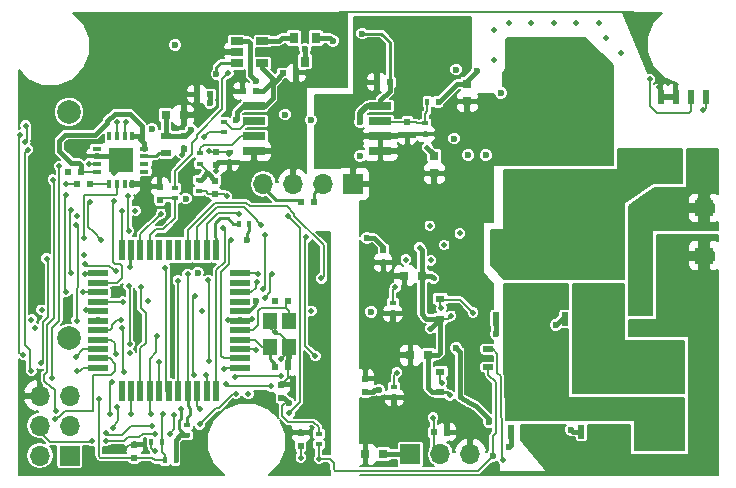
<source format=gbl>
G04 #@! TF.FileFunction,Copper,L4,Bot,Signal*
%FSLAX46Y46*%
G04 Gerber Fmt 4.6, Leading zero omitted, Abs format (unit mm)*
G04 Created by KiCad (PCBNEW 4.0.7) date 03/24/19 02:31:51*
%MOMM*%
%LPD*%
G01*
G04 APERTURE LIST*
%ADD10C,0.100000*%
%ADD11C,1.200000*%
%ADD12R,0.500000X0.600000*%
%ADD13R,0.800000X0.750000*%
%ADD14R,0.600000X0.500000*%
%ADD15R,0.750000X0.800000*%
%ADD16C,1.300000*%
%ADD17R,0.800000X0.600000*%
%ADD18R,1.950000X1.950000*%
%ADD19C,1.950000*%
%ADD20R,1.700000X1.700000*%
%ADD21O,1.700000X1.700000*%
%ADD22R,0.900000X0.500000*%
%ADD23R,0.508000X1.143000*%
%ADD24R,0.800000X0.900000*%
%ADD25R,0.400000X0.600000*%
%ADD26R,0.600000X0.400000*%
%ADD27R,1.800000X0.500000*%
%ADD28R,0.500000X1.800000*%
%ADD29R,0.800000X0.350000*%
%ADD30R,0.350000X0.800000*%
%ADD31R,2.150000X2.150000*%
%ADD32R,1.060000X0.650000*%
%ADD33R,1.150000X1.400000*%
%ADD34C,2.000000*%
%ADD35R,1.640000X1.400000*%
%ADD36R,1.905000X0.640000*%
%ADD37C,0.482600*%
%ADD38C,0.600000*%
%ADD39C,0.180000*%
%ADD40C,0.381000*%
%ADD41C,0.250000*%
%ADD42C,0.508000*%
G04 APERTURE END LIST*
D10*
D11*
X119634000Y-78613000D03*
X119634000Y-83185000D03*
X110363000Y-69469000D03*
X104521000Y-69469000D03*
X105029000Y-77851000D03*
X112014000Y-83820000D03*
X108204000Y-82931000D03*
X119380000Y-70485000D03*
X109347000Y-61468000D03*
X119507000Y-61087000D03*
X105537000Y-61468000D03*
D12*
X71247000Y-82973000D03*
X71247000Y-81873000D03*
D13*
X75426000Y-53975000D03*
X73926000Y-53975000D03*
D14*
X84243000Y-69723000D03*
X83143000Y-69723000D03*
X84243000Y-75311000D03*
X83143000Y-75311000D03*
D12*
X75438000Y-55711000D03*
X75438000Y-56811000D03*
D14*
X66717000Y-58801000D03*
X65617000Y-58801000D03*
D13*
X90817000Y-82677000D03*
X92317000Y-82677000D03*
D15*
X99441000Y-52820000D03*
X99441000Y-51320000D03*
D13*
X94119000Y-67564000D03*
X95619000Y-67564000D03*
D14*
X77639000Y-52197000D03*
X76539000Y-52197000D03*
D15*
X96647000Y-58916000D03*
X96647000Y-57416000D03*
D16*
X114173000Y-70104000D03*
X114173000Y-72104000D03*
D13*
X94627000Y-74295000D03*
X96127000Y-74295000D03*
D12*
X73406000Y-61129000D03*
X73406000Y-60029000D03*
X94361000Y-54568000D03*
X94361000Y-55668000D03*
X85344000Y-81957000D03*
X85344000Y-80857000D03*
D14*
X66379000Y-59817000D03*
X67479000Y-59817000D03*
D12*
X83693000Y-76793000D03*
X83693000Y-77893000D03*
X90805000Y-76285000D03*
X90805000Y-77385000D03*
X92329000Y-66463000D03*
X92329000Y-65363000D03*
D14*
X85378200Y-61302900D03*
X86478200Y-61302900D03*
X83854200Y-50406300D03*
X84954200Y-50406300D03*
D17*
X97155000Y-69508000D03*
X97155000Y-71208000D03*
X97155000Y-75731000D03*
X97155000Y-77431000D03*
D18*
X116713000Y-66508000D03*
D19*
X116713000Y-61508000D03*
D18*
X116586000Y-80732000D03*
D19*
X116586000Y-75732000D03*
D20*
X94615000Y-82677000D03*
D21*
X97155000Y-82677000D03*
X99695000Y-82677000D03*
D20*
X65786000Y-82804000D03*
D21*
X63246000Y-82804000D03*
X65786000Y-80264000D03*
X63246000Y-80264000D03*
X65786000Y-77724000D03*
X63246000Y-77724000D03*
D22*
X73914000Y-57201500D03*
X73914000Y-55701500D03*
D23*
X112903000Y-74422000D03*
X111633000Y-74422000D03*
X110363000Y-74422000D03*
X109093000Y-74422000D03*
X109093000Y-80772000D03*
X110363000Y-80772000D03*
X111633000Y-80772000D03*
X112903000Y-80772000D03*
X111506000Y-64897000D03*
X110236000Y-64897000D03*
X108966000Y-64897000D03*
X107696000Y-64897000D03*
X107696000Y-71247000D03*
X108966000Y-71247000D03*
X110236000Y-71247000D03*
X111506000Y-71247000D03*
X105664000Y-64897000D03*
X104394000Y-64897000D03*
X103124000Y-64897000D03*
X101854000Y-64897000D03*
X101854000Y-71247000D03*
X103124000Y-71247000D03*
X104394000Y-71247000D03*
X105664000Y-71247000D03*
X106934000Y-74422000D03*
X105664000Y-74422000D03*
X104394000Y-74422000D03*
X103124000Y-74422000D03*
X103124000Y-80772000D03*
X104394000Y-80772000D03*
X105664000Y-80772000D03*
X106934000Y-80772000D03*
D24*
X84749600Y-47450500D03*
X86649600Y-47450500D03*
X85699600Y-49450500D03*
D25*
X74745000Y-83185000D03*
X73845000Y-83185000D03*
X73602000Y-81661000D03*
X72702000Y-81661000D03*
D26*
X93141800Y-69857200D03*
X93141800Y-70757200D03*
X75692000Y-81095000D03*
X75692000Y-80195000D03*
X74676000Y-61029000D03*
X74676000Y-60129000D03*
D25*
X96970000Y-52832000D03*
X96070000Y-52832000D03*
D26*
X95885000Y-54668000D03*
X95885000Y-55568000D03*
X86868000Y-80957000D03*
X86868000Y-81857000D03*
D22*
X101219000Y-75299000D03*
X101219000Y-73799000D03*
D27*
X80168000Y-67374000D03*
X80168000Y-68174000D03*
X80168000Y-68974000D03*
X80168000Y-69774000D03*
X80168000Y-70574000D03*
X80168000Y-71374000D03*
X80168000Y-72174000D03*
X80168000Y-72974000D03*
X80168000Y-73774000D03*
X80168000Y-74574000D03*
X80168000Y-75374000D03*
D28*
X78168000Y-77374000D03*
X77368000Y-77374000D03*
X76568000Y-77374000D03*
X75768000Y-77374000D03*
X74968000Y-77374000D03*
X74168000Y-77374000D03*
X73368000Y-77374000D03*
X72568000Y-77374000D03*
X71768000Y-77374000D03*
X70968000Y-77374000D03*
X70168000Y-77374000D03*
D27*
X68168000Y-75374000D03*
X68168000Y-74574000D03*
X68168000Y-73774000D03*
X68168000Y-72974000D03*
X68168000Y-72174000D03*
X68168000Y-71374000D03*
X68168000Y-70574000D03*
X68168000Y-69774000D03*
X68168000Y-68974000D03*
X68168000Y-68174000D03*
X68168000Y-67374000D03*
D28*
X70168000Y-65374000D03*
X70968000Y-65374000D03*
X71768000Y-65374000D03*
X72568000Y-65374000D03*
X73368000Y-65374000D03*
X74168000Y-65374000D03*
X74968000Y-65374000D03*
X75768000Y-65374000D03*
X76568000Y-65374000D03*
X77368000Y-65374000D03*
X78168000Y-65374000D03*
D29*
X68104000Y-58760000D03*
X68104000Y-58110000D03*
X68104000Y-57460000D03*
X68104000Y-56810000D03*
D30*
X69129000Y-55785000D03*
X69779000Y-55785000D03*
X70429000Y-55785000D03*
X71079000Y-55785000D03*
D29*
X72104000Y-56810000D03*
X72104000Y-57460000D03*
X72104000Y-58110000D03*
X72104000Y-58760000D03*
D30*
X71079000Y-59785000D03*
X70429000Y-59785000D03*
X69779000Y-59785000D03*
X69129000Y-59785000D03*
D31*
X70104000Y-57785000D03*
D20*
X89789000Y-59817000D03*
D21*
X87249000Y-59817000D03*
X84709000Y-59817000D03*
X82169000Y-59817000D03*
D32*
X79900600Y-49591000D03*
X79900600Y-48641000D03*
X79900600Y-47691000D03*
X82100600Y-47691000D03*
X82100600Y-49591000D03*
D23*
X119634000Y-52451000D03*
X118364000Y-52451000D03*
X117094000Y-52451000D03*
X115824000Y-52451000D03*
X115824000Y-58801000D03*
X117094000Y-58801000D03*
X118364000Y-58801000D03*
X119634000Y-58801000D03*
D33*
X84328000Y-73574000D03*
X82728000Y-73574000D03*
X82728000Y-71374000D03*
X84328000Y-71374000D03*
D34*
X65703000Y-53716000D03*
X65703000Y-72876000D03*
D14*
X92879000Y-51181000D03*
X91779000Y-51181000D03*
X81512500Y-51943000D03*
X80412500Y-51943000D03*
D12*
X78155800Y-57082600D03*
X78155800Y-58182600D03*
X78105000Y-59521000D03*
X78105000Y-60621000D03*
D35*
X119507000Y-65879000D03*
X119507000Y-61849000D03*
D26*
X76835000Y-58108000D03*
X76835000Y-57208000D03*
X78816200Y-55441000D03*
X78816200Y-54541000D03*
X79324200Y-57981000D03*
X79324200Y-57081000D03*
X76708000Y-60394000D03*
X76708000Y-59494000D03*
D36*
X92088500Y-53213000D03*
X92088500Y-54483000D03*
X92088500Y-55753000D03*
X92088500Y-57023000D03*
X81393500Y-57023000D03*
X81393500Y-55753000D03*
X81393500Y-54483000D03*
X81393500Y-53213000D03*
D14*
X96605000Y-80835500D03*
X97705000Y-80835500D03*
D25*
X80993400Y-63169800D03*
X80093400Y-63169800D03*
D26*
X93243400Y-76994600D03*
X93243400Y-77894600D03*
D37*
X80168000Y-69774000D03*
X73710800Y-79311500D03*
X76314300Y-76009500D03*
X76365100Y-69316600D03*
X68275200Y-77978000D03*
X65468500Y-59842400D03*
D38*
X94869000Y-60833000D03*
D37*
X96088200Y-60883800D03*
D38*
X101854000Y-54483000D03*
X96774000Y-58801000D03*
X100965000Y-59055000D03*
X89789000Y-52832000D03*
X90170000Y-45974000D03*
D37*
X109474000Y-48641000D03*
X110786000Y-55922000D03*
D38*
X107569000Y-54737000D03*
X106426000Y-55118000D03*
X105283000Y-55118000D03*
D37*
X70104000Y-71310500D03*
X110566200Y-46151800D03*
X111201200Y-47421800D03*
X112471200Y-48691800D03*
X101676200Y-49326800D03*
X101676200Y-46786800D03*
X108661200Y-46151800D03*
X106756200Y-46151800D03*
X104851200Y-46151800D03*
X102946200Y-46151800D03*
D38*
X100228400Y-50266600D03*
D37*
X97256600Y-70332600D03*
X99923600Y-70688200D03*
D38*
X103378000Y-75692000D03*
D37*
X97307400Y-76631800D03*
X73507600Y-62331600D03*
X80899000Y-77597000D03*
X70866000Y-66802000D03*
X85344000Y-82981800D03*
X81534000Y-73875900D03*
X67005200Y-65824100D03*
X70866000Y-74129900D03*
X66979800Y-64414400D03*
X68453000Y-64516000D03*
X79438500Y-64541400D03*
X67386200Y-58153300D03*
X67500500Y-61315600D03*
X69697600Y-74193400D03*
X70866000Y-73355200D03*
X70764400Y-68427600D03*
X75755500Y-67437000D03*
X69659500Y-67144900D03*
X67056000Y-66611500D03*
X74930000Y-67995800D03*
X73342500Y-74866500D03*
X63309500Y-74993500D03*
X63817500Y-66128900D03*
X73863200Y-66890900D03*
X78778100Y-63538100D03*
D38*
X106934000Y-71755000D03*
X101854000Y-72517000D03*
D37*
X72986900Y-82435700D03*
X70510400Y-54571900D03*
X93345000Y-68554600D03*
D38*
X101244400Y-79933800D03*
X108254800Y-80619600D03*
X98501200Y-73685400D03*
X102997000Y-82042000D03*
D37*
X93472000Y-75768200D03*
X79222600Y-50393600D03*
X114884200Y-50952400D03*
D38*
X101600000Y-82804000D03*
D37*
X86893400Y-83083400D03*
X80168000Y-68174000D03*
X69443600Y-80479900D03*
X69773800Y-78701900D03*
X77533500Y-74828400D03*
X77508100Y-67945000D03*
X81648300Y-68122800D03*
X79870300Y-77558900D03*
X76784200Y-80149700D03*
X72745600Y-80289400D03*
X68846700Y-80848200D03*
X70307200Y-69761100D03*
X72402700Y-69710300D03*
X71348600Y-62077600D03*
X66929000Y-68961000D03*
X65468500Y-68961000D03*
X65468500Y-60769500D03*
X69545200Y-61252100D03*
X67056000Y-67437000D03*
X65913000Y-67373500D03*
X65913000Y-62039500D03*
X70180200Y-62077600D03*
X84366100Y-79235300D03*
X84226400Y-62522100D03*
X80073500Y-62331600D03*
X62865000Y-72009000D03*
X67183000Y-70485000D03*
X73152000Y-72669400D03*
X64363600Y-59436000D03*
X72644000Y-79248000D03*
X64643000Y-78994000D03*
X69545200Y-58851800D03*
X76403200Y-53771800D03*
X75260200Y-57327800D03*
X75590400Y-62687200D03*
X77292200Y-61391800D03*
X72237600Y-60071000D03*
X67513200Y-50723800D03*
X69850000Y-51968400D03*
X67995800Y-51993800D03*
X69240400Y-50749200D03*
X81178400Y-71272400D03*
X79171800Y-71348600D03*
X87452200Y-77038200D03*
X86004400Y-75361800D03*
X86893400Y-72288400D03*
X83667600Y-74625200D03*
X70358000Y-82296000D03*
X115697000Y-51562000D03*
X88011000Y-45923200D03*
X83134200Y-72364600D03*
X74803000Y-66802000D03*
X65532000Y-56642000D03*
X64008000Y-56083200D03*
X78206600Y-58724800D03*
X65582800Y-70002400D03*
X69824600Y-68910200D03*
X71424800Y-72618600D03*
X79629000Y-51816000D03*
X69596000Y-83566000D03*
X102489000Y-83185000D03*
X87426800Y-83693000D03*
X63398400Y-70459600D03*
X62534800Y-71297800D03*
X119430800Y-53543200D03*
D38*
X84035900Y-53924200D03*
X84353400Y-78333600D03*
D37*
X75234800Y-78854300D03*
D38*
X81572100Y-69697600D03*
D37*
X76974700Y-70561200D03*
X86233000Y-70548500D03*
D38*
X76606400Y-67348100D03*
X80810100Y-64541400D03*
X75603100Y-61036200D03*
X82969100Y-51130200D03*
X88074500Y-47688500D03*
X79857600Y-54381400D03*
X76073000Y-55194200D03*
D37*
X96062800Y-56718200D03*
D38*
X91973400Y-77241400D03*
X91313000Y-70612000D03*
X90957400Y-64363600D03*
X90347800Y-57429400D03*
X86182200Y-54381400D03*
X90373200Y-54533800D03*
X98348800Y-55956200D03*
X99517200Y-57353200D03*
X100990400Y-57378600D03*
X90551000Y-47066200D03*
X72745600Y-55143400D03*
X77622400Y-52959000D03*
X81572100Y-51092100D03*
D37*
X96291400Y-72059800D03*
X96266000Y-63347600D03*
X97485200Y-64973200D03*
X98806000Y-63982600D03*
X94234000Y-66217800D03*
X96342200Y-66268600D03*
X96596200Y-67792600D03*
X98069400Y-70967600D03*
X95402400Y-65201800D03*
X97967800Y-77698600D03*
X96545400Y-79578200D03*
D38*
X74726800Y-48031400D03*
X85699600Y-48374300D03*
D37*
X69773800Y-54584600D03*
D38*
X78206600Y-50495200D03*
D37*
X78803500Y-75438000D03*
X70358000Y-75742800D03*
X70231000Y-72009000D03*
X66357500Y-71374000D03*
X66319400Y-63246000D03*
X83642200Y-76034900D03*
X79756000Y-76136500D03*
X77355700Y-75984100D03*
X82816700Y-76949300D03*
X79032100Y-76758800D03*
X76784200Y-78841600D03*
X70739000Y-60858400D03*
X70764400Y-63779400D03*
X82308700Y-64084200D03*
X82181700Y-68694300D03*
X71780400Y-68554600D03*
X70993000Y-79248000D03*
X69215000Y-79248000D03*
X69342000Y-76581000D03*
X64262000Y-76200000D03*
X64897000Y-58293000D03*
X66408300Y-62547500D03*
X70167500Y-77406500D03*
X66357500Y-75628500D03*
X62534800Y-75628500D03*
X62230000Y-56896000D03*
X64541400Y-79679800D03*
X62014100Y-56248300D03*
X62052200Y-54876700D03*
X66294000Y-74422000D03*
X61849000Y-74295000D03*
X61607700Y-55626000D03*
X87083900Y-67792600D03*
X81953100Y-63258700D03*
X85826600Y-64325500D03*
X86588600Y-74383900D03*
X79273400Y-57277000D03*
X77190600Y-55829200D03*
X77597000Y-57023000D03*
X77444600Y-58902600D03*
X79078000Y-60858400D03*
X82905600Y-67424300D03*
X81724500Y-67424300D03*
X67678300Y-81584800D03*
X68872100Y-81559400D03*
X73025000Y-80937100D03*
X74231500Y-80937100D03*
X74599800Y-79336900D03*
X82283300Y-69469000D03*
D38*
X98501200Y-50114200D03*
X102260400Y-52095400D03*
D39*
X73602000Y-81661000D02*
X73602000Y-79420300D01*
X73710800Y-79311500D02*
X73602000Y-79420300D01*
X76187300Y-75882500D02*
X76314300Y-76009500D01*
X76187300Y-69494400D02*
X76187300Y-75882500D01*
X76365100Y-69316600D02*
X76187300Y-69494400D01*
X73845000Y-83185000D02*
X73845000Y-82747700D01*
X73602000Y-82504700D02*
X73602000Y-81661000D01*
X73845000Y-82747700D02*
X73602000Y-82504700D01*
X71247000Y-82973000D02*
X72749500Y-82973000D01*
X72961500Y-83185000D02*
X73845000Y-83185000D01*
X72749500Y-82973000D02*
X72961500Y-83185000D01*
X68380700Y-82973000D02*
X71247000Y-82973000D01*
X68249800Y-82842100D02*
X68380700Y-82973000D01*
X68249800Y-78003400D02*
X68249800Y-82842100D01*
X68275200Y-77978000D02*
X68249800Y-78003400D01*
X66379000Y-59817000D02*
X65493900Y-59817000D01*
X65493900Y-59817000D02*
X65468500Y-59842400D01*
X94869000Y-60833000D02*
X96037400Y-60833000D01*
X96037400Y-60833000D02*
X96088200Y-60883800D01*
D40*
X96774000Y-58801000D02*
X96659000Y-58916000D01*
X96659000Y-58916000D02*
X96647000Y-58916000D01*
D41*
X110871000Y-55837000D02*
X110871000Y-55372000D01*
X110786000Y-55922000D02*
X110871000Y-55837000D01*
D39*
X94361000Y-55668000D02*
X95208000Y-55668000D01*
X95308000Y-55568000D02*
X95885000Y-55568000D01*
X95208000Y-55668000D02*
X95308000Y-55568000D01*
X92088500Y-55753000D02*
X93726000Y-55753000D01*
X93811000Y-55668000D02*
X94361000Y-55668000D01*
X93726000Y-55753000D02*
X93811000Y-55668000D01*
X84131150Y-70326250D02*
X84131150Y-69834850D01*
X84131150Y-69834850D02*
X84243000Y-69723000D01*
X80168000Y-72174000D02*
X81267400Y-72174000D01*
X84328000Y-70523100D02*
X84328000Y-71374000D01*
X84112100Y-70307200D02*
X84131150Y-70326250D01*
X84131150Y-70326250D02*
X84328000Y-70523100D01*
X81953100Y-70307200D02*
X84112100Y-70307200D01*
X81724500Y-70535800D02*
X81953100Y-70307200D01*
X81724500Y-71716900D02*
X81724500Y-70535800D01*
X81267400Y-72174000D02*
X81724500Y-71716900D01*
D41*
X83143000Y-75311000D02*
X83143000Y-75027700D01*
X82728000Y-74612700D02*
X82728000Y-73574000D01*
X83143000Y-75027700D02*
X82728000Y-74612700D01*
D39*
X80168000Y-72974000D02*
X81457600Y-72974000D01*
X82057600Y-73574000D02*
X82728000Y-73574000D01*
X81457600Y-72974000D02*
X82057600Y-73574000D01*
D40*
X66717000Y-58801000D02*
X66717000Y-58208000D01*
X71882000Y-54864000D02*
X71882000Y-56134000D01*
X70866000Y-53848000D02*
X71882000Y-54864000D01*
X69596000Y-53848000D02*
X70866000Y-53848000D01*
X68961000Y-54483000D02*
X69596000Y-53848000D01*
X68961000Y-54610000D02*
X68961000Y-54483000D01*
X67945000Y-55626000D02*
X68961000Y-54610000D01*
X65405000Y-55626000D02*
X67945000Y-55626000D01*
X64897000Y-56134000D02*
X65405000Y-55626000D01*
X64897000Y-57023000D02*
X64897000Y-56134000D01*
X65913000Y-58039000D02*
X64897000Y-57023000D01*
X66548000Y-58039000D02*
X65913000Y-58039000D01*
X66717000Y-58208000D02*
X66548000Y-58039000D01*
X71079000Y-55785000D02*
X71533000Y-55785000D01*
X71533000Y-55785000D02*
X71882000Y-56134000D01*
X72104000Y-56356000D02*
X72104000Y-56810000D01*
X71882000Y-56134000D02*
X72104000Y-56356000D01*
D39*
X66717000Y-58801000D02*
X68063000Y-58801000D01*
X68063000Y-58801000D02*
X68104000Y-58760000D01*
X68168000Y-72174000D02*
X69177000Y-72174000D01*
X69786500Y-71310500D02*
X70104000Y-71310500D01*
X69342000Y-71755000D02*
X69786500Y-71310500D01*
X69342000Y-72009000D02*
X69342000Y-71755000D01*
X69177000Y-72174000D02*
X69342000Y-72009000D01*
D40*
X99441000Y-51320000D02*
X98590800Y-51320000D01*
X100228400Y-50266600D02*
X99441000Y-51054000D01*
X99441000Y-51054000D02*
X99441000Y-51320000D01*
X98590800Y-51320000D02*
X97078800Y-52832000D01*
X97078800Y-52832000D02*
X96970000Y-52832000D01*
D39*
X97155000Y-70231000D02*
X97155000Y-69508000D01*
X97256600Y-70332600D02*
X97155000Y-70231000D01*
X98856800Y-69621400D02*
X97268400Y-69621400D01*
X99923600Y-70688200D02*
X98856800Y-69621400D01*
X97268400Y-69621400D02*
X97155000Y-69508000D01*
D40*
X103124000Y-75438000D02*
X103124000Y-74422000D01*
X103378000Y-75692000D02*
X103124000Y-75438000D01*
D39*
X97155000Y-76479400D02*
X97155000Y-75731000D01*
X97307400Y-76631800D02*
X97155000Y-76479400D01*
D41*
X97155000Y-75731000D02*
X97155000Y-75920600D01*
D39*
X74676000Y-61029000D02*
X74676000Y-62687200D01*
X72568000Y-64134800D02*
X72568000Y-65374000D01*
X73050400Y-63652400D02*
X72568000Y-64134800D01*
X73710800Y-63652400D02*
X73050400Y-63652400D01*
X74676000Y-62687200D02*
X73710800Y-63652400D01*
X74676000Y-61029000D02*
X73506000Y-61029000D01*
X73506000Y-61029000D02*
X73406000Y-61129000D01*
X71768000Y-64071200D02*
X71768000Y-65374000D01*
X73507600Y-62331600D02*
X71768000Y-64071200D01*
D41*
X70866000Y-65476000D02*
X70866000Y-66802000D01*
D39*
X70866000Y-65476000D02*
X70968000Y-65374000D01*
X85344000Y-81957000D02*
X85344000Y-82981800D01*
X81432100Y-73774000D02*
X80168000Y-73774000D01*
X81534000Y-73875900D02*
X81432100Y-73774000D01*
X69779000Y-60650000D02*
X69779000Y-59785000D01*
X69723000Y-60706000D02*
X69779000Y-60650000D01*
X67106800Y-60706000D02*
X69723000Y-60706000D01*
X66954400Y-60769500D02*
X67106800Y-60706000D01*
X66954400Y-64389000D02*
X66954400Y-60769500D01*
X66979800Y-64414400D02*
X66954400Y-64389000D01*
X79438500Y-64541400D02*
X79298800Y-64681100D01*
X79298800Y-64681100D02*
X79298800Y-66560700D01*
X79298800Y-66560700D02*
X78562200Y-67297300D01*
X78562200Y-67297300D02*
X78562200Y-74333100D01*
X78562200Y-74333100D02*
X78803100Y-74574000D01*
X80168000Y-74574000D02*
X78803100Y-74574000D01*
X67429500Y-58110000D02*
X68104000Y-58110000D01*
X67386200Y-58153300D02*
X67429500Y-58110000D01*
X67360800Y-61455300D02*
X67500500Y-61315600D01*
X67360800Y-63423800D02*
X67360800Y-61455300D01*
X67805300Y-63868300D02*
X67360800Y-63423800D01*
X68453000Y-64516000D02*
X67805300Y-63868300D01*
X69291000Y-72974000D02*
X68168000Y-72974000D01*
X69621400Y-73304400D02*
X69291000Y-72974000D01*
X69621400Y-74117200D02*
X69621400Y-73304400D01*
X69697600Y-74193400D02*
X69621400Y-74117200D01*
X70866000Y-68529200D02*
X70866000Y-73355200D01*
X70764400Y-68427600D02*
X70866000Y-68529200D01*
D41*
X75692000Y-80195000D02*
X75692000Y-79616300D01*
X75768000Y-78574700D02*
X75768000Y-77374000D01*
X75996800Y-78803500D02*
X75768000Y-78574700D01*
X75996800Y-79311500D02*
X75996800Y-78803500D01*
X75692000Y-79616300D02*
X75996800Y-79311500D01*
D39*
X75768000Y-67449500D02*
X75768000Y-77374000D01*
X75755500Y-67437000D02*
X75768000Y-67449500D01*
X69126100Y-66738500D02*
X69659500Y-67144900D01*
X67183000Y-66738500D02*
X69126100Y-66738500D01*
X67056000Y-66611500D02*
X67183000Y-66738500D01*
X74930000Y-67995800D02*
X74968000Y-68033800D01*
X74968000Y-68033800D02*
X74968000Y-77374000D01*
X73368000Y-74892000D02*
X73368000Y-77374000D01*
X73342500Y-74866500D02*
X73368000Y-74892000D01*
X63436500Y-74993500D02*
X63309500Y-74993500D01*
X63500000Y-74930000D02*
X63436500Y-74993500D01*
X63500000Y-71501000D02*
X63500000Y-74930000D01*
X63944500Y-71056500D02*
X63500000Y-71501000D01*
X63944500Y-66255900D02*
X63944500Y-71056500D01*
X63817500Y-66128900D02*
X63944500Y-66255900D01*
X73964800Y-67170300D02*
X73964800Y-77348600D01*
X73863200Y-66890900D02*
X73964800Y-67170300D01*
X78168500Y-67081400D02*
X78168000Y-77374000D01*
X78905100Y-66395600D02*
X78168500Y-67081400D01*
X78905100Y-63665100D02*
X78905100Y-66395600D01*
X78778100Y-63538100D02*
X78905100Y-63665100D01*
D40*
X107442000Y-71247000D02*
X107696000Y-71247000D01*
X106934000Y-71755000D02*
X107442000Y-71247000D01*
X101854000Y-72517000D02*
X101854000Y-71247000D01*
D39*
X72702000Y-82150800D02*
X72702000Y-81661000D01*
X72986900Y-82435700D02*
X72702000Y-82150800D01*
X70510400Y-54571900D02*
X70429000Y-54653300D01*
X70429000Y-54653300D02*
X70429000Y-55785000D01*
X93116400Y-68783200D02*
X93116400Y-69831800D01*
X93345000Y-68554600D02*
X93116400Y-68783200D01*
X93116400Y-69831800D02*
X93141800Y-69857200D01*
D40*
X101244400Y-79679800D02*
X101244400Y-79933800D01*
X108407200Y-80772000D02*
X109093000Y-80772000D01*
X108254800Y-80619600D02*
X108407200Y-80772000D01*
X100203000Y-78638400D02*
X101244400Y-79679800D01*
X99695000Y-78359000D02*
X100203000Y-78638400D01*
X98806000Y-77825600D02*
X99695000Y-78359000D01*
X98806000Y-73990200D02*
X98806000Y-77825600D01*
X98501200Y-73685400D02*
X98806000Y-73990200D01*
X103124000Y-81915000D02*
X103124000Y-80772000D01*
X102997000Y-82042000D02*
X103124000Y-81915000D01*
D39*
X93243400Y-75996800D02*
X93243400Y-76994600D01*
X93472000Y-75768200D02*
X93243400Y-75996800D01*
X74676000Y-58724800D02*
X76123800Y-57277000D01*
X76123800Y-57277000D02*
X76123800Y-56337200D01*
X76123800Y-56337200D02*
X76530200Y-55930800D01*
X76530200Y-55930800D02*
X76530200Y-55651400D01*
X76530200Y-55651400D02*
X78714600Y-53467000D01*
X78714600Y-53467000D02*
X78714600Y-50901600D01*
X78714600Y-50901600D02*
X79222600Y-50393600D01*
X114884200Y-50952400D02*
X114909600Y-50977800D01*
X114909600Y-50977800D02*
X114909600Y-53162200D01*
X114909600Y-53162200D02*
X115519200Y-53771800D01*
X115519200Y-53771800D02*
X118186200Y-53771800D01*
X118186200Y-53771800D02*
X118364000Y-53594000D01*
X118364000Y-52451000D02*
X118364000Y-53594000D01*
X74676000Y-58724800D02*
X74676000Y-60129000D01*
X101600000Y-82804000D02*
X101600000Y-81153000D01*
X87782400Y-83083400D02*
X88138000Y-83439000D01*
X88138000Y-83439000D02*
X88138000Y-83947000D01*
X88138000Y-83947000D02*
X88265000Y-84074000D01*
X88265000Y-84074000D02*
X100330000Y-84074000D01*
X100330000Y-84074000D02*
X101600000Y-82804000D01*
X86893400Y-83083400D02*
X87782400Y-83083400D01*
X101219000Y-75946000D02*
X101219000Y-75299000D01*
X101854000Y-76581000D02*
X101219000Y-75946000D01*
X101854000Y-80899000D02*
X101854000Y-76581000D01*
X101600000Y-81153000D02*
X101854000Y-80899000D01*
X86893400Y-83083400D02*
X86868000Y-83058000D01*
X86868000Y-83058000D02*
X86868000Y-81857000D01*
X69875400Y-79806800D02*
X69443600Y-80479900D01*
X69875400Y-78803500D02*
X69875400Y-79806800D01*
X69773800Y-78701900D02*
X69875400Y-78803500D01*
X77558900Y-74803000D02*
X77533500Y-74828400D01*
X77558900Y-67995800D02*
X77558900Y-74803000D01*
X77508100Y-67945000D02*
X77558900Y-67995800D01*
X81140000Y-68974000D02*
X80168000Y-68974000D01*
X81534000Y-68580000D02*
X81140000Y-68974000D01*
X81534000Y-68237100D02*
X81534000Y-68580000D01*
X81648300Y-68122800D02*
X81534000Y-68237100D01*
X79578200Y-77558900D02*
X79870300Y-77558900D01*
X78397100Y-78740000D02*
X79578200Y-77558900D01*
X78193900Y-78740000D02*
X78397100Y-78740000D01*
X76784200Y-80149700D02*
X78193900Y-78740000D01*
X70942200Y-80289400D02*
X72745600Y-80289400D01*
X70180200Y-81051400D02*
X70942200Y-80289400D01*
X69049900Y-81051400D02*
X70180200Y-81051400D01*
X68846700Y-80848200D02*
X69049900Y-81051400D01*
X70294300Y-69774000D02*
X68168000Y-69774000D01*
X70307200Y-69761100D02*
X70294300Y-69774000D01*
X66942000Y-68974000D02*
X68168000Y-68974000D01*
X66929000Y-68961000D02*
X66942000Y-68974000D01*
X65341500Y-68834000D02*
X65468500Y-68961000D01*
X65341500Y-60896500D02*
X65341500Y-68834000D01*
X65468500Y-60769500D02*
X65341500Y-60896500D01*
X69456300Y-66395600D02*
X69646800Y-66586100D01*
X69646800Y-66586100D02*
X70040500Y-66586100D01*
X70040500Y-66586100D02*
X70218300Y-66763900D01*
X70218300Y-66763900D02*
X70218300Y-67754500D01*
X69545200Y-61252100D02*
X69456300Y-61341000D01*
X69456300Y-61341000D02*
X69456300Y-66395600D01*
X70218300Y-67754500D02*
X69798800Y-68174000D01*
X69798800Y-68174000D02*
X68168000Y-68174000D01*
X67119000Y-67374000D02*
X68168000Y-67374000D01*
X67056000Y-67437000D02*
X67119000Y-67374000D01*
X65786000Y-67246500D02*
X65913000Y-67373500D01*
X65786000Y-62166500D02*
X65786000Y-67246500D01*
X65913000Y-62039500D02*
X65786000Y-62166500D01*
X70168000Y-62089800D02*
X70168000Y-65374000D01*
X70180200Y-62077600D02*
X70168000Y-62089800D01*
X77368000Y-65374000D02*
X77368000Y-63208300D01*
X84366100Y-79171800D02*
X84366100Y-79235300D01*
X85267800Y-78270100D02*
X84366100Y-79171800D01*
X85267800Y-63563500D02*
X85267800Y-78270100D01*
X84226400Y-62522100D02*
X85267800Y-63563500D01*
X79984600Y-62242700D02*
X80073500Y-62331600D01*
X78333600Y-62242700D02*
X79984600Y-62242700D01*
X77368000Y-63208300D02*
X78333600Y-62242700D01*
D41*
X80093400Y-63169800D02*
X79641700Y-63169800D01*
X78168000Y-64350400D02*
X78168000Y-65374000D01*
X78092300Y-64274700D02*
X78168000Y-64350400D01*
X78092300Y-63131700D02*
X78092300Y-64274700D01*
X78524100Y-62699900D02*
X78092300Y-63131700D01*
X79171800Y-62699900D02*
X78524100Y-62699900D01*
X79641700Y-63169800D02*
X79171800Y-62699900D01*
D39*
X67272000Y-70574000D02*
X67183000Y-70485000D01*
X68168000Y-70574000D02*
X67272000Y-70574000D01*
X72542400Y-77348400D02*
X72542400Y-76098400D01*
X73152000Y-72669400D02*
X73126600Y-72694800D01*
X73126600Y-72694800D02*
X73126600Y-74041000D01*
X73126600Y-74041000D02*
X72542400Y-74625200D01*
X72542400Y-74625200D02*
X72542400Y-76098400D01*
X72542400Y-77348400D02*
X72568000Y-77374000D01*
X64363600Y-59436000D02*
X64490600Y-59563000D01*
X64490600Y-59842400D02*
X64477900Y-71158100D01*
X64490600Y-59563000D02*
X64490600Y-59842400D01*
X64477900Y-71158100D02*
X63881000Y-71755000D01*
X63881000Y-71755000D02*
X63881000Y-75692000D01*
X63881000Y-75692000D02*
X63627000Y-75946000D01*
X63627000Y-75946000D02*
X63627000Y-76454000D01*
X63627000Y-76454000D02*
X64262000Y-77089000D01*
X64262000Y-77089000D02*
X64389000Y-77089000D01*
X64389000Y-77089000D02*
X64516000Y-77216000D01*
X64516000Y-77216000D02*
X64516000Y-78867000D01*
X72568000Y-79172000D02*
X72568000Y-77374000D01*
X72644000Y-79248000D02*
X72568000Y-79172000D01*
X64516000Y-78867000D02*
X64643000Y-78994000D01*
D41*
X70104000Y-57785000D02*
X70104000Y-58293000D01*
X70104000Y-58293000D02*
X69545200Y-58851800D01*
D40*
X68104000Y-57460000D02*
X69779000Y-57460000D01*
X69779000Y-57460000D02*
X70104000Y-57785000D01*
D39*
X76200000Y-53975000D02*
X76403200Y-53771800D01*
X75426000Y-53975000D02*
X76200000Y-53975000D01*
X75438000Y-57150000D02*
X75438000Y-56811000D01*
X75260200Y-57327800D02*
X75438000Y-57150000D01*
X75590400Y-62687200D02*
X75869800Y-62687200D01*
X76657200Y-62026800D02*
X77292200Y-61391800D01*
X76530200Y-62026800D02*
X76657200Y-62026800D01*
X75869800Y-62687200D02*
X76530200Y-62026800D01*
X72279600Y-60029000D02*
X73406000Y-60029000D01*
X72237600Y-60071000D02*
X72279600Y-60029000D01*
X67513200Y-50723800D02*
X69215000Y-50723800D01*
X69850000Y-51968400D02*
X68021200Y-51968400D01*
X68021200Y-51968400D02*
X67995800Y-51993800D01*
X69215000Y-50723800D02*
X69240400Y-50749200D01*
X81076800Y-71374000D02*
X81178400Y-71272400D01*
X80168000Y-71374000D02*
X81076800Y-71374000D01*
X86893400Y-72288400D02*
X86893400Y-72872600D01*
X87452200Y-76174600D02*
X87452200Y-77038200D01*
X86715600Y-75438000D02*
X87452200Y-76174600D01*
X86080600Y-75438000D02*
X86715600Y-75438000D01*
X86004400Y-75361800D02*
X86080600Y-75438000D01*
X83667600Y-74625200D02*
X84328000Y-73964800D01*
X87452200Y-73431400D02*
X87452200Y-77038200D01*
X86893400Y-72872600D02*
X87452200Y-73431400D01*
X71247000Y-81873000D02*
X70781000Y-81873000D01*
X70781000Y-81873000D02*
X70358000Y-82296000D01*
X115697000Y-51562000D02*
X115697000Y-50876200D01*
X115824000Y-51689000D02*
X115697000Y-51562000D01*
X115824000Y-52451000D02*
X115824000Y-51689000D01*
X88036400Y-45923200D02*
X88011000Y-45923200D01*
X88696800Y-45262800D02*
X88036400Y-45923200D01*
X113487200Y-45262800D02*
X88696800Y-45262800D01*
X114503200Y-46278800D02*
X113487200Y-45262800D01*
X114503200Y-49682400D02*
X114503200Y-46278800D01*
X115697000Y-50876200D02*
X114503200Y-49682400D01*
X84328000Y-73574000D02*
X84328000Y-73964800D01*
X84328000Y-73574000D02*
X84328000Y-73253600D01*
X84328000Y-73253600D02*
X83616800Y-72542400D01*
X82728000Y-71958400D02*
X83134200Y-72364600D01*
X83312000Y-72542400D02*
X83134200Y-72364600D01*
X83616800Y-72542400D02*
X83312000Y-72542400D01*
X82728000Y-71374000D02*
X82728000Y-71958400D01*
X66350000Y-57460000D02*
X65532000Y-56642000D01*
X68104000Y-57460000D02*
X66350000Y-57460000D01*
D41*
X63982600Y-56057800D02*
X63931800Y-56057800D01*
X64008000Y-56083200D02*
X63982600Y-56057800D01*
X78155800Y-58182600D02*
X78155800Y-58674000D01*
X78155800Y-58674000D02*
X78206600Y-58724800D01*
D40*
X79324200Y-57981000D02*
X78357400Y-57981000D01*
X78357400Y-57981000D02*
X78155800Y-58182600D01*
D39*
X84243000Y-75311000D02*
X84243000Y-76243000D01*
X84243000Y-76243000D02*
X83693000Y-76793000D01*
X84243000Y-75311000D02*
X84243000Y-73659000D01*
X84243000Y-73659000D02*
X84328000Y-73574000D01*
X79756000Y-51943000D02*
X79629000Y-51816000D01*
X80412500Y-51943000D02*
X79756000Y-51943000D01*
X101219000Y-73799000D02*
X101612000Y-73799000D01*
X101612000Y-73799000D02*
X101981000Y-74168000D01*
X101981000Y-74168000D02*
X101981000Y-75793600D01*
X101981000Y-75793600D02*
X102260400Y-76073000D01*
X102260400Y-76073000D02*
X102362000Y-83058000D01*
X102362000Y-83058000D02*
X102489000Y-83185000D01*
D41*
X82169000Y-59817000D02*
X82169000Y-60096400D01*
X82169000Y-60096400D02*
X83261200Y-61188600D01*
X83261200Y-61188600D02*
X85263900Y-61188600D01*
X85263900Y-61188600D02*
X85378200Y-61302900D01*
D39*
X84353400Y-78333600D02*
X84023200Y-78333600D01*
X86868000Y-80416400D02*
X86868000Y-80957000D01*
X86410800Y-79959200D02*
X86868000Y-80416400D01*
X84302600Y-79959200D02*
X86410800Y-79959200D01*
X83794600Y-79451200D02*
X84302600Y-79959200D01*
X83794600Y-78562200D02*
X83794600Y-79451200D01*
X84023200Y-78333600D02*
X83794600Y-78562200D01*
X119634000Y-52451000D02*
X119634000Y-53340000D01*
X119634000Y-53340000D02*
X119430800Y-53543200D01*
D41*
X80993400Y-63169800D02*
X80993400Y-63748500D01*
X80810100Y-63931800D02*
X80810100Y-64541400D01*
X80993400Y-63748500D02*
X80810100Y-63931800D01*
D40*
X82969100Y-51130200D02*
X83130300Y-51130200D01*
X83130300Y-51130200D02*
X83854200Y-50406300D01*
X82969100Y-51130200D02*
X82969100Y-50876200D01*
X82100600Y-50007700D02*
X82100600Y-49591000D01*
X82969100Y-50876200D02*
X82100600Y-50007700D01*
X84353400Y-78333600D02*
X83912800Y-77893000D01*
X83912800Y-77893000D02*
X83693000Y-77893000D01*
D41*
X75692000Y-81095000D02*
X75566402Y-81095000D01*
X75566402Y-81095000D02*
X75014802Y-80543400D01*
X75234800Y-79616300D02*
X75234800Y-78854300D01*
X75014802Y-79836298D02*
X75234800Y-79616300D01*
X75014802Y-80543400D02*
X75014802Y-79836298D01*
D40*
X74745000Y-83185000D02*
X74745000Y-81490400D01*
X75140400Y-81095000D02*
X75692000Y-81095000D01*
X74745000Y-81490400D02*
X75140400Y-81095000D01*
D41*
X80168000Y-70574000D02*
X81000500Y-70574000D01*
X81000500Y-70574000D02*
X81572100Y-70002400D01*
X81572100Y-70002400D02*
X81572100Y-69697600D01*
D40*
X82969100Y-51130200D02*
X82969100Y-52539900D01*
X82969100Y-52539900D02*
X82296000Y-53213000D01*
X82296000Y-53213000D02*
X81393500Y-53213000D01*
X81512500Y-51943000D02*
X82118200Y-51943000D01*
X82931000Y-51130200D02*
X82969100Y-51130200D01*
X82118200Y-51943000D02*
X82931000Y-51130200D01*
X86649600Y-47450500D02*
X87836500Y-47450500D01*
X87836500Y-47450500D02*
X88074500Y-47688500D01*
X75438000Y-55711000D02*
X75556200Y-55711000D01*
X75556200Y-55711000D02*
X76073000Y-55194200D01*
X79946500Y-53708300D02*
X80441800Y-53213000D01*
X79946500Y-54292500D02*
X79946500Y-53708300D01*
X79857600Y-54381400D02*
X79946500Y-54292500D01*
X80441800Y-53213000D02*
X81393500Y-53213000D01*
X73914000Y-55701500D02*
X75428500Y-55701500D01*
X75428500Y-55701500D02*
X75438000Y-55711000D01*
X73926000Y-53975000D02*
X73926000Y-55689500D01*
D39*
X73926000Y-55689500D02*
X73914000Y-55701500D01*
D40*
X92329000Y-65363000D02*
X92329000Y-65125600D01*
X92329000Y-65125600D02*
X91567000Y-64363600D01*
X91567000Y-64363600D02*
X90957400Y-64363600D01*
X96647000Y-57416000D02*
X96647000Y-57302400D01*
X96647000Y-57302400D02*
X96062800Y-56718200D01*
X92317000Y-82677000D02*
X94615000Y-82677000D01*
X90805000Y-77385000D02*
X91423400Y-77385000D01*
X91567000Y-77241400D02*
X91973400Y-77241400D01*
X91423400Y-77385000D02*
X91567000Y-77241400D01*
D42*
X90373200Y-54533800D02*
X90373200Y-53797200D01*
X90957400Y-53213000D02*
X92088500Y-53213000D01*
X90373200Y-53797200D02*
X90957400Y-53213000D01*
D41*
X92879000Y-51181000D02*
X92879000Y-47794000D01*
X92151200Y-47066200D02*
X90551000Y-47066200D01*
X92879000Y-47794000D02*
X92151200Y-47066200D01*
D40*
X92879000Y-51181000D02*
X92879000Y-51926400D01*
X92879000Y-51926400D02*
X92088500Y-52716900D01*
X92088500Y-52716900D02*
X92088500Y-53213000D01*
X79900600Y-47691000D02*
X80863400Y-47691000D01*
X81076800Y-50596800D02*
X81572100Y-51092100D01*
X81076800Y-47904400D02*
X81076800Y-50596800D01*
X80863400Y-47691000D02*
X81076800Y-47904400D01*
X77622400Y-52959000D02*
X77635100Y-52200900D01*
X77635100Y-52200900D02*
X77639000Y-52197000D01*
X97143200Y-71208000D02*
X96291400Y-72059800D01*
X95619000Y-67564000D02*
X96367600Y-67564000D01*
X96367600Y-67564000D02*
X96596200Y-67792600D01*
X97155000Y-71208000D02*
X97143200Y-71208000D01*
D39*
X98069400Y-70967600D02*
X97829000Y-71208000D01*
X97829000Y-71208000D02*
X97155000Y-71208000D01*
D40*
X95619000Y-65418400D02*
X95619000Y-67564000D01*
X95402400Y-65201800D02*
X95619000Y-65418400D01*
X96127000Y-74295000D02*
X96951800Y-74295000D01*
X97155000Y-74091800D02*
X97155000Y-71208000D01*
X96951800Y-74295000D02*
X97155000Y-74091800D01*
D41*
X97155000Y-77431000D02*
X97700200Y-77431000D01*
X97700200Y-77431000D02*
X97967800Y-77698600D01*
D40*
X96127000Y-74295000D02*
X96127000Y-77077000D01*
X96481000Y-77431000D02*
X97155000Y-77431000D01*
X96127000Y-77077000D02*
X96481000Y-77431000D01*
X95619000Y-67564000D02*
X95619000Y-70854000D01*
X95619000Y-70854000D02*
X95973000Y-71208000D01*
X95973000Y-71208000D02*
X97155000Y-71208000D01*
D39*
X96605000Y-80835500D02*
X96605000Y-82127000D01*
X96605000Y-82127000D02*
X97155000Y-82677000D01*
X96605000Y-79637800D02*
X96605000Y-80835500D01*
X96545400Y-79578200D02*
X96605000Y-79637800D01*
X67479000Y-59817000D02*
X69097000Y-59817000D01*
X69097000Y-59817000D02*
X69129000Y-59785000D01*
D41*
X86478200Y-61302900D02*
X86478200Y-60587800D01*
X86478200Y-60587800D02*
X87249000Y-59817000D01*
D40*
X85699600Y-49450500D02*
X85699600Y-48374300D01*
D41*
X73914000Y-57201500D02*
X73316400Y-57201500D01*
X73057900Y-57460000D02*
X72104000Y-57460000D01*
X73316400Y-57201500D02*
X73057900Y-57460000D01*
D40*
X84749600Y-47450500D02*
X83715100Y-47450500D01*
X83715100Y-47450500D02*
X83474600Y-47691000D01*
X83474600Y-47691000D02*
X82100600Y-47691000D01*
D39*
X69779000Y-54589800D02*
X69779000Y-55785000D01*
X69773800Y-54584600D02*
X69779000Y-54589800D01*
D41*
X78206600Y-50495200D02*
X78206600Y-49936400D01*
X78552000Y-49591000D02*
X79900600Y-49591000D01*
X78206600Y-49936400D02*
X78552000Y-49591000D01*
D39*
X78803500Y-75438000D02*
X78867500Y-75374000D01*
X78867500Y-75374000D02*
X80168000Y-75374000D01*
X70294500Y-75679300D02*
X70358000Y-75742800D01*
X70294500Y-72072500D02*
X70294500Y-75679300D01*
X70231000Y-72009000D02*
X70294500Y-72072500D01*
X66357500Y-68770500D02*
X66357500Y-71374000D01*
X66446400Y-68414900D02*
X66357500Y-68770500D01*
X66446400Y-63436500D02*
X66446400Y-68414900D01*
X66319400Y-63246000D02*
X66446400Y-63436500D01*
X77368000Y-77374000D02*
X77368000Y-75996400D01*
X83578700Y-76098400D02*
X83642200Y-76034900D01*
X79794100Y-76098400D02*
X83578700Y-76098400D01*
X79756000Y-76136500D02*
X79794100Y-76098400D01*
X77368000Y-75996400D02*
X77355700Y-75984100D01*
X76568000Y-77374000D02*
X76568000Y-78625400D01*
X79222600Y-76949300D02*
X82816700Y-76949300D01*
X79032100Y-76758800D02*
X79222600Y-76949300D01*
X76568000Y-78625400D02*
X76784200Y-78841600D01*
X71768000Y-77374000D02*
X71768000Y-73723200D01*
X71780400Y-70307200D02*
X71780400Y-68554600D01*
X72212200Y-70739000D02*
X71780400Y-70307200D01*
X72212200Y-73279000D02*
X72212200Y-70739000D01*
X71768000Y-73723200D02*
X72212200Y-73279000D01*
X70739000Y-63754000D02*
X70739000Y-60858400D01*
X70764400Y-63779400D02*
X70739000Y-63754000D01*
X82308700Y-68567300D02*
X82308700Y-64084200D01*
X82181700Y-68694300D02*
X82308700Y-68567300D01*
X71768000Y-68567000D02*
X71780400Y-68554600D01*
X64262000Y-75819000D02*
X64262000Y-76200000D01*
X70968000Y-79223000D02*
X70968000Y-77374000D01*
X70993000Y-79248000D02*
X70968000Y-79223000D01*
X69215000Y-76708000D02*
X69215000Y-79248000D01*
X69342000Y-76581000D02*
X69215000Y-76708000D01*
X64262000Y-72009000D02*
X64262000Y-75819000D01*
X64897000Y-71374000D02*
X64262000Y-72009000D01*
X64897000Y-68580000D02*
X64897000Y-71374000D01*
X64897000Y-61595000D02*
X64897000Y-68580000D01*
X64897000Y-58293000D02*
X64897000Y-61595000D01*
X70167500Y-77406500D02*
X70168000Y-77406000D01*
X70168000Y-77406000D02*
X70168000Y-77374000D01*
X66357500Y-75628500D02*
X66611500Y-75628500D01*
X66866000Y-75374000D02*
X68168000Y-75374000D01*
X66611500Y-75628500D02*
X66866000Y-75374000D01*
X66357500Y-75628500D02*
X66421500Y-75564500D01*
X62407800Y-75501500D02*
X62534800Y-75628500D01*
X62420500Y-73901300D02*
X62407800Y-75501500D01*
X61976000Y-73406000D02*
X62420500Y-73901300D01*
X61976000Y-57150000D02*
X61976000Y-73406000D01*
X62230000Y-56896000D02*
X61976000Y-57150000D01*
X69163800Y-74574000D02*
X68168000Y-74574000D01*
X69596000Y-75006200D02*
X69163800Y-74574000D01*
X69596000Y-75641200D02*
X69596000Y-75006200D01*
X69240400Y-75996800D02*
X69596000Y-75641200D01*
X67741800Y-75996800D02*
X69240400Y-75996800D01*
X67741800Y-76733400D02*
X67741800Y-75996800D01*
X67741800Y-78447900D02*
X67741800Y-76733400D01*
X67741800Y-79044800D02*
X67741800Y-78447900D01*
X65366900Y-79044800D02*
X67741800Y-79044800D01*
X64884300Y-79527400D02*
X65366900Y-79044800D01*
X64693800Y-79527400D02*
X64884300Y-79527400D01*
X64541400Y-79679800D02*
X64693800Y-79527400D01*
X62166500Y-56095900D02*
X62014100Y-56248300D01*
X62166500Y-54991000D02*
X62166500Y-56095900D01*
X62052200Y-54876700D02*
X62166500Y-54991000D01*
X66929000Y-73787000D02*
X68155000Y-73787000D01*
X66294000Y-74422000D02*
X66929000Y-73787000D01*
X61480700Y-74155300D02*
X61849000Y-74295000D01*
X61480700Y-55753000D02*
X61480700Y-74155300D01*
X61607700Y-55626000D02*
X61480700Y-55753000D01*
X68155000Y-73787000D02*
X68168000Y-73774000D01*
X75768000Y-63716100D02*
X75768000Y-65374000D01*
X78092300Y-61391800D02*
X75768000Y-63716100D01*
X80733900Y-61391800D02*
X78092300Y-61391800D01*
X81043048Y-61700948D02*
X80733900Y-61391800D01*
X84167248Y-61700948D02*
X81043048Y-61700948D01*
X84772500Y-62306200D02*
X84167248Y-61700948D01*
X84772500Y-62509400D02*
X84772500Y-62306200D01*
X87274400Y-65011300D02*
X84772500Y-62509400D01*
X87274400Y-67602100D02*
X87274400Y-65011300D01*
X87083900Y-67792600D02*
X87274400Y-67602100D01*
X85699600Y-73494900D02*
X85699600Y-64452500D01*
X76568000Y-63470896D02*
X76568000Y-65374000D01*
X78253396Y-61785500D02*
X76568000Y-63470896D01*
X80568800Y-61785500D02*
X78253396Y-61785500D01*
X81635600Y-62852300D02*
X80568800Y-61785500D01*
X81635600Y-62941200D02*
X81635600Y-62852300D01*
X81953100Y-63258700D02*
X81635600Y-62941200D01*
X85699600Y-64452500D02*
X85826600Y-64325500D01*
X86588600Y-74383900D02*
X85699600Y-73494900D01*
X96070000Y-52832000D02*
X96070000Y-53663000D01*
X95885000Y-53848000D02*
X95885000Y-54668000D01*
X96070000Y-53663000D02*
X95885000Y-53848000D01*
X94361000Y-54568000D02*
X95081000Y-54568000D01*
X95181000Y-54668000D02*
X95885000Y-54668000D01*
X95081000Y-54568000D02*
X95181000Y-54668000D01*
X94361000Y-54568000D02*
X92173500Y-54568000D01*
X92173500Y-54568000D02*
X92088500Y-54483000D01*
X79273400Y-57277000D02*
X79324200Y-57226200D01*
X79324200Y-57226200D02*
X79324200Y-57081000D01*
X78157400Y-57081000D02*
X79324200Y-57081000D01*
X78155800Y-57082600D02*
X77656600Y-57082600D01*
X77578800Y-55441000D02*
X78816200Y-55441000D01*
X77190600Y-55829200D02*
X77578800Y-55441000D01*
X77656600Y-57082600D02*
X77597000Y-57023000D01*
X78157400Y-57081000D02*
X78155800Y-57082600D01*
X77444600Y-58902600D02*
X77444600Y-58717600D01*
X77444600Y-58717600D02*
X76835000Y-58108000D01*
D40*
X77444600Y-58902600D02*
X77486600Y-58902600D01*
X77486600Y-58902600D02*
X78105000Y-59521000D01*
X76708000Y-59494000D02*
X76853200Y-59494000D01*
X76853200Y-59494000D02*
X77444600Y-58902600D01*
D39*
X76853200Y-59494000D02*
X77444600Y-58902600D01*
X77444600Y-58902600D02*
X78063000Y-59521000D01*
X78063000Y-59521000D02*
X78105000Y-59521000D01*
X78105000Y-60621000D02*
X78840600Y-60621000D01*
X78840600Y-60621000D02*
X79078000Y-60858400D01*
X76708000Y-60394000D02*
X77285000Y-60394000D01*
X77512000Y-60621000D02*
X78105000Y-60621000D01*
X77285000Y-60394000D02*
X77512000Y-60621000D01*
X81393500Y-55753000D02*
X80264000Y-55753000D01*
X76835000Y-56769000D02*
X76835000Y-57208000D01*
X77139800Y-56464200D02*
X76835000Y-56769000D01*
X79552800Y-56464200D02*
X77139800Y-56464200D01*
X80264000Y-55753000D02*
X79552800Y-56464200D01*
X78816200Y-54541000D02*
X78925000Y-54541000D01*
X78925000Y-54541000D02*
X79527400Y-55143400D01*
X79527400Y-55143400D02*
X80187800Y-55143400D01*
X80187800Y-55143400D02*
X80848200Y-54483000D01*
X80848200Y-54483000D02*
X81393500Y-54483000D01*
X73025000Y-80937100D02*
X71945500Y-80937100D01*
X82283300Y-69430900D02*
X82765900Y-68948300D01*
X82765900Y-68948300D02*
X82765900Y-67564000D01*
X82765900Y-67564000D02*
X82905600Y-67424300D01*
X81724500Y-67424300D02*
X81674200Y-67374000D01*
X80168000Y-67374000D02*
X81674200Y-67374000D01*
X64071500Y-81622900D02*
X63246000Y-80797400D01*
X64071500Y-81622900D02*
X67640200Y-81622900D01*
X67640200Y-81622900D02*
X67678300Y-81584800D01*
X74231500Y-80937100D02*
X74599800Y-80568800D01*
X74599800Y-80568800D02*
X74599800Y-79336900D01*
X82283300Y-69469000D02*
X82283300Y-69430900D01*
X70408800Y-81559400D02*
X68872100Y-81559400D01*
X70700900Y-81267300D02*
X70408800Y-81559400D01*
X71615300Y-81267300D02*
X70700900Y-81267300D01*
X71945500Y-80937100D02*
X71615300Y-81267300D01*
X63246000Y-80264000D02*
X63246000Y-80797400D01*
G36*
X107987000Y-70387312D02*
X107950000Y-70379819D01*
X107442000Y-70379819D01*
X107334533Y-70400040D01*
X107235830Y-70463554D01*
X107169614Y-70560464D01*
X107146319Y-70675500D01*
X107146319Y-70877779D01*
X107102235Y-70907235D01*
X107102233Y-70907238D01*
X106844549Y-71164922D01*
X106817157Y-71164898D01*
X106600228Y-71254531D01*
X106434114Y-71420355D01*
X106344102Y-71637127D01*
X106343898Y-71871843D01*
X106433531Y-72088772D01*
X106599355Y-72254886D01*
X106816127Y-72344898D01*
X107050843Y-72345102D01*
X107267772Y-72255469D01*
X107414821Y-72108677D01*
X107442000Y-72114181D01*
X107950000Y-72114181D01*
X107987000Y-72107219D01*
X107987000Y-77851000D01*
X107994091Y-77886015D01*
X108014246Y-77915513D01*
X108044289Y-77934845D01*
X108077000Y-77941000D01*
X117766000Y-77941000D01*
X117766000Y-82333000D01*
X113628000Y-82333000D01*
X113628000Y-79883000D01*
X113620909Y-79847985D01*
X113600754Y-79818487D01*
X113570711Y-79799155D01*
X113538000Y-79793000D01*
X102694550Y-79793000D01*
X102640360Y-76067473D01*
X102625405Y-75997617D01*
X102611474Y-75927580D01*
X102609911Y-75925241D01*
X102609322Y-75922489D01*
X102579000Y-75878507D01*
X102579000Y-68289000D01*
X107987000Y-68289000D01*
X107987000Y-70387312D01*
X107987000Y-70387312D01*
G37*
X107987000Y-70387312D02*
X107950000Y-70379819D01*
X107442000Y-70379819D01*
X107334533Y-70400040D01*
X107235830Y-70463554D01*
X107169614Y-70560464D01*
X107146319Y-70675500D01*
X107146319Y-70877779D01*
X107102235Y-70907235D01*
X107102233Y-70907238D01*
X106844549Y-71164922D01*
X106817157Y-71164898D01*
X106600228Y-71254531D01*
X106434114Y-71420355D01*
X106344102Y-71637127D01*
X106343898Y-71871843D01*
X106433531Y-72088772D01*
X106599355Y-72254886D01*
X106816127Y-72344898D01*
X107050843Y-72345102D01*
X107267772Y-72255469D01*
X107414821Y-72108677D01*
X107442000Y-72114181D01*
X107950000Y-72114181D01*
X107987000Y-72107219D01*
X107987000Y-77851000D01*
X107994091Y-77886015D01*
X108014246Y-77915513D01*
X108044289Y-77934845D01*
X108077000Y-77941000D01*
X117766000Y-77941000D01*
X117766000Y-82333000D01*
X113628000Y-82333000D01*
X113628000Y-79883000D01*
X113620909Y-79847985D01*
X113600754Y-79818487D01*
X113570711Y-79799155D01*
X113538000Y-79793000D01*
X102694550Y-79793000D01*
X102640360Y-76067473D01*
X102625405Y-75997617D01*
X102611474Y-75927580D01*
X102609911Y-75925241D01*
X102609322Y-75922489D01*
X102579000Y-75878507D01*
X102579000Y-68289000D01*
X107987000Y-68289000D01*
X107987000Y-70387312D01*
G36*
X84033897Y-80227898D02*
X84033899Y-80227901D01*
X84157180Y-80310274D01*
X84302600Y-80339200D01*
X84536945Y-80339200D01*
X84496000Y-80438050D01*
X84496000Y-80557500D01*
X84645500Y-80707000D01*
X85219000Y-80707000D01*
X85219000Y-80673000D01*
X85469000Y-80673000D01*
X85469000Y-80707000D01*
X86042500Y-80707000D01*
X86192000Y-80557500D01*
X86192000Y-80438050D01*
X86151055Y-80339200D01*
X86253398Y-80339200D01*
X86421108Y-80506909D01*
X86361830Y-80545054D01*
X86295614Y-80641964D01*
X86272319Y-80757000D01*
X86272319Y-81157000D01*
X86292540Y-81264467D01*
X86356054Y-81363170D01*
X86420573Y-81407254D01*
X86361830Y-81445054D01*
X86295614Y-81541964D01*
X86272319Y-81657000D01*
X86272319Y-82057000D01*
X86292540Y-82164467D01*
X86356054Y-82263170D01*
X86452964Y-82329386D01*
X86488000Y-82336481D01*
X86488000Y-82737376D01*
X86443248Y-82782050D01*
X86362192Y-82977254D01*
X86362008Y-83188618D01*
X86442723Y-83383964D01*
X86592050Y-83533552D01*
X86787254Y-83614608D01*
X86998618Y-83614792D01*
X87193964Y-83534077D01*
X87264765Y-83463400D01*
X87624998Y-83463400D01*
X87758000Y-83596401D01*
X87758000Y-83946995D01*
X87757999Y-83947000D01*
X87782127Y-84068292D01*
X87786926Y-84092420D01*
X87794000Y-84103007D01*
X87794000Y-84471000D01*
X82684691Y-84471000D01*
X83601863Y-83555428D01*
X84111418Y-82328282D01*
X84112440Y-81156500D01*
X84496000Y-81156500D01*
X84496000Y-81275950D01*
X84587040Y-81495740D01*
X84755260Y-81663960D01*
X84798319Y-81681796D01*
X84798319Y-82257000D01*
X84818540Y-82364467D01*
X84882054Y-82463170D01*
X84964000Y-82519162D01*
X84964000Y-82610420D01*
X84893848Y-82680450D01*
X84812792Y-82875654D01*
X84812608Y-83087018D01*
X84893323Y-83282364D01*
X85042650Y-83431952D01*
X85237854Y-83513008D01*
X85449218Y-83513192D01*
X85644564Y-83432477D01*
X85794152Y-83283150D01*
X85875208Y-83087946D01*
X85875392Y-82876582D01*
X85794677Y-82681236D01*
X85724000Y-82610435D01*
X85724000Y-82517960D01*
X85800170Y-82468946D01*
X85866386Y-82372036D01*
X85889681Y-82257000D01*
X85889681Y-81681796D01*
X85932740Y-81663960D01*
X86100960Y-81495740D01*
X86192000Y-81275950D01*
X86192000Y-81156500D01*
X86042500Y-81007000D01*
X85469000Y-81007000D01*
X85469000Y-81041000D01*
X85219000Y-81041000D01*
X85219000Y-81007000D01*
X84645500Y-81007000D01*
X84496000Y-81156500D01*
X84112440Y-81156500D01*
X84112578Y-80999548D01*
X83624636Y-79818638D01*
X84033897Y-80227898D01*
X84033897Y-80227898D01*
G37*
X84033897Y-80227898D02*
X84033899Y-80227901D01*
X84157180Y-80310274D01*
X84302600Y-80339200D01*
X84536945Y-80339200D01*
X84496000Y-80438050D01*
X84496000Y-80557500D01*
X84645500Y-80707000D01*
X85219000Y-80707000D01*
X85219000Y-80673000D01*
X85469000Y-80673000D01*
X85469000Y-80707000D01*
X86042500Y-80707000D01*
X86192000Y-80557500D01*
X86192000Y-80438050D01*
X86151055Y-80339200D01*
X86253398Y-80339200D01*
X86421108Y-80506909D01*
X86361830Y-80545054D01*
X86295614Y-80641964D01*
X86272319Y-80757000D01*
X86272319Y-81157000D01*
X86292540Y-81264467D01*
X86356054Y-81363170D01*
X86420573Y-81407254D01*
X86361830Y-81445054D01*
X86295614Y-81541964D01*
X86272319Y-81657000D01*
X86272319Y-82057000D01*
X86292540Y-82164467D01*
X86356054Y-82263170D01*
X86452964Y-82329386D01*
X86488000Y-82336481D01*
X86488000Y-82737376D01*
X86443248Y-82782050D01*
X86362192Y-82977254D01*
X86362008Y-83188618D01*
X86442723Y-83383964D01*
X86592050Y-83533552D01*
X86787254Y-83614608D01*
X86998618Y-83614792D01*
X87193964Y-83534077D01*
X87264765Y-83463400D01*
X87624998Y-83463400D01*
X87758000Y-83596401D01*
X87758000Y-83946995D01*
X87757999Y-83947000D01*
X87782127Y-84068292D01*
X87786926Y-84092420D01*
X87794000Y-84103007D01*
X87794000Y-84471000D01*
X82684691Y-84471000D01*
X83601863Y-83555428D01*
X84111418Y-82328282D01*
X84112440Y-81156500D01*
X84496000Y-81156500D01*
X84496000Y-81275950D01*
X84587040Y-81495740D01*
X84755260Y-81663960D01*
X84798319Y-81681796D01*
X84798319Y-82257000D01*
X84818540Y-82364467D01*
X84882054Y-82463170D01*
X84964000Y-82519162D01*
X84964000Y-82610420D01*
X84893848Y-82680450D01*
X84812792Y-82875654D01*
X84812608Y-83087018D01*
X84893323Y-83282364D01*
X85042650Y-83431952D01*
X85237854Y-83513008D01*
X85449218Y-83513192D01*
X85644564Y-83432477D01*
X85794152Y-83283150D01*
X85875208Y-83087946D01*
X85875392Y-82876582D01*
X85794677Y-82681236D01*
X85724000Y-82610435D01*
X85724000Y-82517960D01*
X85800170Y-82468946D01*
X85866386Y-82372036D01*
X85889681Y-82257000D01*
X85889681Y-81681796D01*
X85932740Y-81663960D01*
X86100960Y-81495740D01*
X86192000Y-81275950D01*
X86192000Y-81156500D01*
X86042500Y-81007000D01*
X85469000Y-81007000D01*
X85469000Y-81041000D01*
X85219000Y-81041000D01*
X85219000Y-81007000D01*
X84645500Y-81007000D01*
X84496000Y-81156500D01*
X84112440Y-81156500D01*
X84112578Y-80999548D01*
X83624636Y-79818638D01*
X84033897Y-80227898D01*
G36*
X61547650Y-74745152D02*
X61742854Y-74826208D01*
X61954218Y-74826392D01*
X62033406Y-74793672D01*
X62028091Y-75463354D01*
X62003592Y-75522354D01*
X62003408Y-75733718D01*
X62084123Y-75929064D01*
X62233450Y-76078652D01*
X62428654Y-76159708D01*
X62640018Y-76159892D01*
X62835364Y-76079177D01*
X62984952Y-75929850D01*
X63066008Y-75734646D01*
X63066192Y-75523282D01*
X63038496Y-75456253D01*
X63203354Y-75524708D01*
X63414718Y-75524892D01*
X63501000Y-75489241D01*
X63501000Y-75534599D01*
X63358299Y-75677299D01*
X63275926Y-75800580D01*
X63275926Y-75800581D01*
X63246999Y-75946000D01*
X63247000Y-75946005D01*
X63247000Y-76453995D01*
X63246999Y-76454000D01*
X63259432Y-76516501D01*
X63275926Y-76599420D01*
X63308878Y-76648736D01*
X63358299Y-76722701D01*
X63410000Y-76774402D01*
X63410000Y-77560000D01*
X63430000Y-77560000D01*
X63430000Y-77888000D01*
X63410000Y-77888000D01*
X63410000Y-77908000D01*
X63082000Y-77908000D01*
X63082000Y-77888000D01*
X61957898Y-77888000D01*
X61850685Y-78111040D01*
X61985673Y-78436965D01*
X62354450Y-78865000D01*
X62858957Y-79119328D01*
X63081998Y-79013197D01*
X63081998Y-79152179D01*
X62787407Y-79210777D01*
X62417564Y-79457898D01*
X62170443Y-79827741D01*
X62083666Y-80264000D01*
X62170443Y-80700259D01*
X62417564Y-81070102D01*
X62787407Y-81317223D01*
X63223666Y-81404000D01*
X63268334Y-81404000D01*
X63307423Y-81396225D01*
X63651394Y-81740195D01*
X63268334Y-81664000D01*
X63223666Y-81664000D01*
X62787407Y-81750777D01*
X62417564Y-81997898D01*
X62170443Y-82367741D01*
X62083666Y-82804000D01*
X62170443Y-83240259D01*
X62417564Y-83610102D01*
X62787407Y-83857223D01*
X63223666Y-83944000D01*
X63268334Y-83944000D01*
X63704593Y-83857223D01*
X64074436Y-83610102D01*
X64321557Y-83240259D01*
X64408334Y-82804000D01*
X64321557Y-82367741D01*
X64077778Y-82002900D01*
X64640319Y-82002900D01*
X64640319Y-83654000D01*
X64660540Y-83761467D01*
X64724054Y-83860170D01*
X64820964Y-83926386D01*
X64936000Y-83949681D01*
X66636000Y-83949681D01*
X66743467Y-83929460D01*
X66842170Y-83865946D01*
X66908386Y-83769036D01*
X66931681Y-83654000D01*
X66931681Y-82002900D01*
X67344954Y-82002900D01*
X67376950Y-82034952D01*
X67572154Y-82116008D01*
X67783518Y-82116192D01*
X67869800Y-82080541D01*
X67869800Y-82842095D01*
X67869799Y-82842100D01*
X67884559Y-82916299D01*
X67898726Y-82987520D01*
X67965208Y-83087018D01*
X67981099Y-83110801D01*
X68111997Y-83241698D01*
X68111999Y-83241701D01*
X68189642Y-83293580D01*
X68235281Y-83324075D01*
X68380700Y-83353001D01*
X68380705Y-83353000D01*
X70716372Y-83353000D01*
X70721540Y-83380467D01*
X70785054Y-83479170D01*
X70881964Y-83545386D01*
X70997000Y-83568681D01*
X71497000Y-83568681D01*
X71604467Y-83548460D01*
X71703170Y-83484946D01*
X71769386Y-83388036D01*
X71776481Y-83353000D01*
X72592099Y-83353000D01*
X72692797Y-83453698D01*
X72692799Y-83453701D01*
X72799155Y-83524765D01*
X72816080Y-83536074D01*
X72961500Y-83565000D01*
X73364372Y-83565000D01*
X73369540Y-83592467D01*
X73433054Y-83691170D01*
X73529964Y-83757386D01*
X73645000Y-83780681D01*
X74045000Y-83780681D01*
X74152467Y-83760460D01*
X74251170Y-83696946D01*
X74295254Y-83632427D01*
X74333054Y-83691170D01*
X74429964Y-83757386D01*
X74545000Y-83780681D01*
X74945000Y-83780681D01*
X75052467Y-83760460D01*
X75151170Y-83696946D01*
X75217386Y-83600036D01*
X75240681Y-83485000D01*
X75240681Y-82885000D01*
X75225500Y-82804319D01*
X75225500Y-81689430D01*
X75335658Y-81579272D01*
X75392000Y-81590681D01*
X75992000Y-81590681D01*
X76099467Y-81570460D01*
X76198170Y-81506946D01*
X76264386Y-81410036D01*
X76287681Y-81295000D01*
X76287681Y-80895000D01*
X76267460Y-80787533D01*
X76203946Y-80688830D01*
X76139427Y-80644746D01*
X76198170Y-80606946D01*
X76264386Y-80510036D01*
X76287681Y-80395000D01*
X76287681Y-80339317D01*
X76333523Y-80450264D01*
X76482850Y-80599852D01*
X76678054Y-80680908D01*
X76889418Y-80681092D01*
X77084764Y-80600377D01*
X77234352Y-80451050D01*
X77315408Y-80255846D01*
X77315495Y-80155807D01*
X78351301Y-79120000D01*
X78397095Y-79120000D01*
X78397100Y-79120001D01*
X78518392Y-79095873D01*
X78542520Y-79091074D01*
X78665801Y-79008701D01*
X78665802Y-79008700D01*
X79637136Y-78037365D01*
X79764154Y-78090108D01*
X79975518Y-78090292D01*
X80170864Y-78009577D01*
X80320452Y-77860250D01*
X80376818Y-77724507D01*
X80448323Y-77897564D01*
X80597650Y-78047152D01*
X80792854Y-78128208D01*
X81004218Y-78128392D01*
X81199564Y-78047677D01*
X81349152Y-77898350D01*
X81430208Y-77703146D01*
X81430392Y-77491782D01*
X81363256Y-77329300D01*
X82445320Y-77329300D01*
X82515350Y-77399452D01*
X82710554Y-77480508D01*
X82921918Y-77480692D01*
X82966550Y-77462250D01*
X83104260Y-77599960D01*
X83147319Y-77617796D01*
X83147319Y-78193000D01*
X83167540Y-78300467D01*
X83231054Y-78399170D01*
X83327964Y-78465386D01*
X83429757Y-78485999D01*
X83414599Y-78562200D01*
X83414600Y-78562205D01*
X83414600Y-79451195D01*
X83414599Y-79451200D01*
X83429757Y-79527400D01*
X83443526Y-79596620D01*
X83469740Y-79635852D01*
X82666428Y-78831137D01*
X81439282Y-78321582D01*
X80110548Y-78320422D01*
X78882514Y-78827835D01*
X77942137Y-79766572D01*
X77432582Y-80993718D01*
X77431422Y-82322452D01*
X77938835Y-83550486D01*
X78857744Y-84471000D01*
X61452000Y-84471000D01*
X61452000Y-77336960D01*
X61850685Y-77336960D01*
X61957898Y-77560000D01*
X63082000Y-77560000D01*
X63082000Y-76434804D01*
X62858957Y-76328672D01*
X62354450Y-76583000D01*
X61985673Y-77011035D01*
X61850685Y-77336960D01*
X61452000Y-77336960D01*
X61452000Y-74649335D01*
X61547650Y-74745152D01*
X61547650Y-74745152D01*
G37*
X61547650Y-74745152D02*
X61742854Y-74826208D01*
X61954218Y-74826392D01*
X62033406Y-74793672D01*
X62028091Y-75463354D01*
X62003592Y-75522354D01*
X62003408Y-75733718D01*
X62084123Y-75929064D01*
X62233450Y-76078652D01*
X62428654Y-76159708D01*
X62640018Y-76159892D01*
X62835364Y-76079177D01*
X62984952Y-75929850D01*
X63066008Y-75734646D01*
X63066192Y-75523282D01*
X63038496Y-75456253D01*
X63203354Y-75524708D01*
X63414718Y-75524892D01*
X63501000Y-75489241D01*
X63501000Y-75534599D01*
X63358299Y-75677299D01*
X63275926Y-75800580D01*
X63275926Y-75800581D01*
X63246999Y-75946000D01*
X63247000Y-75946005D01*
X63247000Y-76453995D01*
X63246999Y-76454000D01*
X63259432Y-76516501D01*
X63275926Y-76599420D01*
X63308878Y-76648736D01*
X63358299Y-76722701D01*
X63410000Y-76774402D01*
X63410000Y-77560000D01*
X63430000Y-77560000D01*
X63430000Y-77888000D01*
X63410000Y-77888000D01*
X63410000Y-77908000D01*
X63082000Y-77908000D01*
X63082000Y-77888000D01*
X61957898Y-77888000D01*
X61850685Y-78111040D01*
X61985673Y-78436965D01*
X62354450Y-78865000D01*
X62858957Y-79119328D01*
X63081998Y-79013197D01*
X63081998Y-79152179D01*
X62787407Y-79210777D01*
X62417564Y-79457898D01*
X62170443Y-79827741D01*
X62083666Y-80264000D01*
X62170443Y-80700259D01*
X62417564Y-81070102D01*
X62787407Y-81317223D01*
X63223666Y-81404000D01*
X63268334Y-81404000D01*
X63307423Y-81396225D01*
X63651394Y-81740195D01*
X63268334Y-81664000D01*
X63223666Y-81664000D01*
X62787407Y-81750777D01*
X62417564Y-81997898D01*
X62170443Y-82367741D01*
X62083666Y-82804000D01*
X62170443Y-83240259D01*
X62417564Y-83610102D01*
X62787407Y-83857223D01*
X63223666Y-83944000D01*
X63268334Y-83944000D01*
X63704593Y-83857223D01*
X64074436Y-83610102D01*
X64321557Y-83240259D01*
X64408334Y-82804000D01*
X64321557Y-82367741D01*
X64077778Y-82002900D01*
X64640319Y-82002900D01*
X64640319Y-83654000D01*
X64660540Y-83761467D01*
X64724054Y-83860170D01*
X64820964Y-83926386D01*
X64936000Y-83949681D01*
X66636000Y-83949681D01*
X66743467Y-83929460D01*
X66842170Y-83865946D01*
X66908386Y-83769036D01*
X66931681Y-83654000D01*
X66931681Y-82002900D01*
X67344954Y-82002900D01*
X67376950Y-82034952D01*
X67572154Y-82116008D01*
X67783518Y-82116192D01*
X67869800Y-82080541D01*
X67869800Y-82842095D01*
X67869799Y-82842100D01*
X67884559Y-82916299D01*
X67898726Y-82987520D01*
X67965208Y-83087018D01*
X67981099Y-83110801D01*
X68111997Y-83241698D01*
X68111999Y-83241701D01*
X68189642Y-83293580D01*
X68235281Y-83324075D01*
X68380700Y-83353001D01*
X68380705Y-83353000D01*
X70716372Y-83353000D01*
X70721540Y-83380467D01*
X70785054Y-83479170D01*
X70881964Y-83545386D01*
X70997000Y-83568681D01*
X71497000Y-83568681D01*
X71604467Y-83548460D01*
X71703170Y-83484946D01*
X71769386Y-83388036D01*
X71776481Y-83353000D01*
X72592099Y-83353000D01*
X72692797Y-83453698D01*
X72692799Y-83453701D01*
X72799155Y-83524765D01*
X72816080Y-83536074D01*
X72961500Y-83565000D01*
X73364372Y-83565000D01*
X73369540Y-83592467D01*
X73433054Y-83691170D01*
X73529964Y-83757386D01*
X73645000Y-83780681D01*
X74045000Y-83780681D01*
X74152467Y-83760460D01*
X74251170Y-83696946D01*
X74295254Y-83632427D01*
X74333054Y-83691170D01*
X74429964Y-83757386D01*
X74545000Y-83780681D01*
X74945000Y-83780681D01*
X75052467Y-83760460D01*
X75151170Y-83696946D01*
X75217386Y-83600036D01*
X75240681Y-83485000D01*
X75240681Y-82885000D01*
X75225500Y-82804319D01*
X75225500Y-81689430D01*
X75335658Y-81579272D01*
X75392000Y-81590681D01*
X75992000Y-81590681D01*
X76099467Y-81570460D01*
X76198170Y-81506946D01*
X76264386Y-81410036D01*
X76287681Y-81295000D01*
X76287681Y-80895000D01*
X76267460Y-80787533D01*
X76203946Y-80688830D01*
X76139427Y-80644746D01*
X76198170Y-80606946D01*
X76264386Y-80510036D01*
X76287681Y-80395000D01*
X76287681Y-80339317D01*
X76333523Y-80450264D01*
X76482850Y-80599852D01*
X76678054Y-80680908D01*
X76889418Y-80681092D01*
X77084764Y-80600377D01*
X77234352Y-80451050D01*
X77315408Y-80255846D01*
X77315495Y-80155807D01*
X78351301Y-79120000D01*
X78397095Y-79120000D01*
X78397100Y-79120001D01*
X78518392Y-79095873D01*
X78542520Y-79091074D01*
X78665801Y-79008701D01*
X78665802Y-79008700D01*
X79637136Y-78037365D01*
X79764154Y-78090108D01*
X79975518Y-78090292D01*
X80170864Y-78009577D01*
X80320452Y-77860250D01*
X80376818Y-77724507D01*
X80448323Y-77897564D01*
X80597650Y-78047152D01*
X80792854Y-78128208D01*
X81004218Y-78128392D01*
X81199564Y-78047677D01*
X81349152Y-77898350D01*
X81430208Y-77703146D01*
X81430392Y-77491782D01*
X81363256Y-77329300D01*
X82445320Y-77329300D01*
X82515350Y-77399452D01*
X82710554Y-77480508D01*
X82921918Y-77480692D01*
X82966550Y-77462250D01*
X83104260Y-77599960D01*
X83147319Y-77617796D01*
X83147319Y-78193000D01*
X83167540Y-78300467D01*
X83231054Y-78399170D01*
X83327964Y-78465386D01*
X83429757Y-78485999D01*
X83414599Y-78562200D01*
X83414600Y-78562205D01*
X83414600Y-79451195D01*
X83414599Y-79451200D01*
X83429757Y-79527400D01*
X83443526Y-79596620D01*
X83469740Y-79635852D01*
X82666428Y-78831137D01*
X81439282Y-78321582D01*
X80110548Y-78320422D01*
X78882514Y-78827835D01*
X77942137Y-79766572D01*
X77432582Y-80993718D01*
X77431422Y-82322452D01*
X77938835Y-83550486D01*
X78857744Y-84471000D01*
X61452000Y-84471000D01*
X61452000Y-77336960D01*
X61850685Y-77336960D01*
X61957898Y-77560000D01*
X63082000Y-77560000D01*
X63082000Y-76434804D01*
X62858957Y-76328672D01*
X62354450Y-76583000D01*
X61985673Y-77011035D01*
X61850685Y-77336960D01*
X61452000Y-77336960D01*
X61452000Y-74649335D01*
X61547650Y-74745152D01*
G36*
X87794000Y-82705707D02*
X87782400Y-82703399D01*
X87782395Y-82703400D01*
X87264780Y-82703400D01*
X87248000Y-82686591D01*
X87248000Y-82337628D01*
X87275467Y-82332460D01*
X87374170Y-82268946D01*
X87440386Y-82172036D01*
X87463681Y-82057000D01*
X87463681Y-81657000D01*
X87443460Y-81549533D01*
X87379946Y-81450830D01*
X87315427Y-81406746D01*
X87374170Y-81368946D01*
X87440386Y-81272036D01*
X87463681Y-81157000D01*
X87463681Y-80757000D01*
X87443460Y-80649533D01*
X87379946Y-80550830D01*
X87283036Y-80484614D01*
X87248000Y-80477519D01*
X87248000Y-80416400D01*
X87219074Y-80270980D01*
X87136701Y-80147699D01*
X87136698Y-80147697D01*
X86679501Y-79690499D01*
X86660024Y-79677485D01*
X86556220Y-79608126D01*
X86530450Y-79603000D01*
X86410800Y-79579199D01*
X86410795Y-79579200D01*
X84773628Y-79579200D01*
X84816252Y-79536650D01*
X84897308Y-79341446D01*
X84897450Y-79177851D01*
X85536498Y-78538803D01*
X85536501Y-78538801D01*
X85618874Y-78415520D01*
X85647800Y-78270100D01*
X85647800Y-73980502D01*
X86057294Y-74389996D01*
X86057208Y-74489118D01*
X86137923Y-74684464D01*
X86287250Y-74834052D01*
X86482454Y-74915108D01*
X86693818Y-74915292D01*
X86889164Y-74834577D01*
X87038752Y-74685250D01*
X87119808Y-74490046D01*
X87119992Y-74278682D01*
X87039277Y-74083336D01*
X86889950Y-73933748D01*
X86694746Y-73852692D01*
X86594706Y-73852605D01*
X86079600Y-73337498D01*
X86079600Y-71060086D01*
X86126854Y-71079708D01*
X86338218Y-71079892D01*
X86533564Y-70999177D01*
X86683152Y-70849850D01*
X86764208Y-70654646D01*
X86764392Y-70443282D01*
X86683677Y-70247936D01*
X86534350Y-70098348D01*
X86339146Y-70017292D01*
X86127782Y-70017108D01*
X86079600Y-70037016D01*
X86079600Y-64795830D01*
X86127164Y-64776177D01*
X86276752Y-64626850D01*
X86298991Y-64573293D01*
X86894400Y-65168702D01*
X86894400Y-67296032D01*
X86783336Y-67341923D01*
X86633748Y-67491250D01*
X86552692Y-67686454D01*
X86552508Y-67897818D01*
X86633223Y-68093164D01*
X86782550Y-68242752D01*
X86977754Y-68323808D01*
X87189118Y-68323992D01*
X87384464Y-68243277D01*
X87534052Y-68093950D01*
X87615108Y-67898746D01*
X87615226Y-67762857D01*
X87625474Y-67747520D01*
X87633053Y-67709419D01*
X87654401Y-67602100D01*
X87654400Y-67602095D01*
X87654400Y-65011305D01*
X87654401Y-65011300D01*
X87627322Y-64875172D01*
X87625474Y-64865880D01*
X87543101Y-64742599D01*
X86644502Y-63844000D01*
X87794000Y-63844000D01*
X87794000Y-82705707D01*
X87794000Y-82705707D01*
G37*
X87794000Y-82705707D02*
X87782400Y-82703399D01*
X87782395Y-82703400D01*
X87264780Y-82703400D01*
X87248000Y-82686591D01*
X87248000Y-82337628D01*
X87275467Y-82332460D01*
X87374170Y-82268946D01*
X87440386Y-82172036D01*
X87463681Y-82057000D01*
X87463681Y-81657000D01*
X87443460Y-81549533D01*
X87379946Y-81450830D01*
X87315427Y-81406746D01*
X87374170Y-81368946D01*
X87440386Y-81272036D01*
X87463681Y-81157000D01*
X87463681Y-80757000D01*
X87443460Y-80649533D01*
X87379946Y-80550830D01*
X87283036Y-80484614D01*
X87248000Y-80477519D01*
X87248000Y-80416400D01*
X87219074Y-80270980D01*
X87136701Y-80147699D01*
X87136698Y-80147697D01*
X86679501Y-79690499D01*
X86660024Y-79677485D01*
X86556220Y-79608126D01*
X86530450Y-79603000D01*
X86410800Y-79579199D01*
X86410795Y-79579200D01*
X84773628Y-79579200D01*
X84816252Y-79536650D01*
X84897308Y-79341446D01*
X84897450Y-79177851D01*
X85536498Y-78538803D01*
X85536501Y-78538801D01*
X85618874Y-78415520D01*
X85647800Y-78270100D01*
X85647800Y-73980502D01*
X86057294Y-74389996D01*
X86057208Y-74489118D01*
X86137923Y-74684464D01*
X86287250Y-74834052D01*
X86482454Y-74915108D01*
X86693818Y-74915292D01*
X86889164Y-74834577D01*
X87038752Y-74685250D01*
X87119808Y-74490046D01*
X87119992Y-74278682D01*
X87039277Y-74083336D01*
X86889950Y-73933748D01*
X86694746Y-73852692D01*
X86594706Y-73852605D01*
X86079600Y-73337498D01*
X86079600Y-71060086D01*
X86126854Y-71079708D01*
X86338218Y-71079892D01*
X86533564Y-70999177D01*
X86683152Y-70849850D01*
X86764208Y-70654646D01*
X86764392Y-70443282D01*
X86683677Y-70247936D01*
X86534350Y-70098348D01*
X86339146Y-70017292D01*
X86127782Y-70017108D01*
X86079600Y-70037016D01*
X86079600Y-64795830D01*
X86127164Y-64776177D01*
X86276752Y-64626850D01*
X86298991Y-64573293D01*
X86894400Y-65168702D01*
X86894400Y-67296032D01*
X86783336Y-67341923D01*
X86633748Y-67491250D01*
X86552692Y-67686454D01*
X86552508Y-67897818D01*
X86633223Y-68093164D01*
X86782550Y-68242752D01*
X86977754Y-68323808D01*
X87189118Y-68323992D01*
X87384464Y-68243277D01*
X87534052Y-68093950D01*
X87615108Y-67898746D01*
X87615226Y-67762857D01*
X87625474Y-67747520D01*
X87633053Y-67709419D01*
X87654401Y-67602100D01*
X87654400Y-67602095D01*
X87654400Y-65011305D01*
X87654401Y-65011300D01*
X87627322Y-64875172D01*
X87625474Y-64865880D01*
X87543101Y-64742599D01*
X86644502Y-63844000D01*
X87794000Y-63844000D01*
X87794000Y-82705707D01*
G36*
X70399000Y-82037002D02*
X70534498Y-82037002D01*
X70399000Y-82172500D01*
X70399000Y-82291950D01*
X70490040Y-82511740D01*
X70571300Y-82593000D01*
X68629800Y-82593000D01*
X68629800Y-82034072D01*
X68765954Y-82090608D01*
X68977318Y-82090792D01*
X69172664Y-82010077D01*
X69243465Y-81939400D01*
X70399000Y-81939400D01*
X70399000Y-82037002D01*
X70399000Y-82037002D01*
G37*
X70399000Y-82037002D02*
X70534498Y-82037002D01*
X70399000Y-82172500D01*
X70399000Y-82291950D01*
X70490040Y-82511740D01*
X70571300Y-82593000D01*
X68629800Y-82593000D01*
X68629800Y-82034072D01*
X68765954Y-82090608D01*
X68977318Y-82090792D01*
X69172664Y-82010077D01*
X69243465Y-81939400D01*
X70399000Y-81939400D01*
X70399000Y-82037002D01*
G36*
X72206319Y-81361000D02*
X72206319Y-81961000D01*
X72226540Y-82068467D01*
X72290054Y-82167170D01*
X72330792Y-82195005D01*
X72344352Y-82263170D01*
X72350926Y-82296220D01*
X72401584Y-82372036D01*
X72433299Y-82419501D01*
X72455594Y-82441796D01*
X72455508Y-82540918D01*
X72477028Y-82593000D01*
X71922700Y-82593000D01*
X72003960Y-82511740D01*
X72095000Y-82291950D01*
X72095000Y-82172500D01*
X71945500Y-82023000D01*
X71372000Y-82023000D01*
X71372000Y-82057000D01*
X71122000Y-82057000D01*
X71122000Y-82023000D01*
X71063000Y-82023000D01*
X71063000Y-81723000D01*
X71122000Y-81723000D01*
X71122000Y-81689000D01*
X71372000Y-81689000D01*
X71372000Y-81723000D01*
X71945500Y-81723000D01*
X72095000Y-81573500D01*
X72095000Y-81454050D01*
X72057203Y-81362799D01*
X72102901Y-81317100D01*
X72215209Y-81317100D01*
X72206319Y-81361000D01*
X72206319Y-81361000D01*
G37*
X72206319Y-81361000D02*
X72206319Y-81961000D01*
X72226540Y-82068467D01*
X72290054Y-82167170D01*
X72330792Y-82195005D01*
X72344352Y-82263170D01*
X72350926Y-82296220D01*
X72401584Y-82372036D01*
X72433299Y-82419501D01*
X72455594Y-82441796D01*
X72455508Y-82540918D01*
X72477028Y-82593000D01*
X71922700Y-82593000D01*
X72003960Y-82511740D01*
X72095000Y-82291950D01*
X72095000Y-82172500D01*
X71945500Y-82023000D01*
X71372000Y-82023000D01*
X71372000Y-82057000D01*
X71122000Y-82057000D01*
X71122000Y-82023000D01*
X71063000Y-82023000D01*
X71063000Y-81723000D01*
X71122000Y-81723000D01*
X71122000Y-81689000D01*
X71372000Y-81689000D01*
X71372000Y-81723000D01*
X71945500Y-81723000D01*
X72095000Y-81573500D01*
X72095000Y-81454050D01*
X72057203Y-81362799D01*
X72102901Y-81317100D01*
X72215209Y-81317100D01*
X72206319Y-81361000D01*
G36*
X84542500Y-76159000D02*
X84661950Y-76159000D01*
X84881740Y-76067960D01*
X84887800Y-76061900D01*
X84887800Y-78081948D01*
X84853869Y-77999828D01*
X84688045Y-77833714D01*
X84471273Y-77743702D01*
X84443007Y-77743677D01*
X84290515Y-77591185D01*
X84449960Y-77431740D01*
X84541000Y-77211950D01*
X84541000Y-77092500D01*
X84391500Y-76943000D01*
X83818000Y-76943000D01*
X83818000Y-76977000D01*
X83568000Y-76977000D01*
X83568000Y-76943000D01*
X83509000Y-76943000D01*
X83509000Y-76643000D01*
X83568000Y-76643000D01*
X83568000Y-76609000D01*
X83818000Y-76609000D01*
X83818000Y-76643000D01*
X84391500Y-76643000D01*
X84541000Y-76493500D01*
X84541000Y-76374050D01*
X84449960Y-76154260D01*
X84407002Y-76111302D01*
X84407002Y-76023502D01*
X84542500Y-76159000D01*
X84542500Y-76159000D01*
G37*
X84542500Y-76159000D02*
X84661950Y-76159000D01*
X84881740Y-76067960D01*
X84887800Y-76061900D01*
X84887800Y-78081948D01*
X84853869Y-77999828D01*
X84688045Y-77833714D01*
X84471273Y-77743702D01*
X84443007Y-77743677D01*
X84290515Y-77591185D01*
X84449960Y-77431740D01*
X84541000Y-77211950D01*
X84541000Y-77092500D01*
X84391500Y-76943000D01*
X83818000Y-76943000D01*
X83818000Y-76977000D01*
X83568000Y-76977000D01*
X83568000Y-76943000D01*
X83509000Y-76943000D01*
X83509000Y-76643000D01*
X83568000Y-76643000D01*
X83568000Y-76609000D01*
X83818000Y-76609000D01*
X83818000Y-76643000D01*
X84391500Y-76643000D01*
X84541000Y-76493500D01*
X84541000Y-76374050D01*
X84449960Y-76154260D01*
X84407002Y-76111302D01*
X84407002Y-76023502D01*
X84542500Y-76159000D01*
G36*
X77802964Y-66546386D02*
X77918000Y-66569681D01*
X78160464Y-66569681D01*
X77909561Y-66803280D01*
X77905536Y-66808862D01*
X77899812Y-66812686D01*
X77862306Y-66868813D01*
X77822840Y-66923543D01*
X77821257Y-66930240D01*
X77817433Y-66935963D01*
X77804263Y-67002156D01*
X77788742Y-67067837D01*
X77789843Y-67074632D01*
X77788500Y-67081382D01*
X77788480Y-67486141D01*
X77614246Y-67413792D01*
X77402882Y-67413608D01*
X77207536Y-67494323D01*
X77168235Y-67533555D01*
X77196298Y-67465973D01*
X77196502Y-67231257D01*
X77106869Y-67014328D01*
X76941045Y-66848214D01*
X76724273Y-66758202D01*
X76489557Y-66757998D01*
X76272628Y-66847631D01*
X76106514Y-67013455D01*
X76099727Y-67029800D01*
X76056850Y-66986848D01*
X75861646Y-66905792D01*
X75650282Y-66905608D01*
X75454936Y-66986323D01*
X75305348Y-67135650D01*
X75224292Y-67330854D01*
X75224108Y-67542218D01*
X75224319Y-67542728D01*
X75036146Y-67464592D01*
X74824782Y-67464408D01*
X74629436Y-67545123D01*
X74479848Y-67694450D01*
X74398792Y-67889654D01*
X74398608Y-68101018D01*
X74479323Y-68296364D01*
X74588000Y-68405231D01*
X74588000Y-76213040D01*
X74568306Y-76225713D01*
X74533036Y-76201614D01*
X74418000Y-76178319D01*
X74344800Y-76178319D01*
X74344800Y-67170300D01*
X74337567Y-67133935D01*
X74394408Y-66997046D01*
X74394592Y-66785682D01*
X74313877Y-66590336D01*
X74293258Y-66569681D01*
X74418000Y-66569681D01*
X74525467Y-66549460D01*
X74567694Y-66522287D01*
X74602964Y-66546386D01*
X74718000Y-66569681D01*
X75218000Y-66569681D01*
X75325467Y-66549460D01*
X75367694Y-66522287D01*
X75402964Y-66546386D01*
X75518000Y-66569681D01*
X76018000Y-66569681D01*
X76125467Y-66549460D01*
X76167694Y-66522287D01*
X76202964Y-66546386D01*
X76318000Y-66569681D01*
X76818000Y-66569681D01*
X76925467Y-66549460D01*
X76967694Y-66522287D01*
X77002964Y-66546386D01*
X77118000Y-66569681D01*
X77618000Y-66569681D01*
X77725467Y-66549460D01*
X77767694Y-66522287D01*
X77802964Y-66546386D01*
X77802964Y-66546386D01*
G37*
X77802964Y-66546386D02*
X77918000Y-66569681D01*
X78160464Y-66569681D01*
X77909561Y-66803280D01*
X77905536Y-66808862D01*
X77899812Y-66812686D01*
X77862306Y-66868813D01*
X77822840Y-66923543D01*
X77821257Y-66930240D01*
X77817433Y-66935963D01*
X77804263Y-67002156D01*
X77788742Y-67067837D01*
X77789843Y-67074632D01*
X77788500Y-67081382D01*
X77788480Y-67486141D01*
X77614246Y-67413792D01*
X77402882Y-67413608D01*
X77207536Y-67494323D01*
X77168235Y-67533555D01*
X77196298Y-67465973D01*
X77196502Y-67231257D01*
X77106869Y-67014328D01*
X76941045Y-66848214D01*
X76724273Y-66758202D01*
X76489557Y-66757998D01*
X76272628Y-66847631D01*
X76106514Y-67013455D01*
X76099727Y-67029800D01*
X76056850Y-66986848D01*
X75861646Y-66905792D01*
X75650282Y-66905608D01*
X75454936Y-66986323D01*
X75305348Y-67135650D01*
X75224292Y-67330854D01*
X75224108Y-67542218D01*
X75224319Y-67542728D01*
X75036146Y-67464592D01*
X74824782Y-67464408D01*
X74629436Y-67545123D01*
X74479848Y-67694450D01*
X74398792Y-67889654D01*
X74398608Y-68101018D01*
X74479323Y-68296364D01*
X74588000Y-68405231D01*
X74588000Y-76213040D01*
X74568306Y-76225713D01*
X74533036Y-76201614D01*
X74418000Y-76178319D01*
X74344800Y-76178319D01*
X74344800Y-67170300D01*
X74337567Y-67133935D01*
X74394408Y-66997046D01*
X74394592Y-66785682D01*
X74313877Y-66590336D01*
X74293258Y-66569681D01*
X74418000Y-66569681D01*
X74525467Y-66549460D01*
X74567694Y-66522287D01*
X74602964Y-66546386D01*
X74718000Y-66569681D01*
X75218000Y-66569681D01*
X75325467Y-66549460D01*
X75367694Y-66522287D01*
X75402964Y-66546386D01*
X75518000Y-66569681D01*
X76018000Y-66569681D01*
X76125467Y-66549460D01*
X76167694Y-66522287D01*
X76202964Y-66546386D01*
X76318000Y-66569681D01*
X76818000Y-66569681D01*
X76925467Y-66549460D01*
X76967694Y-66522287D01*
X77002964Y-66546386D01*
X77118000Y-66569681D01*
X77618000Y-66569681D01*
X77725467Y-66549460D01*
X77767694Y-66522287D01*
X77802964Y-66546386D01*
G36*
X84492000Y-73410000D02*
X84512000Y-73410000D01*
X84512000Y-73738000D01*
X84492000Y-73738000D01*
X84492000Y-74513500D01*
X84393000Y-74612500D01*
X84393000Y-75186000D01*
X84427000Y-75186000D01*
X84427000Y-75436000D01*
X84393000Y-75436000D01*
X84393000Y-75495000D01*
X84093000Y-75495000D01*
X84093000Y-75436000D01*
X84059000Y-75436000D01*
X84059000Y-75186000D01*
X84093000Y-75186000D01*
X84093000Y-74793500D01*
X84164000Y-74722500D01*
X84164000Y-73738000D01*
X84144000Y-73738000D01*
X84144000Y-73410000D01*
X84164000Y-73410000D01*
X84164000Y-73390000D01*
X84492000Y-73390000D01*
X84492000Y-73410000D01*
X84492000Y-73410000D01*
G37*
X84492000Y-73410000D02*
X84512000Y-73410000D01*
X84512000Y-73738000D01*
X84492000Y-73738000D01*
X84492000Y-74513500D01*
X84393000Y-74612500D01*
X84393000Y-75186000D01*
X84427000Y-75186000D01*
X84427000Y-75436000D01*
X84393000Y-75436000D01*
X84393000Y-75495000D01*
X84093000Y-75495000D01*
X84093000Y-75436000D01*
X84059000Y-75436000D01*
X84059000Y-75186000D01*
X84093000Y-75186000D01*
X84093000Y-74793500D01*
X84164000Y-74722500D01*
X84164000Y-73738000D01*
X84144000Y-73738000D01*
X84144000Y-73410000D01*
X84164000Y-73410000D01*
X84164000Y-73390000D01*
X84492000Y-73390000D01*
X84492000Y-73410000D01*
G36*
X71249008Y-68659818D02*
X71329723Y-68855164D01*
X71400400Y-68925965D01*
X71400400Y-70307195D01*
X71400399Y-70307200D01*
X71416946Y-70390381D01*
X71429326Y-70452620D01*
X71476419Y-70523100D01*
X71511699Y-70575901D01*
X71832200Y-70896401D01*
X71832200Y-73121599D01*
X71499299Y-73454499D01*
X71416926Y-73577780D01*
X71416926Y-73577781D01*
X71387999Y-73723200D01*
X71388000Y-73723205D01*
X71388000Y-74001952D01*
X71316677Y-73829336D01*
X71230022Y-73742530D01*
X71316152Y-73656550D01*
X71397208Y-73461346D01*
X71397392Y-73249982D01*
X71316677Y-73054636D01*
X71246000Y-72983835D01*
X71246000Y-68653215D01*
X71249020Y-68645942D01*
X71249008Y-68659818D01*
X71249008Y-68659818D01*
G37*
X71249008Y-68659818D02*
X71329723Y-68855164D01*
X71400400Y-68925965D01*
X71400400Y-70307195D01*
X71400399Y-70307200D01*
X71416946Y-70390381D01*
X71429326Y-70452620D01*
X71476419Y-70523100D01*
X71511699Y-70575901D01*
X71832200Y-70896401D01*
X71832200Y-73121599D01*
X71499299Y-73454499D01*
X71416926Y-73577780D01*
X71416926Y-73577781D01*
X71387999Y-73723200D01*
X71388000Y-73723205D01*
X71388000Y-74001952D01*
X71316677Y-73829336D01*
X71230022Y-73742530D01*
X71316152Y-73656550D01*
X71397208Y-73461346D01*
X71397392Y-73249982D01*
X71316677Y-73054636D01*
X71246000Y-72983835D01*
X71246000Y-68653215D01*
X71249020Y-68645942D01*
X71249008Y-68659818D01*
G36*
X65977500Y-71002620D02*
X65907348Y-71072650D01*
X65826292Y-71267854D01*
X65826108Y-71479218D01*
X65870289Y-71586145D01*
X65447529Y-71585776D01*
X65064263Y-71744138D01*
X65165698Y-71642703D01*
X65165701Y-71642701D01*
X65235593Y-71538100D01*
X65248075Y-71519419D01*
X65277001Y-71374000D01*
X65277000Y-71373995D01*
X65277000Y-69456766D01*
X65362354Y-69492208D01*
X65573718Y-69492392D01*
X65769064Y-69411677D01*
X65918652Y-69262350D01*
X65977500Y-69120629D01*
X65977500Y-71002620D01*
X65977500Y-71002620D01*
G37*
X65977500Y-71002620D02*
X65907348Y-71072650D01*
X65826292Y-71267854D01*
X65826108Y-71479218D01*
X65870289Y-71586145D01*
X65447529Y-71585776D01*
X65064263Y-71744138D01*
X65165698Y-71642703D01*
X65165701Y-71642701D01*
X65235593Y-71538100D01*
X65248075Y-71519419D01*
X65277001Y-71374000D01*
X65277000Y-71373995D01*
X65277000Y-69456766D01*
X65362354Y-69492208D01*
X65573718Y-69492392D01*
X65769064Y-69411677D01*
X65918652Y-69262350D01*
X65977500Y-69120629D01*
X65977500Y-71002620D01*
G36*
X68332000Y-71249000D02*
X68352000Y-71249000D01*
X68352000Y-71499000D01*
X68332000Y-71499000D01*
X68332000Y-71558000D01*
X68004000Y-71558000D01*
X68004000Y-71499000D01*
X67984000Y-71499000D01*
X67984000Y-71249000D01*
X68004000Y-71249000D01*
X68004000Y-71190000D01*
X68332000Y-71190000D01*
X68332000Y-71249000D01*
X68332000Y-71249000D01*
G37*
X68332000Y-71249000D02*
X68352000Y-71249000D01*
X68352000Y-71499000D01*
X68332000Y-71499000D01*
X68332000Y-71558000D01*
X68004000Y-71558000D01*
X68004000Y-71499000D01*
X67984000Y-71499000D01*
X67984000Y-71249000D01*
X68004000Y-71249000D01*
X68004000Y-71190000D01*
X68332000Y-71190000D01*
X68332000Y-71249000D01*
G36*
X80332000Y-71249000D02*
X80352000Y-71249000D01*
X80352000Y-71499000D01*
X80332000Y-71499000D01*
X80332000Y-71558000D01*
X80004000Y-71558000D01*
X80004000Y-71499000D01*
X79984000Y-71499000D01*
X79984000Y-71249000D01*
X80004000Y-71249000D01*
X80004000Y-71190000D01*
X80332000Y-71190000D01*
X80332000Y-71249000D01*
X80332000Y-71249000D01*
G37*
X80332000Y-71249000D02*
X80352000Y-71249000D01*
X80352000Y-71499000D01*
X80332000Y-71499000D01*
X80332000Y-71558000D01*
X80004000Y-71558000D01*
X80004000Y-71499000D01*
X79984000Y-71499000D01*
X79984000Y-71249000D01*
X80004000Y-71249000D01*
X80004000Y-71190000D01*
X80332000Y-71190000D01*
X80332000Y-71249000D01*
G36*
X82892000Y-71210000D02*
X82912000Y-71210000D01*
X82912000Y-71538000D01*
X82892000Y-71538000D01*
X82892000Y-71558000D01*
X82564000Y-71558000D01*
X82564000Y-71538000D01*
X82544000Y-71538000D01*
X82544000Y-71210000D01*
X82564000Y-71210000D01*
X82564000Y-71190000D01*
X82892000Y-71190000D01*
X82892000Y-71210000D01*
X82892000Y-71210000D01*
G37*
X82892000Y-71210000D02*
X82912000Y-71210000D01*
X82912000Y-71538000D01*
X82892000Y-71538000D01*
X82892000Y-71558000D01*
X82564000Y-71558000D01*
X82564000Y-71538000D01*
X82544000Y-71538000D01*
X82544000Y-71210000D01*
X82564000Y-71210000D01*
X82564000Y-71190000D01*
X82892000Y-71190000D01*
X82892000Y-71210000D01*
G36*
X89229100Y-51573600D02*
X85852000Y-51573600D01*
X85816985Y-51580691D01*
X85787487Y-51600846D01*
X85768155Y-51630889D01*
X85762000Y-51663600D01*
X85762000Y-53967208D01*
X85682314Y-54046755D01*
X85592302Y-54263527D01*
X85592098Y-54498243D01*
X85681731Y-54715172D01*
X85762000Y-54795581D01*
X85762000Y-58849633D01*
X85421965Y-58556673D01*
X85096040Y-58421685D01*
X84873000Y-58528898D01*
X84873000Y-59653000D01*
X84893000Y-59653000D01*
X84893000Y-59981000D01*
X84873000Y-59981000D01*
X84873000Y-60001000D01*
X84545000Y-60001000D01*
X84545000Y-59981000D01*
X84525000Y-59981000D01*
X84525000Y-59653000D01*
X84545000Y-59653000D01*
X84545000Y-58528898D01*
X84321960Y-58421685D01*
X83996035Y-58556673D01*
X83568000Y-58925450D01*
X83313672Y-59429957D01*
X83419803Y-59652998D01*
X83280821Y-59652998D01*
X83222223Y-59358407D01*
X82975102Y-58988564D01*
X82605259Y-58741443D01*
X82169000Y-58654666D01*
X81732741Y-58741443D01*
X81362898Y-58988564D01*
X81115777Y-59358407D01*
X81029000Y-59794666D01*
X81029000Y-59839334D01*
X81115777Y-60275593D01*
X81362898Y-60645436D01*
X81732741Y-60892557D01*
X82169000Y-60979334D01*
X82415921Y-60930219D01*
X82806650Y-61320948D01*
X81200449Y-61320948D01*
X81002601Y-61123099D01*
X80947079Y-61086001D01*
X80879320Y-61040726D01*
X80855192Y-61035927D01*
X80733900Y-61011799D01*
X80733895Y-61011800D01*
X79589586Y-61011800D01*
X79609208Y-60964546D01*
X79609392Y-60753182D01*
X79528677Y-60557836D01*
X79379350Y-60408248D01*
X79184146Y-60327192D01*
X79071578Y-60327094D01*
X79059200Y-60318823D01*
X78986020Y-60269926D01*
X78961892Y-60265127D01*
X78840600Y-60240999D01*
X78840595Y-60241000D01*
X78635628Y-60241000D01*
X78630460Y-60213533D01*
X78566946Y-60114830D01*
X78502427Y-60070746D01*
X78561170Y-60032946D01*
X78627386Y-59936036D01*
X78650681Y-59821000D01*
X78650681Y-59221000D01*
X78630460Y-59113533D01*
X78591481Y-59052959D01*
X78744540Y-58989560D01*
X78912760Y-58821340D01*
X78930298Y-58779000D01*
X79024700Y-58779000D01*
X79174200Y-58629500D01*
X79174200Y-58081000D01*
X79474200Y-58081000D01*
X79474200Y-58629500D01*
X79623700Y-58779000D01*
X79743149Y-58779000D01*
X79962940Y-58687960D01*
X80131160Y-58519740D01*
X80222200Y-58299950D01*
X80222200Y-58230500D01*
X80072700Y-58081000D01*
X79474200Y-58081000D01*
X79174200Y-58081000D01*
X79140200Y-58081000D01*
X79140200Y-57881000D01*
X79174200Y-57881000D01*
X79174200Y-57808214D01*
X79378618Y-57808392D01*
X79406189Y-57797000D01*
X79474200Y-57797000D01*
X79474200Y-57881000D01*
X80072700Y-57881000D01*
X80103307Y-57850393D01*
X80322050Y-57941000D01*
X81080000Y-57941000D01*
X81229500Y-57791500D01*
X81229500Y-57183000D01*
X81557500Y-57183000D01*
X81557500Y-57791500D01*
X81707000Y-57941000D01*
X82464950Y-57941000D01*
X82684740Y-57849960D01*
X82852960Y-57681740D01*
X82944000Y-57461949D01*
X82944000Y-57332500D01*
X82794500Y-57183000D01*
X81557500Y-57183000D01*
X81229500Y-57183000D01*
X81209500Y-57183000D01*
X81209500Y-56863000D01*
X81229500Y-56863000D01*
X81229500Y-56839000D01*
X81557500Y-56839000D01*
X81557500Y-56863000D01*
X82794500Y-56863000D01*
X82944000Y-56713500D01*
X82944000Y-56584051D01*
X82852960Y-56364260D01*
X82684740Y-56196040D01*
X82622026Y-56170063D01*
X82641681Y-56073000D01*
X82641681Y-55433000D01*
X82621460Y-55325533D01*
X82557946Y-55226830D01*
X82461036Y-55160614D01*
X82346000Y-55137319D01*
X80731283Y-55137319D01*
X80769921Y-55098681D01*
X82346000Y-55098681D01*
X82453467Y-55078460D01*
X82552170Y-55014946D01*
X82618386Y-54918036D01*
X82641681Y-54803000D01*
X82641681Y-54163000D01*
X82621460Y-54055533D01*
X82612136Y-54041043D01*
X83445798Y-54041043D01*
X83535431Y-54257972D01*
X83701255Y-54424086D01*
X83918027Y-54514098D01*
X84152743Y-54514302D01*
X84369672Y-54424669D01*
X84535786Y-54258845D01*
X84625798Y-54042073D01*
X84626002Y-53807357D01*
X84536369Y-53590428D01*
X84370545Y-53424314D01*
X84153773Y-53334302D01*
X83919057Y-53334098D01*
X83702128Y-53423731D01*
X83536014Y-53589555D01*
X83446002Y-53806327D01*
X83445798Y-54041043D01*
X82612136Y-54041043D01*
X82557946Y-53956830D01*
X82461036Y-53890614D01*
X82346000Y-53867319D01*
X80467011Y-53867319D01*
X80505649Y-53828681D01*
X82346000Y-53828681D01*
X82453467Y-53808460D01*
X82552170Y-53744946D01*
X82618386Y-53648036D01*
X82638164Y-53550366D01*
X83308865Y-52879665D01*
X83413024Y-52723780D01*
X83449600Y-52539900D01*
X83449600Y-51484197D01*
X83451290Y-51482510D01*
X83470065Y-51469965D01*
X83988049Y-50951981D01*
X84129404Y-50951981D01*
X84147240Y-50995040D01*
X84315460Y-51163260D01*
X84535250Y-51254300D01*
X84654700Y-51254300D01*
X84804200Y-51104800D01*
X84804200Y-50531300D01*
X85104200Y-50531300D01*
X85104200Y-51104800D01*
X85253700Y-51254300D01*
X85373150Y-51254300D01*
X85592940Y-51163260D01*
X85761160Y-50995040D01*
X85852200Y-50775249D01*
X85852200Y-50680800D01*
X85702700Y-50531300D01*
X85104200Y-50531300D01*
X84804200Y-50531300D01*
X84770200Y-50531300D01*
X84770200Y-50281300D01*
X84804200Y-50281300D01*
X84804200Y-49707800D01*
X84654700Y-49558300D01*
X84535250Y-49558300D01*
X84315460Y-49649340D01*
X84147240Y-49817560D01*
X84129404Y-49860619D01*
X83554200Y-49860619D01*
X83446733Y-49880840D01*
X83348030Y-49944354D01*
X83281814Y-50041264D01*
X83258519Y-50156300D01*
X83258519Y-50322451D01*
X83176700Y-50404270D01*
X82862589Y-50090159D01*
X82902986Y-50031036D01*
X82926281Y-49916000D01*
X82926281Y-49266000D01*
X82906060Y-49158533D01*
X82842546Y-49059830D01*
X82745636Y-48993614D01*
X82630600Y-48970319D01*
X81570600Y-48970319D01*
X81557300Y-48972822D01*
X81557300Y-48308988D01*
X81570600Y-48311681D01*
X82630600Y-48311681D01*
X82738067Y-48291460D01*
X82836770Y-48227946D01*
X82875338Y-48171500D01*
X83474600Y-48171500D01*
X83658480Y-48134924D01*
X83814365Y-48030765D01*
X83914130Y-47931000D01*
X84059658Y-47931000D01*
X84074140Y-48007967D01*
X84137654Y-48106670D01*
X84234564Y-48172886D01*
X84349600Y-48196181D01*
X85134718Y-48196181D01*
X85109702Y-48256427D01*
X85109498Y-48491143D01*
X85199131Y-48708072D01*
X85212284Y-48721248D01*
X85192133Y-48725040D01*
X85093430Y-48788554D01*
X85027214Y-48885464D01*
X85003919Y-49000500D01*
X85003919Y-49900500D01*
X85024140Y-50007967D01*
X85087654Y-50106670D01*
X85104200Y-50117975D01*
X85104200Y-50281300D01*
X85702700Y-50281300D01*
X85787819Y-50196181D01*
X86099600Y-50196181D01*
X86207067Y-50175960D01*
X86305770Y-50112446D01*
X86371986Y-50015536D01*
X86395281Y-49900500D01*
X86395281Y-49000500D01*
X86375060Y-48893033D01*
X86311546Y-48794330D01*
X86214636Y-48728114D01*
X86186077Y-48722331D01*
X86199486Y-48708945D01*
X86289498Y-48492173D01*
X86289702Y-48257457D01*
X86264383Y-48196181D01*
X87049600Y-48196181D01*
X87157067Y-48175960D01*
X87255770Y-48112446D01*
X87321986Y-48015536D01*
X87339105Y-47931000D01*
X87536318Y-47931000D01*
X87574031Y-48022272D01*
X87739855Y-48188386D01*
X87956627Y-48278398D01*
X88191343Y-48278602D01*
X88408272Y-48188969D01*
X88574386Y-48023145D01*
X88664398Y-47806373D01*
X88664602Y-47571657D01*
X88574969Y-47354728D01*
X88409145Y-47188614D01*
X88192373Y-47098602D01*
X88158062Y-47098572D01*
X88020380Y-47006576D01*
X87836500Y-46970000D01*
X87339542Y-46970000D01*
X87325060Y-46893033D01*
X87261546Y-46794330D01*
X87164636Y-46728114D01*
X87049600Y-46704819D01*
X86249600Y-46704819D01*
X86142133Y-46725040D01*
X86043430Y-46788554D01*
X85977214Y-46885464D01*
X85953919Y-47000500D01*
X85953919Y-47841060D01*
X85817473Y-47784402D01*
X85582757Y-47784198D01*
X85445281Y-47841002D01*
X85445281Y-47000500D01*
X85425060Y-46893033D01*
X85361546Y-46794330D01*
X85264636Y-46728114D01*
X85149600Y-46704819D01*
X84349600Y-46704819D01*
X84242133Y-46725040D01*
X84143430Y-46788554D01*
X84077214Y-46885464D01*
X84060095Y-46970000D01*
X83715100Y-46970000D01*
X83531220Y-47006576D01*
X83375335Y-47110735D01*
X83275570Y-47210500D01*
X82875151Y-47210500D01*
X82842546Y-47159830D01*
X82745636Y-47093614D01*
X82630600Y-47070319D01*
X81570600Y-47070319D01*
X81463133Y-47090540D01*
X81364430Y-47154054D01*
X81298214Y-47250964D01*
X81274919Y-47366000D01*
X81274919Y-47422989D01*
X81203165Y-47351235D01*
X81047280Y-47247076D01*
X80863400Y-47210500D01*
X80675151Y-47210500D01*
X80642546Y-47159830D01*
X80545636Y-47093614D01*
X80430600Y-47070319D01*
X79370600Y-47070319D01*
X79263133Y-47090540D01*
X79164430Y-47154054D01*
X79098214Y-47250964D01*
X79074919Y-47366000D01*
X79074919Y-47791204D01*
X79031860Y-47809040D01*
X78863640Y-47977260D01*
X78772600Y-48197051D01*
X78772600Y-48329000D01*
X78922100Y-48478500D01*
X79736600Y-48478500D01*
X79736600Y-48457000D01*
X80064600Y-48457000D01*
X80064600Y-48478500D01*
X80084600Y-48478500D01*
X80084600Y-48803500D01*
X80064600Y-48803500D01*
X80064600Y-48825000D01*
X79736600Y-48825000D01*
X79736600Y-48803500D01*
X78922100Y-48803500D01*
X78772600Y-48953000D01*
X78772600Y-49084949D01*
X78810314Y-49176000D01*
X78552000Y-49176000D01*
X78393186Y-49207590D01*
X78258550Y-49297551D01*
X77913151Y-49642951D01*
X77823190Y-49777586D01*
X77791600Y-49936400D01*
X77791600Y-50075817D01*
X77706714Y-50160555D01*
X77616702Y-50377327D01*
X77616498Y-50612043D01*
X77706131Y-50828972D01*
X77871955Y-50995086D01*
X78088727Y-51085098D01*
X78323443Y-51085302D01*
X78334600Y-51080692D01*
X78334600Y-53309598D01*
X76634957Y-55009241D01*
X76573469Y-54860428D01*
X76407645Y-54694314D01*
X76341950Y-54667035D01*
X76424000Y-54468949D01*
X76424000Y-54288500D01*
X76274500Y-54139000D01*
X75590000Y-54139000D01*
X75590000Y-54798500D01*
X75612119Y-54820619D01*
X75573114Y-54859555D01*
X75483102Y-55076327D01*
X75483077Y-55104593D01*
X75472351Y-55115319D01*
X75188000Y-55115319D01*
X75080533Y-55135540D01*
X74981830Y-55199054D01*
X74966835Y-55221000D01*
X74540338Y-55221000D01*
X74479036Y-55179114D01*
X74406500Y-55164425D01*
X74406500Y-54630534D01*
X74433467Y-54625460D01*
X74480336Y-54595300D01*
X74519040Y-54688740D01*
X74687260Y-54856960D01*
X74907050Y-54948000D01*
X75112500Y-54948000D01*
X75262000Y-54798500D01*
X75262000Y-54139000D01*
X75242000Y-54139000D01*
X75242000Y-53811000D01*
X75262000Y-53811000D01*
X75262000Y-53151500D01*
X75590000Y-53151500D01*
X75590000Y-53811000D01*
X76274500Y-53811000D01*
X76424000Y-53661500D01*
X76424000Y-53481051D01*
X76332960Y-53261260D01*
X76164740Y-53093040D01*
X75944950Y-53002000D01*
X75739500Y-53002000D01*
X75590000Y-53151500D01*
X75262000Y-53151500D01*
X75112500Y-53002000D01*
X74907050Y-53002000D01*
X74687260Y-53093040D01*
X74519040Y-53261260D01*
X74480411Y-53354518D01*
X74441036Y-53327614D01*
X74326000Y-53304319D01*
X73526000Y-53304319D01*
X73418533Y-53324540D01*
X73319830Y-53388054D01*
X73253614Y-53484964D01*
X73230319Y-53600000D01*
X73230319Y-54350000D01*
X73250540Y-54457467D01*
X73314054Y-54556170D01*
X73410964Y-54622386D01*
X73445500Y-54629380D01*
X73445500Y-55159300D01*
X73356533Y-55176040D01*
X73335560Y-55189536D01*
X73335702Y-55026557D01*
X73246069Y-54809628D01*
X73080245Y-54643514D01*
X72863473Y-54553502D01*
X72628757Y-54553298D01*
X72411828Y-54642931D01*
X72333984Y-54720639D01*
X72325924Y-54680120D01*
X72221765Y-54524235D01*
X71205765Y-53508235D01*
X71049880Y-53404076D01*
X70866000Y-53367500D01*
X69596005Y-53367500D01*
X69596000Y-53367499D01*
X69412121Y-53404076D01*
X69256235Y-53508235D01*
X68621235Y-54143235D01*
X68517076Y-54299120D01*
X68500292Y-54383500D01*
X68498385Y-54393085D01*
X67745970Y-55145500D01*
X65405000Y-55145500D01*
X65221121Y-55182076D01*
X65065235Y-55286235D01*
X65065233Y-55286238D01*
X64557235Y-55794235D01*
X64453076Y-55950120D01*
X64431425Y-56058967D01*
X64416500Y-56134000D01*
X64416500Y-57023000D01*
X64453076Y-57206880D01*
X64557235Y-57362765D01*
X64956221Y-57761751D01*
X64791782Y-57761608D01*
X64596436Y-57842323D01*
X64446848Y-57991650D01*
X64365792Y-58186854D01*
X64365608Y-58398218D01*
X64446323Y-58593564D01*
X64517000Y-58664365D01*
X64517000Y-58924414D01*
X64469746Y-58904792D01*
X64258382Y-58904608D01*
X64063036Y-58985323D01*
X63913448Y-59134650D01*
X63832392Y-59329854D01*
X63832208Y-59541218D01*
X63912923Y-59736564D01*
X64062250Y-59886152D01*
X64110528Y-59906199D01*
X64104056Y-65672605D01*
X63923646Y-65597692D01*
X63712282Y-65597508D01*
X63516936Y-65678223D01*
X63367348Y-65827550D01*
X63286292Y-66022754D01*
X63286108Y-66234118D01*
X63366823Y-66429464D01*
X63516150Y-66579052D01*
X63564500Y-66599129D01*
X63564500Y-69953287D01*
X63504546Y-69928392D01*
X63293182Y-69928208D01*
X63097836Y-70008923D01*
X62948248Y-70158250D01*
X62867192Y-70353454D01*
X62867008Y-70564818D01*
X62947723Y-70760164D01*
X63097050Y-70909752D01*
X63292254Y-70990808D01*
X63472633Y-70990965D01*
X63231299Y-71232299D01*
X63148926Y-71355580D01*
X63148926Y-71355581D01*
X63119999Y-71501000D01*
X63120000Y-71501005D01*
X63120000Y-71539602D01*
X63025903Y-71500529D01*
X63066008Y-71403946D01*
X63066192Y-71192582D01*
X62985477Y-70997236D01*
X62836150Y-70847648D01*
X62640946Y-70766592D01*
X62429582Y-70766408D01*
X62356000Y-70796811D01*
X62356000Y-57418805D01*
X62530564Y-57346677D01*
X62680152Y-57197350D01*
X62761208Y-57002146D01*
X62761392Y-56790782D01*
X62680677Y-56595436D01*
X62531350Y-56445848D01*
X62510883Y-56437349D01*
X62545308Y-56354446D01*
X62545492Y-56143082D01*
X62539837Y-56129396D01*
X62546500Y-56095900D01*
X62546500Y-55071730D01*
X62583408Y-54982846D01*
X62583592Y-54771482D01*
X62502877Y-54576136D01*
X62353550Y-54426548D01*
X62158346Y-54345492D01*
X61946982Y-54345308D01*
X61751636Y-54426023D01*
X61602048Y-54575350D01*
X61520992Y-54770554D01*
X61520808Y-54981918D01*
X61567394Y-55094665D01*
X61502482Y-55094608D01*
X61452000Y-55115467D01*
X61452000Y-53971471D01*
X64412776Y-53971471D01*
X64608753Y-54445772D01*
X64971319Y-54808971D01*
X65445277Y-55005776D01*
X65958471Y-55006224D01*
X66432772Y-54810247D01*
X66795971Y-54447681D01*
X66992776Y-53973723D01*
X66993224Y-53460529D01*
X66797247Y-52986228D01*
X66434681Y-52623029D01*
X66069760Y-52471500D01*
X75641000Y-52471500D01*
X75641000Y-52565949D01*
X75732040Y-52785740D01*
X75900260Y-52953960D01*
X76120050Y-53045000D01*
X76239500Y-53045000D01*
X76389000Y-52895500D01*
X76389000Y-52322000D01*
X75790500Y-52322000D01*
X75641000Y-52471500D01*
X66069760Y-52471500D01*
X65960723Y-52426224D01*
X65447529Y-52425776D01*
X64973228Y-52621753D01*
X64610029Y-52984319D01*
X64413224Y-53458277D01*
X64412776Y-53971471D01*
X61452000Y-53971471D01*
X61452000Y-51828051D01*
X75641000Y-51828051D01*
X75641000Y-51922500D01*
X75790500Y-52072000D01*
X76389000Y-52072000D01*
X76389000Y-51498500D01*
X76689000Y-51498500D01*
X76689000Y-52072000D01*
X76723000Y-52072000D01*
X76723000Y-52322000D01*
X76689000Y-52322000D01*
X76689000Y-52895500D01*
X76838500Y-53045000D01*
X76957950Y-53045000D01*
X77032352Y-53014182D01*
X77032298Y-53075843D01*
X77121931Y-53292772D01*
X77287755Y-53458886D01*
X77504527Y-53548898D01*
X77739243Y-53549102D01*
X77956172Y-53459469D01*
X78122286Y-53293645D01*
X78212298Y-53076873D01*
X78212502Y-52842157D01*
X78138559Y-52663200D01*
X78145170Y-52658946D01*
X78211386Y-52562036D01*
X78234681Y-52447000D01*
X78234681Y-51947000D01*
X78214460Y-51839533D01*
X78150946Y-51740830D01*
X78054036Y-51674614D01*
X77939000Y-51651319D01*
X77363796Y-51651319D01*
X77345960Y-51608260D01*
X77177740Y-51440040D01*
X76957950Y-51349000D01*
X76838500Y-51349000D01*
X76689000Y-51498500D01*
X76389000Y-51498500D01*
X76239500Y-51349000D01*
X76120050Y-51349000D01*
X75900260Y-51440040D01*
X75732040Y-51608260D01*
X75641000Y-51828051D01*
X61452000Y-51828051D01*
X61452000Y-50172913D01*
X62240572Y-50962863D01*
X63467718Y-51472418D01*
X64796452Y-51473578D01*
X66024486Y-50966165D01*
X66964863Y-50027428D01*
X67474418Y-48800282D01*
X67474987Y-48148243D01*
X74136698Y-48148243D01*
X74226331Y-48365172D01*
X74392155Y-48531286D01*
X74608927Y-48621298D01*
X74843643Y-48621502D01*
X75060572Y-48531869D01*
X75226686Y-48366045D01*
X75316698Y-48149273D01*
X75316902Y-47914557D01*
X75227269Y-47697628D01*
X75061445Y-47531514D01*
X74844673Y-47441502D01*
X74609957Y-47441298D01*
X74393028Y-47530931D01*
X74226914Y-47696755D01*
X74136902Y-47913527D01*
X74136698Y-48148243D01*
X67474987Y-48148243D01*
X67475578Y-47471548D01*
X66968165Y-46243514D01*
X66049256Y-45323000D01*
X89229100Y-45323000D01*
X89229100Y-51573600D01*
X89229100Y-51573600D01*
G37*
X89229100Y-51573600D02*
X85852000Y-51573600D01*
X85816985Y-51580691D01*
X85787487Y-51600846D01*
X85768155Y-51630889D01*
X85762000Y-51663600D01*
X85762000Y-53967208D01*
X85682314Y-54046755D01*
X85592302Y-54263527D01*
X85592098Y-54498243D01*
X85681731Y-54715172D01*
X85762000Y-54795581D01*
X85762000Y-58849633D01*
X85421965Y-58556673D01*
X85096040Y-58421685D01*
X84873000Y-58528898D01*
X84873000Y-59653000D01*
X84893000Y-59653000D01*
X84893000Y-59981000D01*
X84873000Y-59981000D01*
X84873000Y-60001000D01*
X84545000Y-60001000D01*
X84545000Y-59981000D01*
X84525000Y-59981000D01*
X84525000Y-59653000D01*
X84545000Y-59653000D01*
X84545000Y-58528898D01*
X84321960Y-58421685D01*
X83996035Y-58556673D01*
X83568000Y-58925450D01*
X83313672Y-59429957D01*
X83419803Y-59652998D01*
X83280821Y-59652998D01*
X83222223Y-59358407D01*
X82975102Y-58988564D01*
X82605259Y-58741443D01*
X82169000Y-58654666D01*
X81732741Y-58741443D01*
X81362898Y-58988564D01*
X81115777Y-59358407D01*
X81029000Y-59794666D01*
X81029000Y-59839334D01*
X81115777Y-60275593D01*
X81362898Y-60645436D01*
X81732741Y-60892557D01*
X82169000Y-60979334D01*
X82415921Y-60930219D01*
X82806650Y-61320948D01*
X81200449Y-61320948D01*
X81002601Y-61123099D01*
X80947079Y-61086001D01*
X80879320Y-61040726D01*
X80855192Y-61035927D01*
X80733900Y-61011799D01*
X80733895Y-61011800D01*
X79589586Y-61011800D01*
X79609208Y-60964546D01*
X79609392Y-60753182D01*
X79528677Y-60557836D01*
X79379350Y-60408248D01*
X79184146Y-60327192D01*
X79071578Y-60327094D01*
X79059200Y-60318823D01*
X78986020Y-60269926D01*
X78961892Y-60265127D01*
X78840600Y-60240999D01*
X78840595Y-60241000D01*
X78635628Y-60241000D01*
X78630460Y-60213533D01*
X78566946Y-60114830D01*
X78502427Y-60070746D01*
X78561170Y-60032946D01*
X78627386Y-59936036D01*
X78650681Y-59821000D01*
X78650681Y-59221000D01*
X78630460Y-59113533D01*
X78591481Y-59052959D01*
X78744540Y-58989560D01*
X78912760Y-58821340D01*
X78930298Y-58779000D01*
X79024700Y-58779000D01*
X79174200Y-58629500D01*
X79174200Y-58081000D01*
X79474200Y-58081000D01*
X79474200Y-58629500D01*
X79623700Y-58779000D01*
X79743149Y-58779000D01*
X79962940Y-58687960D01*
X80131160Y-58519740D01*
X80222200Y-58299950D01*
X80222200Y-58230500D01*
X80072700Y-58081000D01*
X79474200Y-58081000D01*
X79174200Y-58081000D01*
X79140200Y-58081000D01*
X79140200Y-57881000D01*
X79174200Y-57881000D01*
X79174200Y-57808214D01*
X79378618Y-57808392D01*
X79406189Y-57797000D01*
X79474200Y-57797000D01*
X79474200Y-57881000D01*
X80072700Y-57881000D01*
X80103307Y-57850393D01*
X80322050Y-57941000D01*
X81080000Y-57941000D01*
X81229500Y-57791500D01*
X81229500Y-57183000D01*
X81557500Y-57183000D01*
X81557500Y-57791500D01*
X81707000Y-57941000D01*
X82464950Y-57941000D01*
X82684740Y-57849960D01*
X82852960Y-57681740D01*
X82944000Y-57461949D01*
X82944000Y-57332500D01*
X82794500Y-57183000D01*
X81557500Y-57183000D01*
X81229500Y-57183000D01*
X81209500Y-57183000D01*
X81209500Y-56863000D01*
X81229500Y-56863000D01*
X81229500Y-56839000D01*
X81557500Y-56839000D01*
X81557500Y-56863000D01*
X82794500Y-56863000D01*
X82944000Y-56713500D01*
X82944000Y-56584051D01*
X82852960Y-56364260D01*
X82684740Y-56196040D01*
X82622026Y-56170063D01*
X82641681Y-56073000D01*
X82641681Y-55433000D01*
X82621460Y-55325533D01*
X82557946Y-55226830D01*
X82461036Y-55160614D01*
X82346000Y-55137319D01*
X80731283Y-55137319D01*
X80769921Y-55098681D01*
X82346000Y-55098681D01*
X82453467Y-55078460D01*
X82552170Y-55014946D01*
X82618386Y-54918036D01*
X82641681Y-54803000D01*
X82641681Y-54163000D01*
X82621460Y-54055533D01*
X82612136Y-54041043D01*
X83445798Y-54041043D01*
X83535431Y-54257972D01*
X83701255Y-54424086D01*
X83918027Y-54514098D01*
X84152743Y-54514302D01*
X84369672Y-54424669D01*
X84535786Y-54258845D01*
X84625798Y-54042073D01*
X84626002Y-53807357D01*
X84536369Y-53590428D01*
X84370545Y-53424314D01*
X84153773Y-53334302D01*
X83919057Y-53334098D01*
X83702128Y-53423731D01*
X83536014Y-53589555D01*
X83446002Y-53806327D01*
X83445798Y-54041043D01*
X82612136Y-54041043D01*
X82557946Y-53956830D01*
X82461036Y-53890614D01*
X82346000Y-53867319D01*
X80467011Y-53867319D01*
X80505649Y-53828681D01*
X82346000Y-53828681D01*
X82453467Y-53808460D01*
X82552170Y-53744946D01*
X82618386Y-53648036D01*
X82638164Y-53550366D01*
X83308865Y-52879665D01*
X83413024Y-52723780D01*
X83449600Y-52539900D01*
X83449600Y-51484197D01*
X83451290Y-51482510D01*
X83470065Y-51469965D01*
X83988049Y-50951981D01*
X84129404Y-50951981D01*
X84147240Y-50995040D01*
X84315460Y-51163260D01*
X84535250Y-51254300D01*
X84654700Y-51254300D01*
X84804200Y-51104800D01*
X84804200Y-50531300D01*
X85104200Y-50531300D01*
X85104200Y-51104800D01*
X85253700Y-51254300D01*
X85373150Y-51254300D01*
X85592940Y-51163260D01*
X85761160Y-50995040D01*
X85852200Y-50775249D01*
X85852200Y-50680800D01*
X85702700Y-50531300D01*
X85104200Y-50531300D01*
X84804200Y-50531300D01*
X84770200Y-50531300D01*
X84770200Y-50281300D01*
X84804200Y-50281300D01*
X84804200Y-49707800D01*
X84654700Y-49558300D01*
X84535250Y-49558300D01*
X84315460Y-49649340D01*
X84147240Y-49817560D01*
X84129404Y-49860619D01*
X83554200Y-49860619D01*
X83446733Y-49880840D01*
X83348030Y-49944354D01*
X83281814Y-50041264D01*
X83258519Y-50156300D01*
X83258519Y-50322451D01*
X83176700Y-50404270D01*
X82862589Y-50090159D01*
X82902986Y-50031036D01*
X82926281Y-49916000D01*
X82926281Y-49266000D01*
X82906060Y-49158533D01*
X82842546Y-49059830D01*
X82745636Y-48993614D01*
X82630600Y-48970319D01*
X81570600Y-48970319D01*
X81557300Y-48972822D01*
X81557300Y-48308988D01*
X81570600Y-48311681D01*
X82630600Y-48311681D01*
X82738067Y-48291460D01*
X82836770Y-48227946D01*
X82875338Y-48171500D01*
X83474600Y-48171500D01*
X83658480Y-48134924D01*
X83814365Y-48030765D01*
X83914130Y-47931000D01*
X84059658Y-47931000D01*
X84074140Y-48007967D01*
X84137654Y-48106670D01*
X84234564Y-48172886D01*
X84349600Y-48196181D01*
X85134718Y-48196181D01*
X85109702Y-48256427D01*
X85109498Y-48491143D01*
X85199131Y-48708072D01*
X85212284Y-48721248D01*
X85192133Y-48725040D01*
X85093430Y-48788554D01*
X85027214Y-48885464D01*
X85003919Y-49000500D01*
X85003919Y-49900500D01*
X85024140Y-50007967D01*
X85087654Y-50106670D01*
X85104200Y-50117975D01*
X85104200Y-50281300D01*
X85702700Y-50281300D01*
X85787819Y-50196181D01*
X86099600Y-50196181D01*
X86207067Y-50175960D01*
X86305770Y-50112446D01*
X86371986Y-50015536D01*
X86395281Y-49900500D01*
X86395281Y-49000500D01*
X86375060Y-48893033D01*
X86311546Y-48794330D01*
X86214636Y-48728114D01*
X86186077Y-48722331D01*
X86199486Y-48708945D01*
X86289498Y-48492173D01*
X86289702Y-48257457D01*
X86264383Y-48196181D01*
X87049600Y-48196181D01*
X87157067Y-48175960D01*
X87255770Y-48112446D01*
X87321986Y-48015536D01*
X87339105Y-47931000D01*
X87536318Y-47931000D01*
X87574031Y-48022272D01*
X87739855Y-48188386D01*
X87956627Y-48278398D01*
X88191343Y-48278602D01*
X88408272Y-48188969D01*
X88574386Y-48023145D01*
X88664398Y-47806373D01*
X88664602Y-47571657D01*
X88574969Y-47354728D01*
X88409145Y-47188614D01*
X88192373Y-47098602D01*
X88158062Y-47098572D01*
X88020380Y-47006576D01*
X87836500Y-46970000D01*
X87339542Y-46970000D01*
X87325060Y-46893033D01*
X87261546Y-46794330D01*
X87164636Y-46728114D01*
X87049600Y-46704819D01*
X86249600Y-46704819D01*
X86142133Y-46725040D01*
X86043430Y-46788554D01*
X85977214Y-46885464D01*
X85953919Y-47000500D01*
X85953919Y-47841060D01*
X85817473Y-47784402D01*
X85582757Y-47784198D01*
X85445281Y-47841002D01*
X85445281Y-47000500D01*
X85425060Y-46893033D01*
X85361546Y-46794330D01*
X85264636Y-46728114D01*
X85149600Y-46704819D01*
X84349600Y-46704819D01*
X84242133Y-46725040D01*
X84143430Y-46788554D01*
X84077214Y-46885464D01*
X84060095Y-46970000D01*
X83715100Y-46970000D01*
X83531220Y-47006576D01*
X83375335Y-47110735D01*
X83275570Y-47210500D01*
X82875151Y-47210500D01*
X82842546Y-47159830D01*
X82745636Y-47093614D01*
X82630600Y-47070319D01*
X81570600Y-47070319D01*
X81463133Y-47090540D01*
X81364430Y-47154054D01*
X81298214Y-47250964D01*
X81274919Y-47366000D01*
X81274919Y-47422989D01*
X81203165Y-47351235D01*
X81047280Y-47247076D01*
X80863400Y-47210500D01*
X80675151Y-47210500D01*
X80642546Y-47159830D01*
X80545636Y-47093614D01*
X80430600Y-47070319D01*
X79370600Y-47070319D01*
X79263133Y-47090540D01*
X79164430Y-47154054D01*
X79098214Y-47250964D01*
X79074919Y-47366000D01*
X79074919Y-47791204D01*
X79031860Y-47809040D01*
X78863640Y-47977260D01*
X78772600Y-48197051D01*
X78772600Y-48329000D01*
X78922100Y-48478500D01*
X79736600Y-48478500D01*
X79736600Y-48457000D01*
X80064600Y-48457000D01*
X80064600Y-48478500D01*
X80084600Y-48478500D01*
X80084600Y-48803500D01*
X80064600Y-48803500D01*
X80064600Y-48825000D01*
X79736600Y-48825000D01*
X79736600Y-48803500D01*
X78922100Y-48803500D01*
X78772600Y-48953000D01*
X78772600Y-49084949D01*
X78810314Y-49176000D01*
X78552000Y-49176000D01*
X78393186Y-49207590D01*
X78258550Y-49297551D01*
X77913151Y-49642951D01*
X77823190Y-49777586D01*
X77791600Y-49936400D01*
X77791600Y-50075817D01*
X77706714Y-50160555D01*
X77616702Y-50377327D01*
X77616498Y-50612043D01*
X77706131Y-50828972D01*
X77871955Y-50995086D01*
X78088727Y-51085098D01*
X78323443Y-51085302D01*
X78334600Y-51080692D01*
X78334600Y-53309598D01*
X76634957Y-55009241D01*
X76573469Y-54860428D01*
X76407645Y-54694314D01*
X76341950Y-54667035D01*
X76424000Y-54468949D01*
X76424000Y-54288500D01*
X76274500Y-54139000D01*
X75590000Y-54139000D01*
X75590000Y-54798500D01*
X75612119Y-54820619D01*
X75573114Y-54859555D01*
X75483102Y-55076327D01*
X75483077Y-55104593D01*
X75472351Y-55115319D01*
X75188000Y-55115319D01*
X75080533Y-55135540D01*
X74981830Y-55199054D01*
X74966835Y-55221000D01*
X74540338Y-55221000D01*
X74479036Y-55179114D01*
X74406500Y-55164425D01*
X74406500Y-54630534D01*
X74433467Y-54625460D01*
X74480336Y-54595300D01*
X74519040Y-54688740D01*
X74687260Y-54856960D01*
X74907050Y-54948000D01*
X75112500Y-54948000D01*
X75262000Y-54798500D01*
X75262000Y-54139000D01*
X75242000Y-54139000D01*
X75242000Y-53811000D01*
X75262000Y-53811000D01*
X75262000Y-53151500D01*
X75590000Y-53151500D01*
X75590000Y-53811000D01*
X76274500Y-53811000D01*
X76424000Y-53661500D01*
X76424000Y-53481051D01*
X76332960Y-53261260D01*
X76164740Y-53093040D01*
X75944950Y-53002000D01*
X75739500Y-53002000D01*
X75590000Y-53151500D01*
X75262000Y-53151500D01*
X75112500Y-53002000D01*
X74907050Y-53002000D01*
X74687260Y-53093040D01*
X74519040Y-53261260D01*
X74480411Y-53354518D01*
X74441036Y-53327614D01*
X74326000Y-53304319D01*
X73526000Y-53304319D01*
X73418533Y-53324540D01*
X73319830Y-53388054D01*
X73253614Y-53484964D01*
X73230319Y-53600000D01*
X73230319Y-54350000D01*
X73250540Y-54457467D01*
X73314054Y-54556170D01*
X73410964Y-54622386D01*
X73445500Y-54629380D01*
X73445500Y-55159300D01*
X73356533Y-55176040D01*
X73335560Y-55189536D01*
X73335702Y-55026557D01*
X73246069Y-54809628D01*
X73080245Y-54643514D01*
X72863473Y-54553502D01*
X72628757Y-54553298D01*
X72411828Y-54642931D01*
X72333984Y-54720639D01*
X72325924Y-54680120D01*
X72221765Y-54524235D01*
X71205765Y-53508235D01*
X71049880Y-53404076D01*
X70866000Y-53367500D01*
X69596005Y-53367500D01*
X69596000Y-53367499D01*
X69412121Y-53404076D01*
X69256235Y-53508235D01*
X68621235Y-54143235D01*
X68517076Y-54299120D01*
X68500292Y-54383500D01*
X68498385Y-54393085D01*
X67745970Y-55145500D01*
X65405000Y-55145500D01*
X65221121Y-55182076D01*
X65065235Y-55286235D01*
X65065233Y-55286238D01*
X64557235Y-55794235D01*
X64453076Y-55950120D01*
X64431425Y-56058967D01*
X64416500Y-56134000D01*
X64416500Y-57023000D01*
X64453076Y-57206880D01*
X64557235Y-57362765D01*
X64956221Y-57761751D01*
X64791782Y-57761608D01*
X64596436Y-57842323D01*
X64446848Y-57991650D01*
X64365792Y-58186854D01*
X64365608Y-58398218D01*
X64446323Y-58593564D01*
X64517000Y-58664365D01*
X64517000Y-58924414D01*
X64469746Y-58904792D01*
X64258382Y-58904608D01*
X64063036Y-58985323D01*
X63913448Y-59134650D01*
X63832392Y-59329854D01*
X63832208Y-59541218D01*
X63912923Y-59736564D01*
X64062250Y-59886152D01*
X64110528Y-59906199D01*
X64104056Y-65672605D01*
X63923646Y-65597692D01*
X63712282Y-65597508D01*
X63516936Y-65678223D01*
X63367348Y-65827550D01*
X63286292Y-66022754D01*
X63286108Y-66234118D01*
X63366823Y-66429464D01*
X63516150Y-66579052D01*
X63564500Y-66599129D01*
X63564500Y-69953287D01*
X63504546Y-69928392D01*
X63293182Y-69928208D01*
X63097836Y-70008923D01*
X62948248Y-70158250D01*
X62867192Y-70353454D01*
X62867008Y-70564818D01*
X62947723Y-70760164D01*
X63097050Y-70909752D01*
X63292254Y-70990808D01*
X63472633Y-70990965D01*
X63231299Y-71232299D01*
X63148926Y-71355580D01*
X63148926Y-71355581D01*
X63119999Y-71501000D01*
X63120000Y-71501005D01*
X63120000Y-71539602D01*
X63025903Y-71500529D01*
X63066008Y-71403946D01*
X63066192Y-71192582D01*
X62985477Y-70997236D01*
X62836150Y-70847648D01*
X62640946Y-70766592D01*
X62429582Y-70766408D01*
X62356000Y-70796811D01*
X62356000Y-57418805D01*
X62530564Y-57346677D01*
X62680152Y-57197350D01*
X62761208Y-57002146D01*
X62761392Y-56790782D01*
X62680677Y-56595436D01*
X62531350Y-56445848D01*
X62510883Y-56437349D01*
X62545308Y-56354446D01*
X62545492Y-56143082D01*
X62539837Y-56129396D01*
X62546500Y-56095900D01*
X62546500Y-55071730D01*
X62583408Y-54982846D01*
X62583592Y-54771482D01*
X62502877Y-54576136D01*
X62353550Y-54426548D01*
X62158346Y-54345492D01*
X61946982Y-54345308D01*
X61751636Y-54426023D01*
X61602048Y-54575350D01*
X61520992Y-54770554D01*
X61520808Y-54981918D01*
X61567394Y-55094665D01*
X61502482Y-55094608D01*
X61452000Y-55115467D01*
X61452000Y-53971471D01*
X64412776Y-53971471D01*
X64608753Y-54445772D01*
X64971319Y-54808971D01*
X65445277Y-55005776D01*
X65958471Y-55006224D01*
X66432772Y-54810247D01*
X66795971Y-54447681D01*
X66992776Y-53973723D01*
X66993224Y-53460529D01*
X66797247Y-52986228D01*
X66434681Y-52623029D01*
X66069760Y-52471500D01*
X75641000Y-52471500D01*
X75641000Y-52565949D01*
X75732040Y-52785740D01*
X75900260Y-52953960D01*
X76120050Y-53045000D01*
X76239500Y-53045000D01*
X76389000Y-52895500D01*
X76389000Y-52322000D01*
X75790500Y-52322000D01*
X75641000Y-52471500D01*
X66069760Y-52471500D01*
X65960723Y-52426224D01*
X65447529Y-52425776D01*
X64973228Y-52621753D01*
X64610029Y-52984319D01*
X64413224Y-53458277D01*
X64412776Y-53971471D01*
X61452000Y-53971471D01*
X61452000Y-51828051D01*
X75641000Y-51828051D01*
X75641000Y-51922500D01*
X75790500Y-52072000D01*
X76389000Y-52072000D01*
X76389000Y-51498500D01*
X76689000Y-51498500D01*
X76689000Y-52072000D01*
X76723000Y-52072000D01*
X76723000Y-52322000D01*
X76689000Y-52322000D01*
X76689000Y-52895500D01*
X76838500Y-53045000D01*
X76957950Y-53045000D01*
X77032352Y-53014182D01*
X77032298Y-53075843D01*
X77121931Y-53292772D01*
X77287755Y-53458886D01*
X77504527Y-53548898D01*
X77739243Y-53549102D01*
X77956172Y-53459469D01*
X78122286Y-53293645D01*
X78212298Y-53076873D01*
X78212502Y-52842157D01*
X78138559Y-52663200D01*
X78145170Y-52658946D01*
X78211386Y-52562036D01*
X78234681Y-52447000D01*
X78234681Y-51947000D01*
X78214460Y-51839533D01*
X78150946Y-51740830D01*
X78054036Y-51674614D01*
X77939000Y-51651319D01*
X77363796Y-51651319D01*
X77345960Y-51608260D01*
X77177740Y-51440040D01*
X76957950Y-51349000D01*
X76838500Y-51349000D01*
X76689000Y-51498500D01*
X76389000Y-51498500D01*
X76239500Y-51349000D01*
X76120050Y-51349000D01*
X75900260Y-51440040D01*
X75732040Y-51608260D01*
X75641000Y-51828051D01*
X61452000Y-51828051D01*
X61452000Y-50172913D01*
X62240572Y-50962863D01*
X63467718Y-51472418D01*
X64796452Y-51473578D01*
X66024486Y-50966165D01*
X66964863Y-50027428D01*
X67474418Y-48800282D01*
X67474987Y-48148243D01*
X74136698Y-48148243D01*
X74226331Y-48365172D01*
X74392155Y-48531286D01*
X74608927Y-48621298D01*
X74843643Y-48621502D01*
X75060572Y-48531869D01*
X75226686Y-48366045D01*
X75316698Y-48149273D01*
X75316902Y-47914557D01*
X75227269Y-47697628D01*
X75061445Y-47531514D01*
X74844673Y-47441502D01*
X74609957Y-47441298D01*
X74393028Y-47530931D01*
X74226914Y-47696755D01*
X74136902Y-47913527D01*
X74136698Y-48148243D01*
X67474987Y-48148243D01*
X67475578Y-47471548D01*
X66968165Y-46243514D01*
X66049256Y-45323000D01*
X89229100Y-45323000D01*
X89229100Y-51573600D01*
G36*
X83293000Y-69598000D02*
X83327000Y-69598000D01*
X83327000Y-69848000D01*
X83293000Y-69848000D01*
X83293000Y-69907000D01*
X82993000Y-69907000D01*
X82993000Y-69848000D01*
X82959000Y-69848000D01*
X82959000Y-69598000D01*
X82993000Y-69598000D01*
X82993000Y-69539000D01*
X83293000Y-69539000D01*
X83293000Y-69598000D01*
X83293000Y-69598000D01*
G37*
X83293000Y-69598000D02*
X83327000Y-69598000D01*
X83327000Y-69848000D01*
X83293000Y-69848000D01*
X83293000Y-69907000D01*
X82993000Y-69907000D01*
X82993000Y-69848000D01*
X82959000Y-69848000D01*
X82959000Y-69598000D01*
X82993000Y-69598000D01*
X82993000Y-69539000D01*
X83293000Y-69539000D01*
X83293000Y-69598000D01*
G36*
X70233192Y-68321454D02*
X70233008Y-68532818D01*
X70313723Y-68728164D01*
X70463050Y-68877752D01*
X70486000Y-68887282D01*
X70486000Y-69260061D01*
X70413346Y-69229892D01*
X70201982Y-69229708D01*
X70006636Y-69310423D01*
X69922913Y-69394000D01*
X69328960Y-69394000D01*
X69316287Y-69374306D01*
X69340386Y-69339036D01*
X69363681Y-69224000D01*
X69363681Y-68724000D01*
X69343460Y-68616533D01*
X69316287Y-68574306D01*
X69330162Y-68554000D01*
X69798795Y-68554000D01*
X69798800Y-68554001D01*
X69934497Y-68527008D01*
X69944220Y-68525074D01*
X70067501Y-68442701D01*
X70264752Y-68245450D01*
X70233192Y-68321454D01*
X70233192Y-68321454D01*
G37*
X70233192Y-68321454D02*
X70233008Y-68532818D01*
X70313723Y-68728164D01*
X70463050Y-68877752D01*
X70486000Y-68887282D01*
X70486000Y-69260061D01*
X70413346Y-69229892D01*
X70201982Y-69229708D01*
X70006636Y-69310423D01*
X69922913Y-69394000D01*
X69328960Y-69394000D01*
X69316287Y-69374306D01*
X69340386Y-69339036D01*
X69363681Y-69224000D01*
X69363681Y-68724000D01*
X69343460Y-68616533D01*
X69316287Y-68574306D01*
X69330162Y-68554000D01*
X69798795Y-68554000D01*
X69798800Y-68554001D01*
X69934497Y-68527008D01*
X69944220Y-68525074D01*
X70067501Y-68442701D01*
X70264752Y-68245450D01*
X70233192Y-68321454D01*
G36*
X76387573Y-57658254D02*
X76328830Y-57696054D01*
X76262614Y-57792964D01*
X76239319Y-57908000D01*
X76239319Y-58308000D01*
X76259540Y-58415467D01*
X76323054Y-58514170D01*
X76419964Y-58580386D01*
X76535000Y-58603681D01*
X76793279Y-58603681D01*
X76928634Y-58739036D01*
X76669351Y-58998319D01*
X76408000Y-58998319D01*
X76300533Y-59018540D01*
X76201830Y-59082054D01*
X76135614Y-59178964D01*
X76112319Y-59294000D01*
X76112319Y-59694000D01*
X76132540Y-59801467D01*
X76196054Y-59900170D01*
X76260573Y-59944254D01*
X76201830Y-59982054D01*
X76135614Y-60078964D01*
X76112319Y-60194000D01*
X76112319Y-60594000D01*
X76132540Y-60701467D01*
X76196054Y-60800170D01*
X76292964Y-60866386D01*
X76408000Y-60889681D01*
X77008000Y-60889681D01*
X77115467Y-60869460D01*
X77180933Y-60827334D01*
X77243297Y-60889698D01*
X77243299Y-60889701D01*
X77365287Y-60971210D01*
X77366580Y-60972074D01*
X77512000Y-61001000D01*
X77574372Y-61001000D01*
X77579540Y-61028467D01*
X77643054Y-61127170D01*
X77739964Y-61193386D01*
X77751065Y-61195634D01*
X75499299Y-63447399D01*
X75416926Y-63570680D01*
X75416926Y-63570681D01*
X75387999Y-63716100D01*
X75388000Y-63716105D01*
X75388000Y-64213040D01*
X75368306Y-64225713D01*
X75333036Y-64201614D01*
X75218000Y-64178319D01*
X74718000Y-64178319D01*
X74610533Y-64198540D01*
X74568306Y-64225713D01*
X74533036Y-64201614D01*
X74418000Y-64178319D01*
X73918000Y-64178319D01*
X73810533Y-64198540D01*
X73768306Y-64225713D01*
X73733036Y-64201614D01*
X73618000Y-64178319D01*
X73118000Y-64178319D01*
X73048876Y-64191325D01*
X73207801Y-64032400D01*
X73710795Y-64032400D01*
X73710800Y-64032401D01*
X73832092Y-64008273D01*
X73856220Y-64003474D01*
X73979501Y-63921101D01*
X74944701Y-62955901D01*
X74954524Y-62941200D01*
X75027074Y-62832620D01*
X75031967Y-62808023D01*
X75056001Y-62687200D01*
X75056000Y-62687195D01*
X75056000Y-61509628D01*
X75083467Y-61504460D01*
X75176880Y-61444350D01*
X75268455Y-61536086D01*
X75485227Y-61626098D01*
X75719943Y-61626302D01*
X75936872Y-61536669D01*
X76102986Y-61370845D01*
X76192998Y-61154073D01*
X76193202Y-60919357D01*
X76103569Y-60702428D01*
X75937745Y-60536314D01*
X75720973Y-60446302D01*
X75486257Y-60446098D01*
X75269328Y-60535731D01*
X75184462Y-60620449D01*
X75123427Y-60578746D01*
X75182170Y-60540946D01*
X75248386Y-60444036D01*
X75271681Y-60329000D01*
X75271681Y-59929000D01*
X75251460Y-59821533D01*
X75187946Y-59722830D01*
X75091036Y-59656614D01*
X75056000Y-59649519D01*
X75056000Y-58882202D01*
X76323634Y-57614567D01*
X76387573Y-57658254D01*
X76387573Y-57658254D01*
G37*
X76387573Y-57658254D02*
X76328830Y-57696054D01*
X76262614Y-57792964D01*
X76239319Y-57908000D01*
X76239319Y-58308000D01*
X76259540Y-58415467D01*
X76323054Y-58514170D01*
X76419964Y-58580386D01*
X76535000Y-58603681D01*
X76793279Y-58603681D01*
X76928634Y-58739036D01*
X76669351Y-58998319D01*
X76408000Y-58998319D01*
X76300533Y-59018540D01*
X76201830Y-59082054D01*
X76135614Y-59178964D01*
X76112319Y-59294000D01*
X76112319Y-59694000D01*
X76132540Y-59801467D01*
X76196054Y-59900170D01*
X76260573Y-59944254D01*
X76201830Y-59982054D01*
X76135614Y-60078964D01*
X76112319Y-60194000D01*
X76112319Y-60594000D01*
X76132540Y-60701467D01*
X76196054Y-60800170D01*
X76292964Y-60866386D01*
X76408000Y-60889681D01*
X77008000Y-60889681D01*
X77115467Y-60869460D01*
X77180933Y-60827334D01*
X77243297Y-60889698D01*
X77243299Y-60889701D01*
X77365287Y-60971210D01*
X77366580Y-60972074D01*
X77512000Y-61001000D01*
X77574372Y-61001000D01*
X77579540Y-61028467D01*
X77643054Y-61127170D01*
X77739964Y-61193386D01*
X77751065Y-61195634D01*
X75499299Y-63447399D01*
X75416926Y-63570680D01*
X75416926Y-63570681D01*
X75387999Y-63716100D01*
X75388000Y-63716105D01*
X75388000Y-64213040D01*
X75368306Y-64225713D01*
X75333036Y-64201614D01*
X75218000Y-64178319D01*
X74718000Y-64178319D01*
X74610533Y-64198540D01*
X74568306Y-64225713D01*
X74533036Y-64201614D01*
X74418000Y-64178319D01*
X73918000Y-64178319D01*
X73810533Y-64198540D01*
X73768306Y-64225713D01*
X73733036Y-64201614D01*
X73618000Y-64178319D01*
X73118000Y-64178319D01*
X73048876Y-64191325D01*
X73207801Y-64032400D01*
X73710795Y-64032400D01*
X73710800Y-64032401D01*
X73832092Y-64008273D01*
X73856220Y-64003474D01*
X73979501Y-63921101D01*
X74944701Y-62955901D01*
X74954524Y-62941200D01*
X75027074Y-62832620D01*
X75031967Y-62808023D01*
X75056001Y-62687200D01*
X75056000Y-62687195D01*
X75056000Y-61509628D01*
X75083467Y-61504460D01*
X75176880Y-61444350D01*
X75268455Y-61536086D01*
X75485227Y-61626098D01*
X75719943Y-61626302D01*
X75936872Y-61536669D01*
X76102986Y-61370845D01*
X76192998Y-61154073D01*
X76193202Y-60919357D01*
X76103569Y-60702428D01*
X75937745Y-60536314D01*
X75720973Y-60446302D01*
X75486257Y-60446098D01*
X75269328Y-60535731D01*
X75184462Y-60620449D01*
X75123427Y-60578746D01*
X75182170Y-60540946D01*
X75248386Y-60444036D01*
X75271681Y-60329000D01*
X75271681Y-59929000D01*
X75251460Y-59821533D01*
X75187946Y-59722830D01*
X75091036Y-59656614D01*
X75056000Y-59649519D01*
X75056000Y-58882202D01*
X76323634Y-57614567D01*
X76387573Y-57658254D01*
G36*
X74681040Y-57449740D02*
X74849260Y-57617960D01*
X75069051Y-57709000D01*
X75154399Y-57709000D01*
X74407299Y-58456099D01*
X74324926Y-58579380D01*
X74323808Y-58585000D01*
X74295999Y-58724800D01*
X74296000Y-58724805D01*
X74296000Y-59648372D01*
X74268533Y-59653540D01*
X74254000Y-59662892D01*
X74254000Y-59610050D01*
X74162960Y-59390260D01*
X73994740Y-59222040D01*
X73774949Y-59131000D01*
X73680500Y-59131000D01*
X73531000Y-59280500D01*
X73531000Y-59879000D01*
X73590000Y-59879000D01*
X73590000Y-60179000D01*
X73531000Y-60179000D01*
X73531000Y-60213000D01*
X73281000Y-60213000D01*
X73281000Y-60179000D01*
X72707500Y-60179000D01*
X72558000Y-60328500D01*
X72558000Y-60447950D01*
X72649040Y-60667740D01*
X72817260Y-60835960D01*
X72860319Y-60853796D01*
X72860319Y-61429000D01*
X72880540Y-61536467D01*
X72944054Y-61635170D01*
X73040964Y-61701386D01*
X73156000Y-61724681D01*
X73656000Y-61724681D01*
X73763467Y-61704460D01*
X73862170Y-61640946D01*
X73928386Y-61544036D01*
X73951681Y-61429000D01*
X73951681Y-61409000D01*
X74147214Y-61409000D01*
X74164054Y-61435170D01*
X74260964Y-61501386D01*
X74296000Y-61508481D01*
X74296000Y-62529798D01*
X73553398Y-63272400D01*
X73104202Y-63272400D01*
X73513696Y-62862906D01*
X73612818Y-62862992D01*
X73808164Y-62782277D01*
X73957752Y-62632950D01*
X74038808Y-62437746D01*
X74038992Y-62226382D01*
X73958277Y-62031036D01*
X73808950Y-61881448D01*
X73613746Y-61800392D01*
X73402382Y-61800208D01*
X73207036Y-61880923D01*
X73057448Y-62030250D01*
X72976392Y-62225454D01*
X72976305Y-62325493D01*
X71499299Y-63802499D01*
X71416926Y-63925780D01*
X71414340Y-63938780D01*
X71387999Y-64071200D01*
X71388000Y-64071205D01*
X71388000Y-64213040D01*
X71368306Y-64225713D01*
X71333036Y-64201614D01*
X71218000Y-64178319D01*
X71116812Y-64178319D01*
X71214552Y-64080750D01*
X71295608Y-63885546D01*
X71295792Y-63674182D01*
X71215077Y-63478836D01*
X71119000Y-63382591D01*
X71119000Y-62557545D01*
X71242454Y-62608808D01*
X71453818Y-62608992D01*
X71649164Y-62528277D01*
X71798752Y-62378950D01*
X71879808Y-62183746D01*
X71879992Y-61972382D01*
X71799277Y-61777036D01*
X71649950Y-61627448D01*
X71454746Y-61546392D01*
X71243382Y-61546208D01*
X71119000Y-61597601D01*
X71119000Y-61229780D01*
X71189152Y-61159750D01*
X71270208Y-60964546D01*
X71270392Y-60753182D01*
X71259274Y-60726274D01*
X71316000Y-60783000D01*
X71372949Y-60783000D01*
X71592740Y-60691960D01*
X71760960Y-60523740D01*
X71852000Y-60303950D01*
X71852000Y-60098500D01*
X71702500Y-59949000D01*
X71166500Y-59949000D01*
X71166500Y-59969000D01*
X70991500Y-59969000D01*
X70991500Y-59949000D01*
X70904000Y-59949000D01*
X70904000Y-59621000D01*
X70991500Y-59621000D01*
X70991500Y-59601000D01*
X71166500Y-59601000D01*
X71166500Y-59621000D01*
X71702500Y-59621000D01*
X71713450Y-59610050D01*
X72558000Y-59610050D01*
X72558000Y-59729500D01*
X72707500Y-59879000D01*
X73281000Y-59879000D01*
X73281000Y-59280500D01*
X73131500Y-59131000D01*
X73037051Y-59131000D01*
X72817260Y-59222040D01*
X72649040Y-59390260D01*
X72558000Y-59610050D01*
X71713450Y-59610050D01*
X71852000Y-59471500D01*
X71852000Y-59266050D01*
X71837350Y-59230681D01*
X72504000Y-59230681D01*
X72611467Y-59210460D01*
X72710170Y-59146946D01*
X72776386Y-59050036D01*
X72799681Y-58935000D01*
X72799681Y-58585000D01*
X72779460Y-58477533D01*
X72752287Y-58435306D01*
X72776386Y-58400036D01*
X72799681Y-58285000D01*
X72799681Y-57935000D01*
X72788391Y-57875000D01*
X73057900Y-57875000D01*
X73216714Y-57843410D01*
X73351349Y-57753449D01*
X73375532Y-57729266D01*
X73464000Y-57747181D01*
X74364000Y-57747181D01*
X74471467Y-57726960D01*
X74570170Y-57663446D01*
X74636386Y-57566536D01*
X74659681Y-57451500D01*
X74659681Y-57398175D01*
X74681040Y-57449740D01*
X74681040Y-57449740D01*
G37*
X74681040Y-57449740D02*
X74849260Y-57617960D01*
X75069051Y-57709000D01*
X75154399Y-57709000D01*
X74407299Y-58456099D01*
X74324926Y-58579380D01*
X74323808Y-58585000D01*
X74295999Y-58724800D01*
X74296000Y-58724805D01*
X74296000Y-59648372D01*
X74268533Y-59653540D01*
X74254000Y-59662892D01*
X74254000Y-59610050D01*
X74162960Y-59390260D01*
X73994740Y-59222040D01*
X73774949Y-59131000D01*
X73680500Y-59131000D01*
X73531000Y-59280500D01*
X73531000Y-59879000D01*
X73590000Y-59879000D01*
X73590000Y-60179000D01*
X73531000Y-60179000D01*
X73531000Y-60213000D01*
X73281000Y-60213000D01*
X73281000Y-60179000D01*
X72707500Y-60179000D01*
X72558000Y-60328500D01*
X72558000Y-60447950D01*
X72649040Y-60667740D01*
X72817260Y-60835960D01*
X72860319Y-60853796D01*
X72860319Y-61429000D01*
X72880540Y-61536467D01*
X72944054Y-61635170D01*
X73040964Y-61701386D01*
X73156000Y-61724681D01*
X73656000Y-61724681D01*
X73763467Y-61704460D01*
X73862170Y-61640946D01*
X73928386Y-61544036D01*
X73951681Y-61429000D01*
X73951681Y-61409000D01*
X74147214Y-61409000D01*
X74164054Y-61435170D01*
X74260964Y-61501386D01*
X74296000Y-61508481D01*
X74296000Y-62529798D01*
X73553398Y-63272400D01*
X73104202Y-63272400D01*
X73513696Y-62862906D01*
X73612818Y-62862992D01*
X73808164Y-62782277D01*
X73957752Y-62632950D01*
X74038808Y-62437746D01*
X74038992Y-62226382D01*
X73958277Y-62031036D01*
X73808950Y-61881448D01*
X73613746Y-61800392D01*
X73402382Y-61800208D01*
X73207036Y-61880923D01*
X73057448Y-62030250D01*
X72976392Y-62225454D01*
X72976305Y-62325493D01*
X71499299Y-63802499D01*
X71416926Y-63925780D01*
X71414340Y-63938780D01*
X71387999Y-64071200D01*
X71388000Y-64071205D01*
X71388000Y-64213040D01*
X71368306Y-64225713D01*
X71333036Y-64201614D01*
X71218000Y-64178319D01*
X71116812Y-64178319D01*
X71214552Y-64080750D01*
X71295608Y-63885546D01*
X71295792Y-63674182D01*
X71215077Y-63478836D01*
X71119000Y-63382591D01*
X71119000Y-62557545D01*
X71242454Y-62608808D01*
X71453818Y-62608992D01*
X71649164Y-62528277D01*
X71798752Y-62378950D01*
X71879808Y-62183746D01*
X71879992Y-61972382D01*
X71799277Y-61777036D01*
X71649950Y-61627448D01*
X71454746Y-61546392D01*
X71243382Y-61546208D01*
X71119000Y-61597601D01*
X71119000Y-61229780D01*
X71189152Y-61159750D01*
X71270208Y-60964546D01*
X71270392Y-60753182D01*
X71259274Y-60726274D01*
X71316000Y-60783000D01*
X71372949Y-60783000D01*
X71592740Y-60691960D01*
X71760960Y-60523740D01*
X71852000Y-60303950D01*
X71852000Y-60098500D01*
X71702500Y-59949000D01*
X71166500Y-59949000D01*
X71166500Y-59969000D01*
X70991500Y-59969000D01*
X70991500Y-59949000D01*
X70904000Y-59949000D01*
X70904000Y-59621000D01*
X70991500Y-59621000D01*
X70991500Y-59601000D01*
X71166500Y-59601000D01*
X71166500Y-59621000D01*
X71702500Y-59621000D01*
X71713450Y-59610050D01*
X72558000Y-59610050D01*
X72558000Y-59729500D01*
X72707500Y-59879000D01*
X73281000Y-59879000D01*
X73281000Y-59280500D01*
X73131500Y-59131000D01*
X73037051Y-59131000D01*
X72817260Y-59222040D01*
X72649040Y-59390260D01*
X72558000Y-59610050D01*
X71713450Y-59610050D01*
X71852000Y-59471500D01*
X71852000Y-59266050D01*
X71837350Y-59230681D01*
X72504000Y-59230681D01*
X72611467Y-59210460D01*
X72710170Y-59146946D01*
X72776386Y-59050036D01*
X72799681Y-58935000D01*
X72799681Y-58585000D01*
X72779460Y-58477533D01*
X72752287Y-58435306D01*
X72776386Y-58400036D01*
X72799681Y-58285000D01*
X72799681Y-57935000D01*
X72788391Y-57875000D01*
X73057900Y-57875000D01*
X73216714Y-57843410D01*
X73351349Y-57753449D01*
X73375532Y-57729266D01*
X73464000Y-57747181D01*
X74364000Y-57747181D01*
X74471467Y-57726960D01*
X74570170Y-57663446D01*
X74636386Y-57566536D01*
X74659681Y-57451500D01*
X74659681Y-57398175D01*
X74681040Y-57449740D01*
G36*
X65767000Y-58676000D02*
X65801000Y-58676000D01*
X65801000Y-58926000D01*
X65767000Y-58926000D01*
X65767000Y-58985000D01*
X65467000Y-58985000D01*
X65467000Y-58926000D01*
X65433000Y-58926000D01*
X65433000Y-58676000D01*
X65467000Y-58676000D01*
X65467000Y-58617000D01*
X65767000Y-58617000D01*
X65767000Y-58676000D01*
X65767000Y-58676000D01*
G37*
X65767000Y-58676000D02*
X65801000Y-58676000D01*
X65801000Y-58926000D01*
X65767000Y-58926000D01*
X65767000Y-58985000D01*
X65467000Y-58985000D01*
X65467000Y-58926000D01*
X65433000Y-58926000D01*
X65433000Y-58676000D01*
X65467000Y-58676000D01*
X65467000Y-58617000D01*
X65767000Y-58617000D01*
X65767000Y-58676000D01*
G36*
X78280800Y-58032600D02*
X78339800Y-58032600D01*
X78339800Y-58332600D01*
X78280800Y-58332600D01*
X78280800Y-58366600D01*
X78030800Y-58366600D01*
X78030800Y-58332600D01*
X77971800Y-58332600D01*
X77971800Y-58032600D01*
X78030800Y-58032600D01*
X78030800Y-57998600D01*
X78280800Y-57998600D01*
X78280800Y-58032600D01*
X78280800Y-58032600D01*
G37*
X78280800Y-58032600D02*
X78339800Y-58032600D01*
X78339800Y-58332600D01*
X78280800Y-58332600D01*
X78280800Y-58366600D01*
X78030800Y-58366600D01*
X78030800Y-58332600D01*
X77971800Y-58332600D01*
X77971800Y-58032600D01*
X78030800Y-58032600D01*
X78030800Y-57998600D01*
X78280800Y-57998600D01*
X78280800Y-58032600D01*
G36*
X70268000Y-57621000D02*
X70288000Y-57621000D01*
X70288000Y-57949000D01*
X70268000Y-57949000D01*
X70268000Y-57969000D01*
X69940000Y-57969000D01*
X69940000Y-57949000D01*
X69920000Y-57949000D01*
X69920000Y-57621000D01*
X69940000Y-57621000D01*
X69940000Y-57601000D01*
X70268000Y-57601000D01*
X70268000Y-57621000D01*
X70268000Y-57621000D01*
G37*
X70268000Y-57621000D02*
X70288000Y-57621000D01*
X70288000Y-57949000D01*
X70268000Y-57949000D01*
X70268000Y-57969000D01*
X69940000Y-57969000D01*
X69940000Y-57949000D01*
X69920000Y-57949000D01*
X69920000Y-57621000D01*
X69940000Y-57621000D01*
X69940000Y-57601000D01*
X70268000Y-57601000D01*
X70268000Y-57621000D01*
G36*
X68658319Y-56185000D02*
X68666234Y-56227066D01*
X68545564Y-56347736D01*
X68504000Y-56339319D01*
X67704000Y-56339319D01*
X67596533Y-56359540D01*
X67497830Y-56423054D01*
X67431614Y-56519964D01*
X67408319Y-56635000D01*
X67408319Y-56760204D01*
X67365260Y-56778040D01*
X67197040Y-56946260D01*
X67106000Y-57166051D01*
X67106000Y-57223000D01*
X67255500Y-57372500D01*
X67940000Y-57372500D01*
X67940000Y-57285000D01*
X68268000Y-57285000D01*
X68268000Y-57372500D01*
X68288000Y-57372500D01*
X68288000Y-57547500D01*
X68268000Y-57547500D01*
X68268000Y-57635000D01*
X67940000Y-57635000D01*
X67940000Y-57547500D01*
X67255500Y-57547500D01*
X67110757Y-57692243D01*
X67085636Y-57702623D01*
X66988310Y-57799780D01*
X66887765Y-57699235D01*
X66731880Y-57595076D01*
X66548000Y-57558500D01*
X66112030Y-57558500D01*
X65377500Y-56823970D01*
X65377500Y-56333030D01*
X65604029Y-56106500D01*
X67945000Y-56106500D01*
X68128880Y-56069924D01*
X68284765Y-55965765D01*
X68658319Y-55592211D01*
X68658319Y-56185000D01*
X68658319Y-56185000D01*
G37*
X68658319Y-56185000D02*
X68666234Y-56227066D01*
X68545564Y-56347736D01*
X68504000Y-56339319D01*
X67704000Y-56339319D01*
X67596533Y-56359540D01*
X67497830Y-56423054D01*
X67431614Y-56519964D01*
X67408319Y-56635000D01*
X67408319Y-56760204D01*
X67365260Y-56778040D01*
X67197040Y-56946260D01*
X67106000Y-57166051D01*
X67106000Y-57223000D01*
X67255500Y-57372500D01*
X67940000Y-57372500D01*
X67940000Y-57285000D01*
X68268000Y-57285000D01*
X68268000Y-57372500D01*
X68288000Y-57372500D01*
X68288000Y-57547500D01*
X68268000Y-57547500D01*
X68268000Y-57635000D01*
X67940000Y-57635000D01*
X67940000Y-57547500D01*
X67255500Y-57547500D01*
X67110757Y-57692243D01*
X67085636Y-57702623D01*
X66988310Y-57799780D01*
X66887765Y-57699235D01*
X66731880Y-57595076D01*
X66548000Y-57558500D01*
X66112030Y-57558500D01*
X65377500Y-56823970D01*
X65377500Y-56333030D01*
X65604029Y-56106500D01*
X67945000Y-56106500D01*
X68128880Y-56069924D01*
X68284765Y-55965765D01*
X68658319Y-55592211D01*
X68658319Y-56185000D01*
G36*
X75563000Y-56661000D02*
X75622000Y-56661000D01*
X75622000Y-56961000D01*
X75563000Y-56961000D01*
X75563000Y-56995000D01*
X75313000Y-56995000D01*
X75313000Y-56961000D01*
X75254000Y-56961000D01*
X75254000Y-56661000D01*
X75313000Y-56661000D01*
X75313000Y-56627000D01*
X75563000Y-56627000D01*
X75563000Y-56661000D01*
X75563000Y-56661000D01*
G37*
X75563000Y-56661000D02*
X75622000Y-56661000D01*
X75622000Y-56961000D01*
X75563000Y-56961000D01*
X75563000Y-56995000D01*
X75313000Y-56995000D01*
X75313000Y-56961000D01*
X75254000Y-56961000D01*
X75254000Y-56661000D01*
X75313000Y-56661000D01*
X75313000Y-56627000D01*
X75563000Y-56627000D01*
X75563000Y-56661000D01*
G36*
X80596300Y-50596800D02*
X80632876Y-50780680D01*
X80737035Y-50936565D01*
X80940739Y-51140269D01*
X80831450Y-51095000D01*
X80712000Y-51095000D01*
X80562500Y-51244500D01*
X80562500Y-51818000D01*
X80596500Y-51818000D01*
X80596500Y-52068000D01*
X80562500Y-52068000D01*
X80562500Y-52127000D01*
X80262500Y-52127000D01*
X80262500Y-52068000D01*
X79664000Y-52068000D01*
X79514500Y-52217500D01*
X79514500Y-52311949D01*
X79605540Y-52531740D01*
X79773760Y-52699960D01*
X79993550Y-52791000D01*
X80113000Y-52791000D01*
X80248498Y-52655502D01*
X80248498Y-52672259D01*
X80234830Y-52681054D01*
X80168614Y-52777964D01*
X80156721Y-52836695D01*
X80102035Y-52873235D01*
X79606735Y-53368535D01*
X79502576Y-53524420D01*
X79496938Y-53552765D01*
X79466000Y-53708300D01*
X79466000Y-53938658D01*
X79357714Y-54046755D01*
X79322690Y-54131102D01*
X79231236Y-54068614D01*
X79116200Y-54045319D01*
X78673683Y-54045319D01*
X78983301Y-53735701D01*
X79065674Y-53612420D01*
X79078269Y-53549102D01*
X79094601Y-53467000D01*
X79094600Y-53466995D01*
X79094600Y-51574051D01*
X79514500Y-51574051D01*
X79514500Y-51668500D01*
X79664000Y-51818000D01*
X80262500Y-51818000D01*
X80262500Y-51244500D01*
X80113000Y-51095000D01*
X79993550Y-51095000D01*
X79773760Y-51186040D01*
X79605540Y-51354260D01*
X79514500Y-51574051D01*
X79094600Y-51574051D01*
X79094600Y-51059002D01*
X79228696Y-50924906D01*
X79327818Y-50924992D01*
X79523164Y-50844277D01*
X79672752Y-50694950D01*
X79753808Y-50499746D01*
X79753992Y-50288382D01*
X79722300Y-50211681D01*
X80430600Y-50211681D01*
X80538067Y-50191460D01*
X80596300Y-50153988D01*
X80596300Y-50596800D01*
X80596300Y-50596800D01*
G37*
X80596300Y-50596800D02*
X80632876Y-50780680D01*
X80737035Y-50936565D01*
X80940739Y-51140269D01*
X80831450Y-51095000D01*
X80712000Y-51095000D01*
X80562500Y-51244500D01*
X80562500Y-51818000D01*
X80596500Y-51818000D01*
X80596500Y-52068000D01*
X80562500Y-52068000D01*
X80562500Y-52127000D01*
X80262500Y-52127000D01*
X80262500Y-52068000D01*
X79664000Y-52068000D01*
X79514500Y-52217500D01*
X79514500Y-52311949D01*
X79605540Y-52531740D01*
X79773760Y-52699960D01*
X79993550Y-52791000D01*
X80113000Y-52791000D01*
X80248498Y-52655502D01*
X80248498Y-52672259D01*
X80234830Y-52681054D01*
X80168614Y-52777964D01*
X80156721Y-52836695D01*
X80102035Y-52873235D01*
X79606735Y-53368535D01*
X79502576Y-53524420D01*
X79496938Y-53552765D01*
X79466000Y-53708300D01*
X79466000Y-53938658D01*
X79357714Y-54046755D01*
X79322690Y-54131102D01*
X79231236Y-54068614D01*
X79116200Y-54045319D01*
X78673683Y-54045319D01*
X78983301Y-53735701D01*
X79065674Y-53612420D01*
X79078269Y-53549102D01*
X79094601Y-53467000D01*
X79094600Y-53466995D01*
X79094600Y-51574051D01*
X79514500Y-51574051D01*
X79514500Y-51668500D01*
X79664000Y-51818000D01*
X80262500Y-51818000D01*
X80262500Y-51244500D01*
X80113000Y-51095000D01*
X79993550Y-51095000D01*
X79773760Y-51186040D01*
X79605540Y-51354260D01*
X79514500Y-51574051D01*
X79094600Y-51574051D01*
X79094600Y-51059002D01*
X79228696Y-50924906D01*
X79327818Y-50924992D01*
X79523164Y-50844277D01*
X79672752Y-50694950D01*
X79753808Y-50499746D01*
X79753992Y-50288382D01*
X79722300Y-50211681D01*
X80430600Y-50211681D01*
X80538067Y-50191460D01*
X80596300Y-50153988D01*
X80596300Y-50596800D01*
G36*
X115153137Y-46111572D02*
X114643582Y-47338718D01*
X114642422Y-48667452D01*
X115149835Y-49895486D01*
X116088572Y-50835863D01*
X117309263Y-51342737D01*
X117221000Y-51431000D01*
X117221000Y-52287000D01*
X117278000Y-52287000D01*
X117278000Y-52615000D01*
X117221000Y-52615000D01*
X117221000Y-52635000D01*
X116967000Y-52635000D01*
X116967000Y-52615000D01*
X115951000Y-52615000D01*
X115951000Y-52635000D01*
X115697000Y-52635000D01*
X115697000Y-52615000D01*
X115641795Y-52615000D01*
X115640000Y-52610679D01*
X115640000Y-52287000D01*
X115697000Y-52287000D01*
X115697000Y-51431000D01*
X115951000Y-51431000D01*
X115951000Y-52287000D01*
X116967000Y-52287000D01*
X116967000Y-51431000D01*
X116817500Y-51281500D01*
X116721050Y-51281500D01*
X116501260Y-51372540D01*
X116459000Y-51414800D01*
X116416740Y-51372540D01*
X116196950Y-51281500D01*
X116100500Y-51281500D01*
X115951000Y-51431000D01*
X115697000Y-51431000D01*
X115547500Y-51281500D01*
X115451050Y-51281500D01*
X115289600Y-51348375D01*
X115289600Y-51298424D01*
X115334352Y-51253750D01*
X115415408Y-51058546D01*
X115415592Y-50847182D01*
X115334877Y-50651836D01*
X115185550Y-50502248D01*
X114990346Y-50421192D01*
X114778982Y-50421008D01*
X114737555Y-50438125D01*
X112612810Y-45323000D01*
X115943087Y-45323000D01*
X115153137Y-46111572D01*
X115153137Y-46111572D01*
G37*
X115153137Y-46111572D02*
X114643582Y-47338718D01*
X114642422Y-48667452D01*
X115149835Y-49895486D01*
X116088572Y-50835863D01*
X117309263Y-51342737D01*
X117221000Y-51431000D01*
X117221000Y-52287000D01*
X117278000Y-52287000D01*
X117278000Y-52615000D01*
X117221000Y-52615000D01*
X117221000Y-52635000D01*
X116967000Y-52635000D01*
X116967000Y-52615000D01*
X115951000Y-52615000D01*
X115951000Y-52635000D01*
X115697000Y-52635000D01*
X115697000Y-52615000D01*
X115641795Y-52615000D01*
X115640000Y-52610679D01*
X115640000Y-52287000D01*
X115697000Y-52287000D01*
X115697000Y-51431000D01*
X115951000Y-51431000D01*
X115951000Y-52287000D01*
X116967000Y-52287000D01*
X116967000Y-51431000D01*
X116817500Y-51281500D01*
X116721050Y-51281500D01*
X116501260Y-51372540D01*
X116459000Y-51414800D01*
X116416740Y-51372540D01*
X116196950Y-51281500D01*
X116100500Y-51281500D01*
X115951000Y-51431000D01*
X115697000Y-51431000D01*
X115547500Y-51281500D01*
X115451050Y-51281500D01*
X115289600Y-51348375D01*
X115289600Y-51298424D01*
X115334352Y-51253750D01*
X115415408Y-51058546D01*
X115415592Y-50847182D01*
X115334877Y-50651836D01*
X115185550Y-50502248D01*
X114990346Y-50421192D01*
X114778982Y-50421008D01*
X114737555Y-50438125D01*
X112612810Y-45323000D01*
X115943087Y-45323000D01*
X115153137Y-46111572D01*
G36*
X117639000Y-59727000D02*
X115189000Y-59727000D01*
X115153985Y-59734091D01*
X115138178Y-59742722D01*
X112725178Y-61393722D01*
X112700284Y-61419347D01*
X112686000Y-61468000D01*
X112686000Y-67855000D01*
X102529082Y-67855000D01*
X101436000Y-66640464D01*
X101436000Y-63717000D01*
X102489000Y-63717000D01*
X102524015Y-63709909D01*
X102553513Y-63689754D01*
X102572845Y-63659711D01*
X102579000Y-63627000D01*
X102579000Y-58637000D01*
X112141000Y-58637000D01*
X112176015Y-58629909D01*
X112205513Y-58609754D01*
X112224845Y-58579711D01*
X112231000Y-58547000D01*
X112231000Y-56859000D01*
X117639000Y-56859000D01*
X117639000Y-59727000D01*
X117639000Y-59727000D01*
G37*
X117639000Y-59727000D02*
X115189000Y-59727000D01*
X115153985Y-59734091D01*
X115138178Y-59742722D01*
X112725178Y-61393722D01*
X112700284Y-61419347D01*
X112686000Y-61468000D01*
X112686000Y-67855000D01*
X102529082Y-67855000D01*
X101436000Y-66640464D01*
X101436000Y-63717000D01*
X102489000Y-63717000D01*
X102524015Y-63709909D01*
X102553513Y-63689754D01*
X102572845Y-63659711D01*
X102579000Y-63627000D01*
X102579000Y-58637000D01*
X112141000Y-58637000D01*
X112176015Y-58629909D01*
X112205513Y-58609754D01*
X112224845Y-58579711D01*
X112231000Y-58547000D01*
X112231000Y-56859000D01*
X117639000Y-56859000D01*
X117639000Y-59727000D01*
G36*
X120666000Y-64672300D02*
X120665740Y-64672040D01*
X120445949Y-64581000D01*
X120066500Y-64581000D01*
X119917000Y-64730500D01*
X119917000Y-65529000D01*
X120327000Y-65529000D01*
X120327000Y-66229000D01*
X119917000Y-66229000D01*
X119917000Y-67027500D01*
X120066500Y-67177000D01*
X120445949Y-67177000D01*
X120665740Y-67085960D01*
X120666000Y-67085700D01*
X120666000Y-84471000D01*
X90387000Y-84471000D01*
X90387000Y-84454000D01*
X100329995Y-84454000D01*
X100330000Y-84454001D01*
X100451292Y-84429873D01*
X100475420Y-84425074D01*
X100598701Y-84342701D01*
X100598702Y-84342700D01*
X101547446Y-83393955D01*
X101716843Y-83394102D01*
X101933772Y-83304469D01*
X101957616Y-83280666D01*
X101957608Y-83290218D01*
X102038323Y-83485564D01*
X102107589Y-83554952D01*
X102145000Y-83826178D01*
X102145000Y-84074000D01*
X102152091Y-84109015D01*
X102172246Y-84138513D01*
X102202289Y-84157845D01*
X102235000Y-84164000D01*
X106045000Y-84164000D01*
X106080015Y-84156909D01*
X106109513Y-84136754D01*
X106128845Y-84106711D01*
X106134966Y-84071514D01*
X106126910Y-84036708D01*
X106113575Y-84015712D01*
X103976000Y-81500918D01*
X103976000Y-80227000D01*
X107812970Y-80227000D01*
X107754914Y-80284955D01*
X107664902Y-80501727D01*
X107664698Y-80736443D01*
X107754331Y-80953372D01*
X107920155Y-81119486D01*
X108136927Y-81209498D01*
X108213803Y-81209565D01*
X108223320Y-81215924D01*
X108407200Y-81252500D01*
X108543319Y-81252500D01*
X108543319Y-81343500D01*
X108563540Y-81450967D01*
X108627054Y-81549670D01*
X108723964Y-81615886D01*
X108839000Y-81639181D01*
X109347000Y-81639181D01*
X109454467Y-81618960D01*
X109553170Y-81555446D01*
X109619386Y-81458536D01*
X109642681Y-81343500D01*
X109642681Y-80227000D01*
X113194000Y-80227000D01*
X113194000Y-82677000D01*
X113201091Y-82712015D01*
X113221246Y-82741513D01*
X113251289Y-82760845D01*
X113284000Y-82767000D01*
X118110000Y-82767000D01*
X118145015Y-82759909D01*
X118174513Y-82739754D01*
X118193845Y-82709711D01*
X118200000Y-82677000D01*
X118200000Y-72771000D01*
X118192909Y-72735985D01*
X118172754Y-72706487D01*
X118142711Y-72687155D01*
X118110000Y-72681000D01*
X113120000Y-72681000D01*
X113120000Y-71337000D01*
X115443000Y-71337000D01*
X115478015Y-71329909D01*
X115507513Y-71309754D01*
X115526845Y-71279711D01*
X115533000Y-71247000D01*
X115533000Y-66378500D01*
X118089000Y-66378500D01*
X118089000Y-66697950D01*
X118180040Y-66917740D01*
X118348260Y-67085960D01*
X118568051Y-67177000D01*
X118947500Y-67177000D01*
X119097000Y-67027500D01*
X119097000Y-66229000D01*
X118238500Y-66229000D01*
X118089000Y-66378500D01*
X115533000Y-66378500D01*
X115533000Y-65060050D01*
X118089000Y-65060050D01*
X118089000Y-65379500D01*
X118238500Y-65529000D01*
X119097000Y-65529000D01*
X119097000Y-64730500D01*
X118947500Y-64581000D01*
X118568051Y-64581000D01*
X118348260Y-64672040D01*
X118180040Y-64840260D01*
X118089000Y-65060050D01*
X115533000Y-65060050D01*
X115533000Y-64098000D01*
X120666000Y-64098000D01*
X120666000Y-64672300D01*
X120666000Y-64672300D01*
G37*
X120666000Y-64672300D02*
X120665740Y-64672040D01*
X120445949Y-64581000D01*
X120066500Y-64581000D01*
X119917000Y-64730500D01*
X119917000Y-65529000D01*
X120327000Y-65529000D01*
X120327000Y-66229000D01*
X119917000Y-66229000D01*
X119917000Y-67027500D01*
X120066500Y-67177000D01*
X120445949Y-67177000D01*
X120665740Y-67085960D01*
X120666000Y-67085700D01*
X120666000Y-84471000D01*
X90387000Y-84471000D01*
X90387000Y-84454000D01*
X100329995Y-84454000D01*
X100330000Y-84454001D01*
X100451292Y-84429873D01*
X100475420Y-84425074D01*
X100598701Y-84342701D01*
X100598702Y-84342700D01*
X101547446Y-83393955D01*
X101716843Y-83394102D01*
X101933772Y-83304469D01*
X101957616Y-83280666D01*
X101957608Y-83290218D01*
X102038323Y-83485564D01*
X102107589Y-83554952D01*
X102145000Y-83826178D01*
X102145000Y-84074000D01*
X102152091Y-84109015D01*
X102172246Y-84138513D01*
X102202289Y-84157845D01*
X102235000Y-84164000D01*
X106045000Y-84164000D01*
X106080015Y-84156909D01*
X106109513Y-84136754D01*
X106128845Y-84106711D01*
X106134966Y-84071514D01*
X106126910Y-84036708D01*
X106113575Y-84015712D01*
X103976000Y-81500918D01*
X103976000Y-80227000D01*
X107812970Y-80227000D01*
X107754914Y-80284955D01*
X107664902Y-80501727D01*
X107664698Y-80736443D01*
X107754331Y-80953372D01*
X107920155Y-81119486D01*
X108136927Y-81209498D01*
X108213803Y-81209565D01*
X108223320Y-81215924D01*
X108407200Y-81252500D01*
X108543319Y-81252500D01*
X108543319Y-81343500D01*
X108563540Y-81450967D01*
X108627054Y-81549670D01*
X108723964Y-81615886D01*
X108839000Y-81639181D01*
X109347000Y-81639181D01*
X109454467Y-81618960D01*
X109553170Y-81555446D01*
X109619386Y-81458536D01*
X109642681Y-81343500D01*
X109642681Y-80227000D01*
X113194000Y-80227000D01*
X113194000Y-82677000D01*
X113201091Y-82712015D01*
X113221246Y-82741513D01*
X113251289Y-82760845D01*
X113284000Y-82767000D01*
X118110000Y-82767000D01*
X118145015Y-82759909D01*
X118174513Y-82739754D01*
X118193845Y-82709711D01*
X118200000Y-82677000D01*
X118200000Y-72771000D01*
X118192909Y-72735985D01*
X118172754Y-72706487D01*
X118142711Y-72687155D01*
X118110000Y-72681000D01*
X113120000Y-72681000D01*
X113120000Y-71337000D01*
X115443000Y-71337000D01*
X115478015Y-71329909D01*
X115507513Y-71309754D01*
X115526845Y-71279711D01*
X115533000Y-71247000D01*
X115533000Y-66378500D01*
X118089000Y-66378500D01*
X118089000Y-66697950D01*
X118180040Y-66917740D01*
X118348260Y-67085960D01*
X118568051Y-67177000D01*
X118947500Y-67177000D01*
X119097000Y-67027500D01*
X119097000Y-66229000D01*
X118238500Y-66229000D01*
X118089000Y-66378500D01*
X115533000Y-66378500D01*
X115533000Y-65060050D01*
X118089000Y-65060050D01*
X118089000Y-65379500D01*
X118238500Y-65529000D01*
X119097000Y-65529000D01*
X119097000Y-64730500D01*
X118947500Y-64581000D01*
X118568051Y-64581000D01*
X118348260Y-64672040D01*
X118180040Y-64840260D01*
X118089000Y-65060050D01*
X115533000Y-65060050D01*
X115533000Y-64098000D01*
X120666000Y-64098000D01*
X120666000Y-64672300D01*
G36*
X99732000Y-49928475D02*
X99728514Y-49931955D01*
X99638502Y-50148727D01*
X99638477Y-50176993D01*
X99191151Y-50624319D01*
X99066000Y-50624319D01*
X98958533Y-50644540D01*
X98859830Y-50708054D01*
X98793614Y-50804964D01*
X98786620Y-50839500D01*
X98590800Y-50839500D01*
X98406920Y-50876076D01*
X98251035Y-50980235D01*
X96994951Y-52236319D01*
X96770000Y-52236319D01*
X96662533Y-52256540D01*
X96563830Y-52320054D01*
X96519746Y-52384573D01*
X96481946Y-52325830D01*
X96385036Y-52259614D01*
X96270000Y-52236319D01*
X95870000Y-52236319D01*
X95762533Y-52256540D01*
X95663830Y-52320054D01*
X95597614Y-52416964D01*
X95574319Y-52532000D01*
X95574319Y-53132000D01*
X95594540Y-53239467D01*
X95658054Y-53338170D01*
X95690000Y-53359998D01*
X95690000Y-53505598D01*
X95616299Y-53579299D01*
X95533926Y-53702580D01*
X95533926Y-53702581D01*
X95504999Y-53848000D01*
X95505000Y-53848005D01*
X95505000Y-54187372D01*
X95477533Y-54192540D01*
X95378830Y-54256054D01*
X95357002Y-54288000D01*
X95332791Y-54288000D01*
X95293624Y-54261830D01*
X95226420Y-54216926D01*
X95202292Y-54212127D01*
X95081000Y-54187999D01*
X95080995Y-54188000D01*
X94891628Y-54188000D01*
X94886460Y-54160533D01*
X94822946Y-54061830D01*
X94726036Y-53995614D01*
X94611000Y-53972319D01*
X94111000Y-53972319D01*
X94003533Y-53992540D01*
X93904830Y-54056054D01*
X93838614Y-54152964D01*
X93831519Y-54188000D01*
X93336681Y-54188000D01*
X93336681Y-54163000D01*
X93316460Y-54055533D01*
X93252946Y-53956830D01*
X93156036Y-53890614D01*
X93041000Y-53867319D01*
X91136000Y-53867319D01*
X91057675Y-53882057D01*
X91115252Y-53824480D01*
X91136000Y-53828681D01*
X93041000Y-53828681D01*
X93148467Y-53808460D01*
X93247170Y-53744946D01*
X93313386Y-53648036D01*
X93336681Y-53533000D01*
X93336681Y-52893000D01*
X93316460Y-52785533D01*
X93252946Y-52686830D01*
X93156036Y-52620614D01*
X93041000Y-52597319D01*
X92887611Y-52597319D01*
X93218765Y-52266165D01*
X93322924Y-52110279D01*
X93359500Y-51926400D01*
X93359500Y-51659464D01*
X93385170Y-51642946D01*
X93451386Y-51546036D01*
X93474681Y-51431000D01*
X93474681Y-50931000D01*
X93454460Y-50823533D01*
X93390946Y-50724830D01*
X93294036Y-50658614D01*
X93294000Y-50658607D01*
X93294000Y-50231043D01*
X97911098Y-50231043D01*
X98000731Y-50447972D01*
X98166555Y-50614086D01*
X98383327Y-50704098D01*
X98618043Y-50704302D01*
X98834972Y-50614669D01*
X99001086Y-50448845D01*
X99091098Y-50232073D01*
X99091302Y-49997357D01*
X99001669Y-49780428D01*
X98835845Y-49614314D01*
X98619073Y-49524302D01*
X98384357Y-49524098D01*
X98167428Y-49613731D01*
X98001314Y-49779555D01*
X97911302Y-49996327D01*
X97911098Y-50231043D01*
X93294000Y-50231043D01*
X93294000Y-47794000D01*
X93273015Y-47688500D01*
X93262411Y-47635187D01*
X93172450Y-47500551D01*
X92444649Y-46772751D01*
X92310014Y-46682790D01*
X92151200Y-46651200D01*
X90970383Y-46651200D01*
X90885645Y-46566314D01*
X90668873Y-46476302D01*
X90434157Y-46476098D01*
X90217228Y-46565731D01*
X90051114Y-46731555D01*
X89961102Y-46948327D01*
X89960898Y-47183043D01*
X90050531Y-47399972D01*
X90216355Y-47566086D01*
X90433127Y-47656098D01*
X90667843Y-47656302D01*
X90884772Y-47566669D01*
X90970390Y-47481200D01*
X91979302Y-47481200D01*
X92464000Y-47965899D01*
X92464000Y-50470300D01*
X92417740Y-50424040D01*
X92197950Y-50333000D01*
X92078500Y-50333000D01*
X91929000Y-50482500D01*
X91929000Y-51056000D01*
X91963000Y-51056000D01*
X91963000Y-51306000D01*
X91929000Y-51306000D01*
X91929000Y-51879500D01*
X92078500Y-52029000D01*
X92096870Y-52029000D01*
X91748735Y-52377135D01*
X91644576Y-52533020D01*
X91631786Y-52597319D01*
X91136000Y-52597319D01*
X91028533Y-52617540D01*
X90944608Y-52671544D01*
X90749221Y-52710409D01*
X90572734Y-52828334D01*
X89988534Y-53412534D01*
X89870610Y-53589020D01*
X89829200Y-53797200D01*
X89829200Y-54305393D01*
X89783302Y-54415927D01*
X89783098Y-54650643D01*
X89872731Y-54867572D01*
X90038555Y-55033686D01*
X90255327Y-55123698D01*
X90490043Y-55123902D01*
X90676398Y-55046902D01*
X90629040Y-55094260D01*
X90538000Y-55314051D01*
X90538000Y-55443500D01*
X90687500Y-55593000D01*
X91924500Y-55593000D01*
X91924500Y-55569000D01*
X92252500Y-55569000D01*
X92252500Y-55593000D01*
X93489500Y-55593000D01*
X93613500Y-55469000D01*
X93662500Y-55518000D01*
X94236000Y-55518000D01*
X94236000Y-55484000D01*
X94486000Y-55484000D01*
X94486000Y-55518000D01*
X95059500Y-55518000D01*
X95123000Y-55454500D01*
X95136500Y-55468000D01*
X95735000Y-55468000D01*
X95735000Y-55384000D01*
X96035000Y-55384000D01*
X96035000Y-55468000D01*
X96633500Y-55468000D01*
X96783000Y-55318500D01*
X96783000Y-55249050D01*
X96691960Y-55029260D01*
X96523740Y-54861040D01*
X96480681Y-54843204D01*
X96480681Y-54468000D01*
X96460460Y-54360533D01*
X96396946Y-54261830D01*
X96300036Y-54195614D01*
X96265000Y-54188519D01*
X96265000Y-54005401D01*
X96338698Y-53931703D01*
X96338701Y-53931701D01*
X96418748Y-53811901D01*
X96421075Y-53808419D01*
X96450001Y-53663000D01*
X96450000Y-53662995D01*
X96450000Y-53360786D01*
X96476170Y-53343946D01*
X96520254Y-53279427D01*
X96558054Y-53338170D01*
X96654964Y-53404386D01*
X96770000Y-53427681D01*
X97170000Y-53427681D01*
X97277467Y-53407460D01*
X97376170Y-53343946D01*
X97442386Y-53247036D01*
X97465377Y-53133500D01*
X98468000Y-53133500D01*
X98468000Y-53338950D01*
X98559040Y-53558740D01*
X98727260Y-53726960D01*
X98947051Y-53818000D01*
X99127500Y-53818000D01*
X99277000Y-53668500D01*
X99277000Y-52984000D01*
X99605000Y-52984000D01*
X99605000Y-53668500D01*
X99754500Y-53818000D01*
X99934949Y-53818000D01*
X100154740Y-53726960D01*
X100322960Y-53558740D01*
X100414000Y-53338950D01*
X100414000Y-53133500D01*
X100264500Y-52984000D01*
X99605000Y-52984000D01*
X99277000Y-52984000D01*
X98617500Y-52984000D01*
X98468000Y-53133500D01*
X97465377Y-53133500D01*
X97465681Y-53132000D01*
X97465681Y-53124649D01*
X98786157Y-51804173D01*
X98790540Y-51827467D01*
X98820700Y-51874336D01*
X98727260Y-51913040D01*
X98559040Y-52081260D01*
X98468000Y-52301050D01*
X98468000Y-52506500D01*
X98617500Y-52656000D01*
X99277000Y-52656000D01*
X99277000Y-52636000D01*
X99605000Y-52636000D01*
X99605000Y-52656000D01*
X100264500Y-52656000D01*
X100414000Y-52506500D01*
X100414000Y-52301050D01*
X100355575Y-52160000D01*
X101670343Y-52160000D01*
X101670298Y-52212243D01*
X101759931Y-52429172D01*
X101925755Y-52595286D01*
X102142527Y-52685298D01*
X102377243Y-52685502D01*
X102594172Y-52595869D01*
X102760286Y-52430045D01*
X102850298Y-52213273D01*
X102850502Y-51978557D01*
X102760869Y-51761628D01*
X102595045Y-51595514D01*
X102452000Y-51536116D01*
X102452000Y-50446251D01*
X102690885Y-50087923D01*
X102706000Y-50038000D01*
X102706000Y-47562868D01*
X103011603Y-47461000D01*
X109438137Y-47461000D01*
X111797000Y-49695712D01*
X111797000Y-58203000D01*
X101727000Y-58203000D01*
X101691985Y-58210091D01*
X101662487Y-58230246D01*
X101643155Y-58260289D01*
X101637000Y-58293000D01*
X101637000Y-63029000D01*
X100838000Y-63029000D01*
X100802985Y-63036091D01*
X100773487Y-63056246D01*
X100754155Y-63086289D01*
X100748000Y-63119000D01*
X100748000Y-67310000D01*
X100755091Y-67345015D01*
X100774360Y-67373640D01*
X101637000Y-68236280D01*
X101637000Y-70379819D01*
X101600000Y-70379819D01*
X101492533Y-70400040D01*
X101393830Y-70463554D01*
X101327614Y-70560464D01*
X101304319Y-70675500D01*
X101304319Y-71818500D01*
X101324540Y-71925967D01*
X101373500Y-72002053D01*
X101373500Y-72163003D01*
X101354114Y-72182355D01*
X101264102Y-72399127D01*
X101263898Y-72633843D01*
X101353531Y-72850772D01*
X101519355Y-73016886D01*
X101637000Y-73065737D01*
X101637000Y-73253319D01*
X100769000Y-73253319D01*
X100661533Y-73273540D01*
X100562830Y-73337054D01*
X100496614Y-73433964D01*
X100473319Y-73549000D01*
X100473319Y-74049000D01*
X100493540Y-74156467D01*
X100557054Y-74255170D01*
X100653964Y-74321386D01*
X100769000Y-74344681D01*
X101601000Y-74344681D01*
X101601000Y-74753319D01*
X100769000Y-74753319D01*
X100661533Y-74773540D01*
X100562830Y-74837054D01*
X100496614Y-74933964D01*
X100473319Y-75049000D01*
X100473319Y-75549000D01*
X100493540Y-75656467D01*
X100557054Y-75755170D01*
X100653964Y-75821386D01*
X100769000Y-75844681D01*
X100839000Y-75844681D01*
X100839000Y-75945995D01*
X100838999Y-75946000D01*
X100856060Y-76031765D01*
X100867926Y-76091420D01*
X100923505Y-76174600D01*
X100950299Y-76214701D01*
X101474000Y-76738401D01*
X101474000Y-79229870D01*
X100542765Y-78298635D01*
X100486421Y-78260987D01*
X100434562Y-78217378D01*
X99934458Y-77942321D01*
X99286500Y-77553546D01*
X99286500Y-73990200D01*
X99268419Y-73899299D01*
X99249924Y-73806320D01*
X99145765Y-73650435D01*
X99091278Y-73595948D01*
X99091302Y-73568557D01*
X99001669Y-73351628D01*
X98835845Y-73185514D01*
X98619073Y-73095502D01*
X98384357Y-73095298D01*
X98167428Y-73184931D01*
X98001314Y-73350755D01*
X97911302Y-73567527D01*
X97911098Y-73802243D01*
X98000731Y-74019172D01*
X98166555Y-74185286D01*
X98325500Y-74251286D01*
X98325500Y-77304896D01*
X98269150Y-77248448D01*
X98073946Y-77167392D01*
X98023446Y-77167348D01*
X97993649Y-77137551D01*
X97931546Y-77096055D01*
X97859014Y-77047590D01*
X97834052Y-77042625D01*
X97830460Y-77023533D01*
X97766946Y-76924830D01*
X97762319Y-76921669D01*
X97838608Y-76737946D01*
X97838792Y-76526582D01*
X97758077Y-76331236D01*
X97705623Y-76278690D01*
X97761170Y-76242946D01*
X97827386Y-76146036D01*
X97850681Y-76031000D01*
X97850681Y-75431000D01*
X97830460Y-75323533D01*
X97766946Y-75224830D01*
X97670036Y-75158614D01*
X97555000Y-75135319D01*
X96755000Y-75135319D01*
X96647533Y-75155540D01*
X96607500Y-75181301D01*
X96607500Y-74950534D01*
X96634467Y-74945460D01*
X96733170Y-74881946D01*
X96799386Y-74785036D01*
X96801317Y-74775500D01*
X96951800Y-74775500D01*
X97135680Y-74738924D01*
X97291565Y-74634765D01*
X97494765Y-74431565D01*
X97598924Y-74275680D01*
X97635500Y-74091800D01*
X97635500Y-71788534D01*
X97662467Y-71783460D01*
X97761170Y-71719946D01*
X97827386Y-71623036D01*
X97834711Y-71586865D01*
X97950292Y-71563873D01*
X97974420Y-71559074D01*
X98064483Y-71498896D01*
X98174618Y-71498992D01*
X98369964Y-71418277D01*
X98519552Y-71268950D01*
X98600608Y-71073746D01*
X98600792Y-70862382D01*
X98520077Y-70667036D01*
X98370750Y-70517448D01*
X98175546Y-70436392D01*
X97964182Y-70436208D01*
X97768836Y-70516923D01*
X97745795Y-70539923D01*
X97787808Y-70438746D01*
X97787992Y-70227382D01*
X97714650Y-70049881D01*
X97761170Y-70019946D01*
X97773842Y-70001400D01*
X98699398Y-70001400D01*
X99392294Y-70694296D01*
X99392208Y-70793418D01*
X99472923Y-70988764D01*
X99622250Y-71138352D01*
X99817454Y-71219408D01*
X100028818Y-71219592D01*
X100224164Y-71138877D01*
X100373752Y-70989550D01*
X100454808Y-70794346D01*
X100454992Y-70582982D01*
X100374277Y-70387636D01*
X100224950Y-70238048D01*
X100029746Y-70156992D01*
X99929707Y-70156905D01*
X99125501Y-69352699D01*
X99002220Y-69270326D01*
X98978092Y-69265527D01*
X98856800Y-69241399D01*
X98856795Y-69241400D01*
X97850681Y-69241400D01*
X97850681Y-69208000D01*
X97830460Y-69100533D01*
X97766946Y-69001830D01*
X97670036Y-68935614D01*
X97555000Y-68912319D01*
X96755000Y-68912319D01*
X96647533Y-68932540D01*
X96548830Y-68996054D01*
X96482614Y-69092964D01*
X96459319Y-69208000D01*
X96459319Y-69808000D01*
X96479540Y-69915467D01*
X96543054Y-70014170D01*
X96639964Y-70080386D01*
X96755000Y-70103681D01*
X96775000Y-70103681D01*
X96775000Y-70106985D01*
X96725392Y-70226454D01*
X96725208Y-70437818D01*
X96797310Y-70612319D01*
X96755000Y-70612319D01*
X96647533Y-70632540D01*
X96548830Y-70696054D01*
X96527344Y-70727500D01*
X96172030Y-70727500D01*
X96099500Y-70654970D01*
X96099500Y-68219534D01*
X96126467Y-68214460D01*
X96211795Y-68159552D01*
X96294850Y-68242752D01*
X96490054Y-68323808D01*
X96701418Y-68323992D01*
X96896764Y-68243277D01*
X97046352Y-68093950D01*
X97127408Y-67898746D01*
X97127592Y-67687382D01*
X97046877Y-67492036D01*
X96897550Y-67342448D01*
X96774471Y-67291341D01*
X96707365Y-67224235D01*
X96551480Y-67120076D01*
X96367600Y-67083500D01*
X96294830Y-67083500D01*
X96294460Y-67081533D01*
X96230946Y-66982830D01*
X96134036Y-66916614D01*
X96099500Y-66909620D01*
X96099500Y-66743106D01*
X96236054Y-66799808D01*
X96447418Y-66799992D01*
X96642764Y-66719277D01*
X96792352Y-66569950D01*
X96873408Y-66374746D01*
X96873592Y-66163382D01*
X96792877Y-65968036D01*
X96643550Y-65818448D01*
X96448346Y-65737392D01*
X96236982Y-65737208D01*
X96099500Y-65794014D01*
X96099500Y-65418405D01*
X96099501Y-65418400D01*
X96062924Y-65234521D01*
X95958765Y-65078635D01*
X95958548Y-65078418D01*
X96953808Y-65078418D01*
X97034523Y-65273764D01*
X97183850Y-65423352D01*
X97379054Y-65504408D01*
X97590418Y-65504592D01*
X97785764Y-65423877D01*
X97935352Y-65274550D01*
X98016408Y-65079346D01*
X98016592Y-64867982D01*
X97935877Y-64672636D01*
X97786550Y-64523048D01*
X97591346Y-64441992D01*
X97379982Y-64441808D01*
X97184636Y-64522523D01*
X97035048Y-64671850D01*
X96953992Y-64867054D01*
X96953808Y-65078418D01*
X95958548Y-65078418D01*
X95903571Y-65023441D01*
X95853077Y-64901236D01*
X95703750Y-64751648D01*
X95508546Y-64670592D01*
X95297182Y-64670408D01*
X95101836Y-64751123D01*
X94952248Y-64900450D01*
X94871192Y-65095654D01*
X94871008Y-65307018D01*
X94951723Y-65502364D01*
X95101050Y-65651952D01*
X95138500Y-65667503D01*
X95138500Y-66908466D01*
X95111533Y-66913540D01*
X95064664Y-66943700D01*
X95025960Y-66850260D01*
X94857740Y-66682040D01*
X94637950Y-66591000D01*
X94612176Y-66591000D01*
X94684152Y-66519150D01*
X94765208Y-66323946D01*
X94765392Y-66112582D01*
X94684677Y-65917236D01*
X94535350Y-65767648D01*
X94340146Y-65686592D01*
X94128782Y-65686408D01*
X93933436Y-65767123D01*
X93783848Y-65916450D01*
X93702792Y-66111654D01*
X93702608Y-66323018D01*
X93783323Y-66518364D01*
X93932650Y-66667952D01*
X93954998Y-66677232D01*
X93954998Y-66740498D01*
X93805500Y-66591000D01*
X93600050Y-66591000D01*
X93380260Y-66682040D01*
X93212040Y-66850260D01*
X93121000Y-67070051D01*
X93121000Y-67250500D01*
X93270500Y-67400000D01*
X93955000Y-67400000D01*
X93955000Y-67380000D01*
X94283000Y-67380000D01*
X94283000Y-67400000D01*
X94303000Y-67400000D01*
X94303000Y-67728000D01*
X94283000Y-67728000D01*
X94283000Y-68387500D01*
X94432500Y-68537000D01*
X94637950Y-68537000D01*
X94857740Y-68445960D01*
X95025960Y-68277740D01*
X95064589Y-68184482D01*
X95103964Y-68211386D01*
X95138500Y-68218380D01*
X95138500Y-70854000D01*
X95175076Y-71037880D01*
X95279235Y-71193765D01*
X95633235Y-71547765D01*
X95789121Y-71651924D01*
X95921568Y-71678270D01*
X95841248Y-71758450D01*
X95760192Y-71953654D01*
X95760008Y-72165018D01*
X95840723Y-72360364D01*
X95990050Y-72509952D01*
X96185254Y-72591008D01*
X96396618Y-72591192D01*
X96591964Y-72510477D01*
X96674500Y-72428085D01*
X96674500Y-73669796D01*
X96642036Y-73647614D01*
X96527000Y-73624319D01*
X95727000Y-73624319D01*
X95619533Y-73644540D01*
X95572664Y-73674700D01*
X95533960Y-73581260D01*
X95365740Y-73413040D01*
X95145950Y-73322000D01*
X94940500Y-73322000D01*
X94791000Y-73471500D01*
X94791000Y-74131000D01*
X94811000Y-74131000D01*
X94811000Y-74459000D01*
X94791000Y-74459000D01*
X94791000Y-75118500D01*
X94940500Y-75268000D01*
X95145950Y-75268000D01*
X95365740Y-75176960D01*
X95533960Y-75008740D01*
X95572589Y-74915482D01*
X95611964Y-74942386D01*
X95646500Y-74949380D01*
X95646500Y-77077000D01*
X95683076Y-77260880D01*
X95787235Y-77416765D01*
X96141235Y-77770765D01*
X96297121Y-77874924D01*
X96481000Y-77911501D01*
X96481005Y-77911500D01*
X96526536Y-77911500D01*
X96543054Y-77937170D01*
X96639964Y-78003386D01*
X96755000Y-78026681D01*
X97544592Y-78026681D01*
X97666450Y-78148752D01*
X97861654Y-78229808D01*
X98073018Y-78229992D01*
X98268364Y-78149277D01*
X98380614Y-78037223D01*
X98394782Y-78058427D01*
X98419928Y-78111657D01*
X98446387Y-78135660D01*
X98466235Y-78165365D01*
X98515185Y-78198072D01*
X98558785Y-78237625D01*
X99447785Y-78771025D01*
X99456417Y-78774118D01*
X99463438Y-78780022D01*
X99911558Y-79026488D01*
X100668144Y-79783074D01*
X100654502Y-79815927D01*
X100654298Y-80050643D01*
X100743931Y-80267572D01*
X100909755Y-80433686D01*
X101126527Y-80523698D01*
X101361243Y-80523902D01*
X101474000Y-80477312D01*
X101474000Y-80741599D01*
X101331299Y-80884299D01*
X101248926Y-81007580D01*
X101248926Y-81007581D01*
X101219999Y-81153000D01*
X101220000Y-81153005D01*
X101220000Y-82349678D01*
X101100114Y-82469355D01*
X101081992Y-82512998D01*
X100984197Y-82512998D01*
X101090328Y-82289957D01*
X100836000Y-81785450D01*
X100407965Y-81416673D01*
X100082040Y-81281685D01*
X99859000Y-81388898D01*
X99859000Y-82513000D01*
X99879000Y-82513000D01*
X99879000Y-82841000D01*
X99859000Y-82841000D01*
X99859000Y-82861000D01*
X99531000Y-82861000D01*
X99531000Y-82841000D01*
X99511000Y-82841000D01*
X99511000Y-82513000D01*
X99531000Y-82513000D01*
X99531000Y-81388898D01*
X99307960Y-81281685D01*
X98982035Y-81416673D01*
X98554000Y-81785450D01*
X98299672Y-82289957D01*
X98405803Y-82512998D01*
X98266821Y-82512998D01*
X98208223Y-82218407D01*
X97961102Y-81848564D01*
X97714066Y-81683500D01*
X97869002Y-81683500D01*
X97869002Y-81548002D01*
X98004500Y-81683500D01*
X98123950Y-81683500D01*
X98343740Y-81592460D01*
X98511960Y-81424240D01*
X98603000Y-81204449D01*
X98603000Y-81110000D01*
X98453500Y-80960500D01*
X97855000Y-80960500D01*
X97855000Y-81019500D01*
X97555000Y-81019500D01*
X97555000Y-80960500D01*
X97521000Y-80960500D01*
X97521000Y-80710500D01*
X97555000Y-80710500D01*
X97555000Y-80137000D01*
X97855000Y-80137000D01*
X97855000Y-80710500D01*
X98453500Y-80710500D01*
X98603000Y-80561000D01*
X98603000Y-80466551D01*
X98511960Y-80246760D01*
X98343740Y-80078540D01*
X98123950Y-79987500D01*
X98004500Y-79987500D01*
X97855000Y-80137000D01*
X97555000Y-80137000D01*
X97405500Y-79987500D01*
X97286050Y-79987500D01*
X97066260Y-80078540D01*
X96985000Y-80159800D01*
X96985000Y-79890084D01*
X96995552Y-79879550D01*
X97076608Y-79684346D01*
X97076792Y-79472982D01*
X96996077Y-79277636D01*
X96846750Y-79128048D01*
X96651546Y-79046992D01*
X96440182Y-79046808D01*
X96244836Y-79127523D01*
X96095248Y-79276850D01*
X96014192Y-79472054D01*
X96014008Y-79683418D01*
X96094723Y-79878764D01*
X96225000Y-80009269D01*
X96225000Y-80304872D01*
X96197533Y-80310040D01*
X96098830Y-80373554D01*
X96032614Y-80470464D01*
X96009319Y-80585500D01*
X96009319Y-81085500D01*
X96029540Y-81192967D01*
X96093054Y-81291670D01*
X96189964Y-81357886D01*
X96225000Y-81364981D01*
X96225000Y-82033991D01*
X96101777Y-82218407D01*
X96015000Y-82654666D01*
X96015000Y-82699334D01*
X96101777Y-83135593D01*
X96348898Y-83505436D01*
X96631104Y-83694000D01*
X95701880Y-83694000D01*
X95737386Y-83642036D01*
X95760681Y-83527000D01*
X95760681Y-81827000D01*
X95740460Y-81719533D01*
X95676946Y-81620830D01*
X95580036Y-81554614D01*
X95465000Y-81531319D01*
X93765000Y-81531319D01*
X93657533Y-81551540D01*
X93558830Y-81615054D01*
X93492614Y-81711964D01*
X93469319Y-81827000D01*
X93469319Y-82196500D01*
X92992830Y-82196500D01*
X92992460Y-82194533D01*
X92928946Y-82095830D01*
X92832036Y-82029614D01*
X92717000Y-82006319D01*
X91917000Y-82006319D01*
X91809533Y-82026540D01*
X91762664Y-82056700D01*
X91723960Y-81963260D01*
X91555740Y-81795040D01*
X91335950Y-81704000D01*
X91130500Y-81704000D01*
X90981000Y-81853500D01*
X90981000Y-82513000D01*
X91001000Y-82513000D01*
X91001000Y-82841000D01*
X90981000Y-82841000D01*
X90981000Y-83500500D01*
X91130500Y-83650000D01*
X91335950Y-83650000D01*
X91555740Y-83558960D01*
X91723960Y-83390740D01*
X91762589Y-83297482D01*
X91801964Y-83324386D01*
X91917000Y-83347681D01*
X92717000Y-83347681D01*
X92824467Y-83327460D01*
X92923170Y-83263946D01*
X92989386Y-83167036D01*
X92991317Y-83157500D01*
X93469319Y-83157500D01*
X93469319Y-83527000D01*
X93489540Y-83634467D01*
X93527849Y-83694000D01*
X90387000Y-83694000D01*
X90387000Y-83650000D01*
X90503500Y-83650000D01*
X90653000Y-83500500D01*
X90653000Y-82841000D01*
X90633000Y-82841000D01*
X90633000Y-82513000D01*
X90653000Y-82513000D01*
X90653000Y-81853500D01*
X90503500Y-81704000D01*
X90387000Y-81704000D01*
X90387000Y-78144100D01*
X92345400Y-78144100D01*
X92345400Y-78213550D01*
X92436440Y-78433340D01*
X92604660Y-78601560D01*
X92824451Y-78692600D01*
X92943900Y-78692600D01*
X93093400Y-78543100D01*
X93093400Y-77994600D01*
X93393400Y-77994600D01*
X93393400Y-78543100D01*
X93542900Y-78692600D01*
X93662349Y-78692600D01*
X93882140Y-78601560D01*
X94050360Y-78433340D01*
X94141400Y-78213550D01*
X94141400Y-78144100D01*
X93991900Y-77994600D01*
X93393400Y-77994600D01*
X93093400Y-77994600D01*
X92494900Y-77994600D01*
X92345400Y-78144100D01*
X90387000Y-78144100D01*
X90387000Y-77921197D01*
X90439964Y-77957386D01*
X90555000Y-77980681D01*
X91055000Y-77980681D01*
X91162467Y-77960460D01*
X91261170Y-77896946D01*
X91282656Y-77865500D01*
X91423400Y-77865500D01*
X91607280Y-77828924D01*
X91700234Y-77766814D01*
X91855527Y-77831298D01*
X92090243Y-77831502D01*
X92307172Y-77741869D01*
X92374729Y-77674429D01*
X92494900Y-77794600D01*
X93093400Y-77794600D01*
X93093400Y-77710600D01*
X93393400Y-77710600D01*
X93393400Y-77794600D01*
X93991900Y-77794600D01*
X94141400Y-77645100D01*
X94141400Y-77575650D01*
X94050360Y-77355860D01*
X93882140Y-77187640D01*
X93839081Y-77169804D01*
X93839081Y-76794600D01*
X93818860Y-76687133D01*
X93755346Y-76588430D01*
X93658436Y-76522214D01*
X93623400Y-76515119D01*
X93623400Y-76280510D01*
X93772564Y-76218877D01*
X93922152Y-76069550D01*
X94003208Y-75874346D01*
X94003392Y-75662982D01*
X93922677Y-75467636D01*
X93773350Y-75318048D01*
X93578146Y-75236992D01*
X93366782Y-75236808D01*
X93171436Y-75317523D01*
X93021848Y-75466850D01*
X92940792Y-75662054D01*
X92940690Y-75778997D01*
X92892326Y-75851380D01*
X92892326Y-75851381D01*
X92863399Y-75996800D01*
X92863400Y-75996805D01*
X92863400Y-76513972D01*
X92835933Y-76519140D01*
X92737230Y-76582654D01*
X92671014Y-76679564D01*
X92647719Y-76794600D01*
X92647719Y-77169804D01*
X92604660Y-77187640D01*
X92563411Y-77228889D01*
X92563502Y-77124557D01*
X92473869Y-76907628D01*
X92308045Y-76741514D01*
X92091273Y-76651502D01*
X91856557Y-76651298D01*
X91639628Y-76740931D01*
X91636310Y-76744243D01*
X91653000Y-76703950D01*
X91653000Y-76584500D01*
X91503500Y-76435000D01*
X90930000Y-76435000D01*
X90930000Y-76469000D01*
X90680000Y-76469000D01*
X90680000Y-76435000D01*
X90621000Y-76435000D01*
X90621000Y-76135000D01*
X90680000Y-76135000D01*
X90680000Y-75536500D01*
X90930000Y-75536500D01*
X90930000Y-76135000D01*
X91503500Y-76135000D01*
X91653000Y-75985500D01*
X91653000Y-75866050D01*
X91561960Y-75646260D01*
X91393740Y-75478040D01*
X91173949Y-75387000D01*
X91079500Y-75387000D01*
X90930000Y-75536500D01*
X90680000Y-75536500D01*
X90530500Y-75387000D01*
X90436051Y-75387000D01*
X90387000Y-75407317D01*
X90387000Y-74608500D01*
X93629000Y-74608500D01*
X93629000Y-74788949D01*
X93720040Y-75008740D01*
X93888260Y-75176960D01*
X94108050Y-75268000D01*
X94313500Y-75268000D01*
X94463000Y-75118500D01*
X94463000Y-74459000D01*
X93778500Y-74459000D01*
X93629000Y-74608500D01*
X90387000Y-74608500D01*
X90387000Y-73801051D01*
X93629000Y-73801051D01*
X93629000Y-73981500D01*
X93778500Y-74131000D01*
X94463000Y-74131000D01*
X94463000Y-73471500D01*
X94313500Y-73322000D01*
X94108050Y-73322000D01*
X93888260Y-73413040D01*
X93720040Y-73581260D01*
X93629000Y-73801051D01*
X90387000Y-73801051D01*
X90387000Y-70728843D01*
X90722898Y-70728843D01*
X90812531Y-70945772D01*
X90978355Y-71111886D01*
X91195127Y-71201898D01*
X91429843Y-71202102D01*
X91646772Y-71112469D01*
X91752725Y-71006700D01*
X92243800Y-71006700D01*
X92243800Y-71076150D01*
X92334840Y-71295940D01*
X92503060Y-71464160D01*
X92722851Y-71555200D01*
X92842300Y-71555200D01*
X92991800Y-71405700D01*
X92991800Y-70857200D01*
X93291800Y-70857200D01*
X93291800Y-71405700D01*
X93441300Y-71555200D01*
X93560749Y-71555200D01*
X93780540Y-71464160D01*
X93948760Y-71295940D01*
X94039800Y-71076150D01*
X94039800Y-71006700D01*
X93890300Y-70857200D01*
X93291800Y-70857200D01*
X92991800Y-70857200D01*
X92393300Y-70857200D01*
X92243800Y-71006700D01*
X91752725Y-71006700D01*
X91812886Y-70946645D01*
X91902898Y-70729873D01*
X91903102Y-70495157D01*
X91879589Y-70438250D01*
X92243800Y-70438250D01*
X92243800Y-70507700D01*
X92393300Y-70657200D01*
X92991800Y-70657200D01*
X92991800Y-70573200D01*
X93291800Y-70573200D01*
X93291800Y-70657200D01*
X93890300Y-70657200D01*
X94039800Y-70507700D01*
X94039800Y-70438250D01*
X93948760Y-70218460D01*
X93780540Y-70050240D01*
X93737481Y-70032404D01*
X93737481Y-69657200D01*
X93717260Y-69549733D01*
X93653746Y-69451030D01*
X93556836Y-69384814D01*
X93496400Y-69372576D01*
X93496400Y-69066910D01*
X93645564Y-69005277D01*
X93795152Y-68855950D01*
X93876208Y-68660746D01*
X93876377Y-68466123D01*
X93955000Y-68387500D01*
X93955000Y-67728000D01*
X93270500Y-67728000D01*
X93121000Y-67877500D01*
X93121000Y-68057949D01*
X93126071Y-68070192D01*
X93044436Y-68103923D01*
X92894848Y-68253250D01*
X92813792Y-68448454D01*
X92813690Y-68565397D01*
X92765326Y-68637780D01*
X92765326Y-68637781D01*
X92736399Y-68783200D01*
X92736400Y-68783205D01*
X92736400Y-69381351D01*
X92734333Y-69381740D01*
X92635630Y-69445254D01*
X92569414Y-69542164D01*
X92546119Y-69657200D01*
X92546119Y-70032404D01*
X92503060Y-70050240D01*
X92334840Y-70218460D01*
X92243800Y-70438250D01*
X91879589Y-70438250D01*
X91813469Y-70278228D01*
X91647645Y-70112114D01*
X91430873Y-70022102D01*
X91196157Y-70021898D01*
X90979228Y-70111531D01*
X90813114Y-70277355D01*
X90723102Y-70494127D01*
X90722898Y-70728843D01*
X90387000Y-70728843D01*
X90387000Y-66762500D01*
X91481000Y-66762500D01*
X91481000Y-66881950D01*
X91572040Y-67101740D01*
X91740260Y-67269960D01*
X91960051Y-67361000D01*
X92054500Y-67361000D01*
X92204000Y-67211500D01*
X92204000Y-66613000D01*
X92454000Y-66613000D01*
X92454000Y-67211500D01*
X92603500Y-67361000D01*
X92697949Y-67361000D01*
X92917740Y-67269960D01*
X93085960Y-67101740D01*
X93177000Y-66881950D01*
X93177000Y-66762500D01*
X93027500Y-66613000D01*
X92454000Y-66613000D01*
X92204000Y-66613000D01*
X91630500Y-66613000D01*
X91481000Y-66762500D01*
X90387000Y-66762500D01*
X90387000Y-64528126D01*
X90456931Y-64697372D01*
X90622755Y-64863486D01*
X90839527Y-64953498D01*
X91074243Y-64953702D01*
X91291172Y-64864069D01*
X91311176Y-64844100D01*
X91367970Y-64844100D01*
X91783319Y-65259449D01*
X91783319Y-65638204D01*
X91740260Y-65656040D01*
X91572040Y-65824260D01*
X91481000Y-66044050D01*
X91481000Y-66163500D01*
X91630500Y-66313000D01*
X92204000Y-66313000D01*
X92204000Y-66279000D01*
X92454000Y-66279000D01*
X92454000Y-66313000D01*
X93027500Y-66313000D01*
X93177000Y-66163500D01*
X93177000Y-66044050D01*
X93085960Y-65824260D01*
X92917740Y-65656040D01*
X92874681Y-65638204D01*
X92874681Y-65063000D01*
X92854460Y-64955533D01*
X92790946Y-64856830D01*
X92694036Y-64790614D01*
X92668341Y-64785411D01*
X91970748Y-64087818D01*
X98274608Y-64087818D01*
X98355323Y-64283164D01*
X98504650Y-64432752D01*
X98699854Y-64513808D01*
X98911218Y-64513992D01*
X99106564Y-64433277D01*
X99256152Y-64283950D01*
X99337208Y-64088746D01*
X99337392Y-63877382D01*
X99256677Y-63682036D01*
X99107350Y-63532448D01*
X98912146Y-63451392D01*
X98700782Y-63451208D01*
X98505436Y-63531923D01*
X98355848Y-63681250D01*
X98274792Y-63876454D01*
X98274608Y-64087818D01*
X91970748Y-64087818D01*
X91906765Y-64023835D01*
X91750880Y-63919676D01*
X91567000Y-63883100D01*
X91311397Y-63883100D01*
X91292045Y-63863714D01*
X91075273Y-63773702D01*
X90840557Y-63773498D01*
X90623628Y-63863131D01*
X90457514Y-64028955D01*
X90387000Y-64198771D01*
X90387000Y-63452818D01*
X95734608Y-63452818D01*
X95815323Y-63648164D01*
X95964650Y-63797752D01*
X96159854Y-63878808D01*
X96371218Y-63878992D01*
X96566564Y-63798277D01*
X96716152Y-63648950D01*
X96797208Y-63453746D01*
X96797392Y-63242382D01*
X96716677Y-63047036D01*
X96567350Y-62897448D01*
X96372146Y-62816392D01*
X96160782Y-62816208D01*
X95965436Y-62896923D01*
X95815848Y-63046250D01*
X95734792Y-63241454D01*
X95734608Y-63452818D01*
X90387000Y-63452818D01*
X90387000Y-61341000D01*
X90379909Y-61305985D01*
X90359754Y-61276487D01*
X90341903Y-61265000D01*
X90757949Y-61265000D01*
X90977740Y-61173960D01*
X91145960Y-61005740D01*
X91237000Y-60785950D01*
X91237000Y-60130500D01*
X91087500Y-59981000D01*
X89953000Y-59981000D01*
X89953000Y-60001000D01*
X89625000Y-60001000D01*
X89625000Y-59981000D01*
X89605000Y-59981000D01*
X89605000Y-59653000D01*
X89625000Y-59653000D01*
X89625000Y-58518500D01*
X89953000Y-58518500D01*
X89953000Y-59653000D01*
X91087500Y-59653000D01*
X91237000Y-59503500D01*
X91237000Y-59229500D01*
X95674000Y-59229500D01*
X95674000Y-59434950D01*
X95765040Y-59654740D01*
X95933260Y-59822960D01*
X96153051Y-59914000D01*
X96333500Y-59914000D01*
X96483000Y-59764500D01*
X96483000Y-59080000D01*
X96811000Y-59080000D01*
X96811000Y-59764500D01*
X96960500Y-59914000D01*
X97140949Y-59914000D01*
X97360740Y-59822960D01*
X97528960Y-59654740D01*
X97620000Y-59434950D01*
X97620000Y-59229500D01*
X97470500Y-59080000D01*
X96811000Y-59080000D01*
X96483000Y-59080000D01*
X95823500Y-59080000D01*
X95674000Y-59229500D01*
X91237000Y-59229500D01*
X91237000Y-58848050D01*
X91145960Y-58628260D01*
X90977740Y-58460040D01*
X90757949Y-58369000D01*
X90102500Y-58369000D01*
X89953000Y-58518500D01*
X89625000Y-58518500D01*
X89475500Y-58369000D01*
X88820051Y-58369000D01*
X88600260Y-58460040D01*
X88579356Y-58480944D01*
X88551711Y-58463155D01*
X88519000Y-58457000D01*
X86577000Y-58457000D01*
X86577000Y-57546243D01*
X89757698Y-57546243D01*
X89847331Y-57763172D01*
X90013155Y-57929286D01*
X90229927Y-58019298D01*
X90464643Y-58019502D01*
X90681572Y-57929869D01*
X90779456Y-57832156D01*
X90797260Y-57849960D01*
X91017050Y-57941000D01*
X91775000Y-57941000D01*
X91924500Y-57791500D01*
X91924500Y-57183000D01*
X92252500Y-57183000D01*
X92252500Y-57791500D01*
X92402000Y-57941000D01*
X93159950Y-57941000D01*
X93379740Y-57849960D01*
X93547960Y-57681740D01*
X93639000Y-57461949D01*
X93639000Y-57332500D01*
X93489500Y-57183000D01*
X92252500Y-57183000D01*
X91924500Y-57183000D01*
X91904500Y-57183000D01*
X91904500Y-56863000D01*
X91924500Y-56863000D01*
X91924500Y-55913000D01*
X92252500Y-55913000D01*
X92252500Y-56863000D01*
X93489500Y-56863000D01*
X93639000Y-56713500D01*
X93639000Y-56584051D01*
X93557793Y-56388000D01*
X93597746Y-56291545D01*
X93604040Y-56306740D01*
X93772260Y-56474960D01*
X93992051Y-56566000D01*
X94086500Y-56566000D01*
X94236000Y-56416500D01*
X94236000Y-55818000D01*
X94486000Y-55818000D01*
X94486000Y-56416500D01*
X94635500Y-56566000D01*
X94729949Y-56566000D01*
X94949740Y-56474960D01*
X95117960Y-56306740D01*
X95164846Y-56193546D01*
X95246260Y-56274960D01*
X95466051Y-56366000D01*
X95585500Y-56366000D01*
X95720998Y-56230502D01*
X95720998Y-56308689D01*
X95612648Y-56416850D01*
X95531592Y-56612054D01*
X95531408Y-56823418D01*
X95612123Y-57018764D01*
X95761450Y-57168352D01*
X95884529Y-57219459D01*
X95976319Y-57311249D01*
X95976319Y-57816000D01*
X95996540Y-57923467D01*
X96026700Y-57970336D01*
X95933260Y-58009040D01*
X95765040Y-58177260D01*
X95674000Y-58397050D01*
X95674000Y-58602500D01*
X95823500Y-58752000D01*
X96483000Y-58752000D01*
X96483000Y-58732000D01*
X96811000Y-58732000D01*
X96811000Y-58752000D01*
X97470500Y-58752000D01*
X97620000Y-58602500D01*
X97620000Y-58397050D01*
X97528960Y-58177260D01*
X97360740Y-58009040D01*
X97267482Y-57970411D01*
X97294386Y-57931036D01*
X97317681Y-57816000D01*
X97317681Y-57470043D01*
X98927098Y-57470043D01*
X99016731Y-57686972D01*
X99182555Y-57853086D01*
X99399327Y-57943098D01*
X99634043Y-57943302D01*
X99850972Y-57853669D01*
X100017086Y-57687845D01*
X100096978Y-57495443D01*
X100400298Y-57495443D01*
X100489931Y-57712372D01*
X100655755Y-57878486D01*
X100872527Y-57968498D01*
X101107243Y-57968702D01*
X101324172Y-57879069D01*
X101490286Y-57713245D01*
X101580298Y-57496473D01*
X101580502Y-57261757D01*
X101490869Y-57044828D01*
X101325045Y-56878714D01*
X101108273Y-56788702D01*
X100873557Y-56788498D01*
X100656628Y-56878131D01*
X100490514Y-57043955D01*
X100400502Y-57260727D01*
X100400298Y-57495443D01*
X100096978Y-57495443D01*
X100107098Y-57471073D01*
X100107302Y-57236357D01*
X100017669Y-57019428D01*
X99851845Y-56853314D01*
X99635073Y-56763302D01*
X99400357Y-56763098D01*
X99183428Y-56852731D01*
X99017314Y-57018555D01*
X98927302Y-57235327D01*
X98927098Y-57470043D01*
X97317681Y-57470043D01*
X97317681Y-57016000D01*
X97297460Y-56908533D01*
X97233946Y-56809830D01*
X97137036Y-56743614D01*
X97022000Y-56720319D01*
X96744448Y-56720319D01*
X96563971Y-56539841D01*
X96513477Y-56417636D01*
X96415716Y-56319705D01*
X96523740Y-56274960D01*
X96691960Y-56106740D01*
X96705917Y-56073043D01*
X97758698Y-56073043D01*
X97848331Y-56289972D01*
X98014155Y-56456086D01*
X98230927Y-56546098D01*
X98465643Y-56546302D01*
X98682572Y-56456669D01*
X98848686Y-56290845D01*
X98938698Y-56074073D01*
X98938902Y-55839357D01*
X98849269Y-55622428D01*
X98683445Y-55456314D01*
X98466673Y-55366302D01*
X98231957Y-55366098D01*
X98015028Y-55455731D01*
X97848914Y-55621555D01*
X97758902Y-55838327D01*
X97758698Y-56073043D01*
X96705917Y-56073043D01*
X96783000Y-55886950D01*
X96783000Y-55817500D01*
X96633500Y-55668000D01*
X96035000Y-55668000D01*
X96035000Y-55752000D01*
X95735000Y-55752000D01*
X95735000Y-55668000D01*
X95136500Y-55668000D01*
X94987000Y-55817500D01*
X94987000Y-55818000D01*
X94486000Y-55818000D01*
X94236000Y-55818000D01*
X93662500Y-55818000D01*
X93528500Y-55952000D01*
X93489500Y-55913000D01*
X92252500Y-55913000D01*
X91924500Y-55913000D01*
X90687500Y-55913000D01*
X90538000Y-56062500D01*
X90538000Y-56191949D01*
X90619207Y-56388000D01*
X90538000Y-56584051D01*
X90538000Y-56713500D01*
X90683498Y-56858998D01*
X90538000Y-56858998D01*
X90538000Y-56869535D01*
X90465673Y-56839502D01*
X90230957Y-56839298D01*
X90014028Y-56928931D01*
X89847914Y-57094755D01*
X89757902Y-57311527D01*
X89757698Y-57546243D01*
X86577000Y-57546243D01*
X86577000Y-54820948D01*
X86682086Y-54716045D01*
X86772098Y-54499273D01*
X86772302Y-54264557D01*
X86682669Y-54047628D01*
X86577000Y-53941774D01*
X86577000Y-52287000D01*
X89789000Y-52287000D01*
X89824015Y-52279909D01*
X89853513Y-52259754D01*
X89872845Y-52229711D01*
X89879000Y-52197000D01*
X89879000Y-51455500D01*
X90881000Y-51455500D01*
X90881000Y-51549949D01*
X90972040Y-51769740D01*
X91140260Y-51937960D01*
X91360050Y-52029000D01*
X91479500Y-52029000D01*
X91629000Y-51879500D01*
X91629000Y-51306000D01*
X91030500Y-51306000D01*
X90881000Y-51455500D01*
X89879000Y-51455500D01*
X89879000Y-50812051D01*
X90881000Y-50812051D01*
X90881000Y-50906500D01*
X91030500Y-51056000D01*
X91629000Y-51056000D01*
X91629000Y-50482500D01*
X91479500Y-50333000D01*
X91360050Y-50333000D01*
X91140260Y-50424040D01*
X90972040Y-50592260D01*
X90881000Y-50812051D01*
X89879000Y-50812051D01*
X89879000Y-45642800D01*
X99732000Y-45642800D01*
X99732000Y-49928475D01*
X99732000Y-49928475D01*
G37*
X99732000Y-49928475D02*
X99728514Y-49931955D01*
X99638502Y-50148727D01*
X99638477Y-50176993D01*
X99191151Y-50624319D01*
X99066000Y-50624319D01*
X98958533Y-50644540D01*
X98859830Y-50708054D01*
X98793614Y-50804964D01*
X98786620Y-50839500D01*
X98590800Y-50839500D01*
X98406920Y-50876076D01*
X98251035Y-50980235D01*
X96994951Y-52236319D01*
X96770000Y-52236319D01*
X96662533Y-52256540D01*
X96563830Y-52320054D01*
X96519746Y-52384573D01*
X96481946Y-52325830D01*
X96385036Y-52259614D01*
X96270000Y-52236319D01*
X95870000Y-52236319D01*
X95762533Y-52256540D01*
X95663830Y-52320054D01*
X95597614Y-52416964D01*
X95574319Y-52532000D01*
X95574319Y-53132000D01*
X95594540Y-53239467D01*
X95658054Y-53338170D01*
X95690000Y-53359998D01*
X95690000Y-53505598D01*
X95616299Y-53579299D01*
X95533926Y-53702580D01*
X95533926Y-53702581D01*
X95504999Y-53848000D01*
X95505000Y-53848005D01*
X95505000Y-54187372D01*
X95477533Y-54192540D01*
X95378830Y-54256054D01*
X95357002Y-54288000D01*
X95332791Y-54288000D01*
X95293624Y-54261830D01*
X95226420Y-54216926D01*
X95202292Y-54212127D01*
X95081000Y-54187999D01*
X95080995Y-54188000D01*
X94891628Y-54188000D01*
X94886460Y-54160533D01*
X94822946Y-54061830D01*
X94726036Y-53995614D01*
X94611000Y-53972319D01*
X94111000Y-53972319D01*
X94003533Y-53992540D01*
X93904830Y-54056054D01*
X93838614Y-54152964D01*
X93831519Y-54188000D01*
X93336681Y-54188000D01*
X93336681Y-54163000D01*
X93316460Y-54055533D01*
X93252946Y-53956830D01*
X93156036Y-53890614D01*
X93041000Y-53867319D01*
X91136000Y-53867319D01*
X91057675Y-53882057D01*
X91115252Y-53824480D01*
X91136000Y-53828681D01*
X93041000Y-53828681D01*
X93148467Y-53808460D01*
X93247170Y-53744946D01*
X93313386Y-53648036D01*
X93336681Y-53533000D01*
X93336681Y-52893000D01*
X93316460Y-52785533D01*
X93252946Y-52686830D01*
X93156036Y-52620614D01*
X93041000Y-52597319D01*
X92887611Y-52597319D01*
X93218765Y-52266165D01*
X93322924Y-52110279D01*
X93359500Y-51926400D01*
X93359500Y-51659464D01*
X93385170Y-51642946D01*
X93451386Y-51546036D01*
X93474681Y-51431000D01*
X93474681Y-50931000D01*
X93454460Y-50823533D01*
X93390946Y-50724830D01*
X93294036Y-50658614D01*
X93294000Y-50658607D01*
X93294000Y-50231043D01*
X97911098Y-50231043D01*
X98000731Y-50447972D01*
X98166555Y-50614086D01*
X98383327Y-50704098D01*
X98618043Y-50704302D01*
X98834972Y-50614669D01*
X99001086Y-50448845D01*
X99091098Y-50232073D01*
X99091302Y-49997357D01*
X99001669Y-49780428D01*
X98835845Y-49614314D01*
X98619073Y-49524302D01*
X98384357Y-49524098D01*
X98167428Y-49613731D01*
X98001314Y-49779555D01*
X97911302Y-49996327D01*
X97911098Y-50231043D01*
X93294000Y-50231043D01*
X93294000Y-47794000D01*
X93273015Y-47688500D01*
X93262411Y-47635187D01*
X93172450Y-47500551D01*
X92444649Y-46772751D01*
X92310014Y-46682790D01*
X92151200Y-46651200D01*
X90970383Y-46651200D01*
X90885645Y-46566314D01*
X90668873Y-46476302D01*
X90434157Y-46476098D01*
X90217228Y-46565731D01*
X90051114Y-46731555D01*
X89961102Y-46948327D01*
X89960898Y-47183043D01*
X90050531Y-47399972D01*
X90216355Y-47566086D01*
X90433127Y-47656098D01*
X90667843Y-47656302D01*
X90884772Y-47566669D01*
X90970390Y-47481200D01*
X91979302Y-47481200D01*
X92464000Y-47965899D01*
X92464000Y-50470300D01*
X92417740Y-50424040D01*
X92197950Y-50333000D01*
X92078500Y-50333000D01*
X91929000Y-50482500D01*
X91929000Y-51056000D01*
X91963000Y-51056000D01*
X91963000Y-51306000D01*
X91929000Y-51306000D01*
X91929000Y-51879500D01*
X92078500Y-52029000D01*
X92096870Y-52029000D01*
X91748735Y-52377135D01*
X91644576Y-52533020D01*
X91631786Y-52597319D01*
X91136000Y-52597319D01*
X91028533Y-52617540D01*
X90944608Y-52671544D01*
X90749221Y-52710409D01*
X90572734Y-52828334D01*
X89988534Y-53412534D01*
X89870610Y-53589020D01*
X89829200Y-53797200D01*
X89829200Y-54305393D01*
X89783302Y-54415927D01*
X89783098Y-54650643D01*
X89872731Y-54867572D01*
X90038555Y-55033686D01*
X90255327Y-55123698D01*
X90490043Y-55123902D01*
X90676398Y-55046902D01*
X90629040Y-55094260D01*
X90538000Y-55314051D01*
X90538000Y-55443500D01*
X90687500Y-55593000D01*
X91924500Y-55593000D01*
X91924500Y-55569000D01*
X92252500Y-55569000D01*
X92252500Y-55593000D01*
X93489500Y-55593000D01*
X93613500Y-55469000D01*
X93662500Y-55518000D01*
X94236000Y-55518000D01*
X94236000Y-55484000D01*
X94486000Y-55484000D01*
X94486000Y-55518000D01*
X95059500Y-55518000D01*
X95123000Y-55454500D01*
X95136500Y-55468000D01*
X95735000Y-55468000D01*
X95735000Y-55384000D01*
X96035000Y-55384000D01*
X96035000Y-55468000D01*
X96633500Y-55468000D01*
X96783000Y-55318500D01*
X96783000Y-55249050D01*
X96691960Y-55029260D01*
X96523740Y-54861040D01*
X96480681Y-54843204D01*
X96480681Y-54468000D01*
X96460460Y-54360533D01*
X96396946Y-54261830D01*
X96300036Y-54195614D01*
X96265000Y-54188519D01*
X96265000Y-54005401D01*
X96338698Y-53931703D01*
X96338701Y-53931701D01*
X96418748Y-53811901D01*
X96421075Y-53808419D01*
X96450001Y-53663000D01*
X96450000Y-53662995D01*
X96450000Y-53360786D01*
X96476170Y-53343946D01*
X96520254Y-53279427D01*
X96558054Y-53338170D01*
X96654964Y-53404386D01*
X96770000Y-53427681D01*
X97170000Y-53427681D01*
X97277467Y-53407460D01*
X97376170Y-53343946D01*
X97442386Y-53247036D01*
X97465377Y-53133500D01*
X98468000Y-53133500D01*
X98468000Y-53338950D01*
X98559040Y-53558740D01*
X98727260Y-53726960D01*
X98947051Y-53818000D01*
X99127500Y-53818000D01*
X99277000Y-53668500D01*
X99277000Y-52984000D01*
X99605000Y-52984000D01*
X99605000Y-53668500D01*
X99754500Y-53818000D01*
X99934949Y-53818000D01*
X100154740Y-53726960D01*
X100322960Y-53558740D01*
X100414000Y-53338950D01*
X100414000Y-53133500D01*
X100264500Y-52984000D01*
X99605000Y-52984000D01*
X99277000Y-52984000D01*
X98617500Y-52984000D01*
X98468000Y-53133500D01*
X97465377Y-53133500D01*
X97465681Y-53132000D01*
X97465681Y-53124649D01*
X98786157Y-51804173D01*
X98790540Y-51827467D01*
X98820700Y-51874336D01*
X98727260Y-51913040D01*
X98559040Y-52081260D01*
X98468000Y-52301050D01*
X98468000Y-52506500D01*
X98617500Y-52656000D01*
X99277000Y-52656000D01*
X99277000Y-52636000D01*
X99605000Y-52636000D01*
X99605000Y-52656000D01*
X100264500Y-52656000D01*
X100414000Y-52506500D01*
X100414000Y-52301050D01*
X100355575Y-52160000D01*
X101670343Y-52160000D01*
X101670298Y-52212243D01*
X101759931Y-52429172D01*
X101925755Y-52595286D01*
X102142527Y-52685298D01*
X102377243Y-52685502D01*
X102594172Y-52595869D01*
X102760286Y-52430045D01*
X102850298Y-52213273D01*
X102850502Y-51978557D01*
X102760869Y-51761628D01*
X102595045Y-51595514D01*
X102452000Y-51536116D01*
X102452000Y-50446251D01*
X102690885Y-50087923D01*
X102706000Y-50038000D01*
X102706000Y-47562868D01*
X103011603Y-47461000D01*
X109438137Y-47461000D01*
X111797000Y-49695712D01*
X111797000Y-58203000D01*
X101727000Y-58203000D01*
X101691985Y-58210091D01*
X101662487Y-58230246D01*
X101643155Y-58260289D01*
X101637000Y-58293000D01*
X101637000Y-63029000D01*
X100838000Y-63029000D01*
X100802985Y-63036091D01*
X100773487Y-63056246D01*
X100754155Y-63086289D01*
X100748000Y-63119000D01*
X100748000Y-67310000D01*
X100755091Y-67345015D01*
X100774360Y-67373640D01*
X101637000Y-68236280D01*
X101637000Y-70379819D01*
X101600000Y-70379819D01*
X101492533Y-70400040D01*
X101393830Y-70463554D01*
X101327614Y-70560464D01*
X101304319Y-70675500D01*
X101304319Y-71818500D01*
X101324540Y-71925967D01*
X101373500Y-72002053D01*
X101373500Y-72163003D01*
X101354114Y-72182355D01*
X101264102Y-72399127D01*
X101263898Y-72633843D01*
X101353531Y-72850772D01*
X101519355Y-73016886D01*
X101637000Y-73065737D01*
X101637000Y-73253319D01*
X100769000Y-73253319D01*
X100661533Y-73273540D01*
X100562830Y-73337054D01*
X100496614Y-73433964D01*
X100473319Y-73549000D01*
X100473319Y-74049000D01*
X100493540Y-74156467D01*
X100557054Y-74255170D01*
X100653964Y-74321386D01*
X100769000Y-74344681D01*
X101601000Y-74344681D01*
X101601000Y-74753319D01*
X100769000Y-74753319D01*
X100661533Y-74773540D01*
X100562830Y-74837054D01*
X100496614Y-74933964D01*
X100473319Y-75049000D01*
X100473319Y-75549000D01*
X100493540Y-75656467D01*
X100557054Y-75755170D01*
X100653964Y-75821386D01*
X100769000Y-75844681D01*
X100839000Y-75844681D01*
X100839000Y-75945995D01*
X100838999Y-75946000D01*
X100856060Y-76031765D01*
X100867926Y-76091420D01*
X100923505Y-76174600D01*
X100950299Y-76214701D01*
X101474000Y-76738401D01*
X101474000Y-79229870D01*
X100542765Y-78298635D01*
X100486421Y-78260987D01*
X100434562Y-78217378D01*
X99934458Y-77942321D01*
X99286500Y-77553546D01*
X99286500Y-73990200D01*
X99268419Y-73899299D01*
X99249924Y-73806320D01*
X99145765Y-73650435D01*
X99091278Y-73595948D01*
X99091302Y-73568557D01*
X99001669Y-73351628D01*
X98835845Y-73185514D01*
X98619073Y-73095502D01*
X98384357Y-73095298D01*
X98167428Y-73184931D01*
X98001314Y-73350755D01*
X97911302Y-73567527D01*
X97911098Y-73802243D01*
X98000731Y-74019172D01*
X98166555Y-74185286D01*
X98325500Y-74251286D01*
X98325500Y-77304896D01*
X98269150Y-77248448D01*
X98073946Y-77167392D01*
X98023446Y-77167348D01*
X97993649Y-77137551D01*
X97931546Y-77096055D01*
X97859014Y-77047590D01*
X97834052Y-77042625D01*
X97830460Y-77023533D01*
X97766946Y-76924830D01*
X97762319Y-76921669D01*
X97838608Y-76737946D01*
X97838792Y-76526582D01*
X97758077Y-76331236D01*
X97705623Y-76278690D01*
X97761170Y-76242946D01*
X97827386Y-76146036D01*
X97850681Y-76031000D01*
X97850681Y-75431000D01*
X97830460Y-75323533D01*
X97766946Y-75224830D01*
X97670036Y-75158614D01*
X97555000Y-75135319D01*
X96755000Y-75135319D01*
X96647533Y-75155540D01*
X96607500Y-75181301D01*
X96607500Y-74950534D01*
X96634467Y-74945460D01*
X96733170Y-74881946D01*
X96799386Y-74785036D01*
X96801317Y-74775500D01*
X96951800Y-74775500D01*
X97135680Y-74738924D01*
X97291565Y-74634765D01*
X97494765Y-74431565D01*
X97598924Y-74275680D01*
X97635500Y-74091800D01*
X97635500Y-71788534D01*
X97662467Y-71783460D01*
X97761170Y-71719946D01*
X97827386Y-71623036D01*
X97834711Y-71586865D01*
X97950292Y-71563873D01*
X97974420Y-71559074D01*
X98064483Y-71498896D01*
X98174618Y-71498992D01*
X98369964Y-71418277D01*
X98519552Y-71268950D01*
X98600608Y-71073746D01*
X98600792Y-70862382D01*
X98520077Y-70667036D01*
X98370750Y-70517448D01*
X98175546Y-70436392D01*
X97964182Y-70436208D01*
X97768836Y-70516923D01*
X97745795Y-70539923D01*
X97787808Y-70438746D01*
X97787992Y-70227382D01*
X97714650Y-70049881D01*
X97761170Y-70019946D01*
X97773842Y-70001400D01*
X98699398Y-70001400D01*
X99392294Y-70694296D01*
X99392208Y-70793418D01*
X99472923Y-70988764D01*
X99622250Y-71138352D01*
X99817454Y-71219408D01*
X100028818Y-71219592D01*
X100224164Y-71138877D01*
X100373752Y-70989550D01*
X100454808Y-70794346D01*
X100454992Y-70582982D01*
X100374277Y-70387636D01*
X100224950Y-70238048D01*
X100029746Y-70156992D01*
X99929707Y-70156905D01*
X99125501Y-69352699D01*
X99002220Y-69270326D01*
X98978092Y-69265527D01*
X98856800Y-69241399D01*
X98856795Y-69241400D01*
X97850681Y-69241400D01*
X97850681Y-69208000D01*
X97830460Y-69100533D01*
X97766946Y-69001830D01*
X97670036Y-68935614D01*
X97555000Y-68912319D01*
X96755000Y-68912319D01*
X96647533Y-68932540D01*
X96548830Y-68996054D01*
X96482614Y-69092964D01*
X96459319Y-69208000D01*
X96459319Y-69808000D01*
X96479540Y-69915467D01*
X96543054Y-70014170D01*
X96639964Y-70080386D01*
X96755000Y-70103681D01*
X96775000Y-70103681D01*
X96775000Y-70106985D01*
X96725392Y-70226454D01*
X96725208Y-70437818D01*
X96797310Y-70612319D01*
X96755000Y-70612319D01*
X96647533Y-70632540D01*
X96548830Y-70696054D01*
X96527344Y-70727500D01*
X96172030Y-70727500D01*
X96099500Y-70654970D01*
X96099500Y-68219534D01*
X96126467Y-68214460D01*
X96211795Y-68159552D01*
X96294850Y-68242752D01*
X96490054Y-68323808D01*
X96701418Y-68323992D01*
X96896764Y-68243277D01*
X97046352Y-68093950D01*
X97127408Y-67898746D01*
X97127592Y-67687382D01*
X97046877Y-67492036D01*
X96897550Y-67342448D01*
X96774471Y-67291341D01*
X96707365Y-67224235D01*
X96551480Y-67120076D01*
X96367600Y-67083500D01*
X96294830Y-67083500D01*
X96294460Y-67081533D01*
X96230946Y-66982830D01*
X96134036Y-66916614D01*
X96099500Y-66909620D01*
X96099500Y-66743106D01*
X96236054Y-66799808D01*
X96447418Y-66799992D01*
X96642764Y-66719277D01*
X96792352Y-66569950D01*
X96873408Y-66374746D01*
X96873592Y-66163382D01*
X96792877Y-65968036D01*
X96643550Y-65818448D01*
X96448346Y-65737392D01*
X96236982Y-65737208D01*
X96099500Y-65794014D01*
X96099500Y-65418405D01*
X96099501Y-65418400D01*
X96062924Y-65234521D01*
X95958765Y-65078635D01*
X95958548Y-65078418D01*
X96953808Y-65078418D01*
X97034523Y-65273764D01*
X97183850Y-65423352D01*
X97379054Y-65504408D01*
X97590418Y-65504592D01*
X97785764Y-65423877D01*
X97935352Y-65274550D01*
X98016408Y-65079346D01*
X98016592Y-64867982D01*
X97935877Y-64672636D01*
X97786550Y-64523048D01*
X97591346Y-64441992D01*
X97379982Y-64441808D01*
X97184636Y-64522523D01*
X97035048Y-64671850D01*
X96953992Y-64867054D01*
X96953808Y-65078418D01*
X95958548Y-65078418D01*
X95903571Y-65023441D01*
X95853077Y-64901236D01*
X95703750Y-64751648D01*
X95508546Y-64670592D01*
X95297182Y-64670408D01*
X95101836Y-64751123D01*
X94952248Y-64900450D01*
X94871192Y-65095654D01*
X94871008Y-65307018D01*
X94951723Y-65502364D01*
X95101050Y-65651952D01*
X95138500Y-65667503D01*
X95138500Y-66908466D01*
X95111533Y-66913540D01*
X95064664Y-66943700D01*
X95025960Y-66850260D01*
X94857740Y-66682040D01*
X94637950Y-66591000D01*
X94612176Y-66591000D01*
X94684152Y-66519150D01*
X94765208Y-66323946D01*
X94765392Y-66112582D01*
X94684677Y-65917236D01*
X94535350Y-65767648D01*
X94340146Y-65686592D01*
X94128782Y-65686408D01*
X93933436Y-65767123D01*
X93783848Y-65916450D01*
X93702792Y-66111654D01*
X93702608Y-66323018D01*
X93783323Y-66518364D01*
X93932650Y-66667952D01*
X93954998Y-66677232D01*
X93954998Y-66740498D01*
X93805500Y-66591000D01*
X93600050Y-66591000D01*
X93380260Y-66682040D01*
X93212040Y-66850260D01*
X93121000Y-67070051D01*
X93121000Y-67250500D01*
X93270500Y-67400000D01*
X93955000Y-67400000D01*
X93955000Y-67380000D01*
X94283000Y-67380000D01*
X94283000Y-67400000D01*
X94303000Y-67400000D01*
X94303000Y-67728000D01*
X94283000Y-67728000D01*
X94283000Y-68387500D01*
X94432500Y-68537000D01*
X94637950Y-68537000D01*
X94857740Y-68445960D01*
X95025960Y-68277740D01*
X95064589Y-68184482D01*
X95103964Y-68211386D01*
X95138500Y-68218380D01*
X95138500Y-70854000D01*
X95175076Y-71037880D01*
X95279235Y-71193765D01*
X95633235Y-71547765D01*
X95789121Y-71651924D01*
X95921568Y-71678270D01*
X95841248Y-71758450D01*
X95760192Y-71953654D01*
X95760008Y-72165018D01*
X95840723Y-72360364D01*
X95990050Y-72509952D01*
X96185254Y-72591008D01*
X96396618Y-72591192D01*
X96591964Y-72510477D01*
X96674500Y-72428085D01*
X96674500Y-73669796D01*
X96642036Y-73647614D01*
X96527000Y-73624319D01*
X95727000Y-73624319D01*
X95619533Y-73644540D01*
X95572664Y-73674700D01*
X95533960Y-73581260D01*
X95365740Y-73413040D01*
X95145950Y-73322000D01*
X94940500Y-73322000D01*
X94791000Y-73471500D01*
X94791000Y-74131000D01*
X94811000Y-74131000D01*
X94811000Y-74459000D01*
X94791000Y-74459000D01*
X94791000Y-75118500D01*
X94940500Y-75268000D01*
X95145950Y-75268000D01*
X95365740Y-75176960D01*
X95533960Y-75008740D01*
X95572589Y-74915482D01*
X95611964Y-74942386D01*
X95646500Y-74949380D01*
X95646500Y-77077000D01*
X95683076Y-77260880D01*
X95787235Y-77416765D01*
X96141235Y-77770765D01*
X96297121Y-77874924D01*
X96481000Y-77911501D01*
X96481005Y-77911500D01*
X96526536Y-77911500D01*
X96543054Y-77937170D01*
X96639964Y-78003386D01*
X96755000Y-78026681D01*
X97544592Y-78026681D01*
X97666450Y-78148752D01*
X97861654Y-78229808D01*
X98073018Y-78229992D01*
X98268364Y-78149277D01*
X98380614Y-78037223D01*
X98394782Y-78058427D01*
X98419928Y-78111657D01*
X98446387Y-78135660D01*
X98466235Y-78165365D01*
X98515185Y-78198072D01*
X98558785Y-78237625D01*
X99447785Y-78771025D01*
X99456417Y-78774118D01*
X99463438Y-78780022D01*
X99911558Y-79026488D01*
X100668144Y-79783074D01*
X100654502Y-79815927D01*
X100654298Y-80050643D01*
X100743931Y-80267572D01*
X100909755Y-80433686D01*
X101126527Y-80523698D01*
X101361243Y-80523902D01*
X101474000Y-80477312D01*
X101474000Y-80741599D01*
X101331299Y-80884299D01*
X101248926Y-81007580D01*
X101248926Y-81007581D01*
X101219999Y-81153000D01*
X101220000Y-81153005D01*
X101220000Y-82349678D01*
X101100114Y-82469355D01*
X101081992Y-82512998D01*
X100984197Y-82512998D01*
X101090328Y-82289957D01*
X100836000Y-81785450D01*
X100407965Y-81416673D01*
X100082040Y-81281685D01*
X99859000Y-81388898D01*
X99859000Y-82513000D01*
X99879000Y-82513000D01*
X99879000Y-82841000D01*
X99859000Y-82841000D01*
X99859000Y-82861000D01*
X99531000Y-82861000D01*
X99531000Y-82841000D01*
X99511000Y-82841000D01*
X99511000Y-82513000D01*
X99531000Y-82513000D01*
X99531000Y-81388898D01*
X99307960Y-81281685D01*
X98982035Y-81416673D01*
X98554000Y-81785450D01*
X98299672Y-82289957D01*
X98405803Y-82512998D01*
X98266821Y-82512998D01*
X98208223Y-82218407D01*
X97961102Y-81848564D01*
X97714066Y-81683500D01*
X97869002Y-81683500D01*
X97869002Y-81548002D01*
X98004500Y-81683500D01*
X98123950Y-81683500D01*
X98343740Y-81592460D01*
X98511960Y-81424240D01*
X98603000Y-81204449D01*
X98603000Y-81110000D01*
X98453500Y-80960500D01*
X97855000Y-80960500D01*
X97855000Y-81019500D01*
X97555000Y-81019500D01*
X97555000Y-80960500D01*
X97521000Y-80960500D01*
X97521000Y-80710500D01*
X97555000Y-80710500D01*
X97555000Y-80137000D01*
X97855000Y-80137000D01*
X97855000Y-80710500D01*
X98453500Y-80710500D01*
X98603000Y-80561000D01*
X98603000Y-80466551D01*
X98511960Y-80246760D01*
X98343740Y-80078540D01*
X98123950Y-79987500D01*
X98004500Y-79987500D01*
X97855000Y-80137000D01*
X97555000Y-80137000D01*
X97405500Y-79987500D01*
X97286050Y-79987500D01*
X97066260Y-80078540D01*
X96985000Y-80159800D01*
X96985000Y-79890084D01*
X96995552Y-79879550D01*
X97076608Y-79684346D01*
X97076792Y-79472982D01*
X96996077Y-79277636D01*
X96846750Y-79128048D01*
X96651546Y-79046992D01*
X96440182Y-79046808D01*
X96244836Y-79127523D01*
X96095248Y-79276850D01*
X96014192Y-79472054D01*
X96014008Y-79683418D01*
X96094723Y-79878764D01*
X96225000Y-80009269D01*
X96225000Y-80304872D01*
X96197533Y-80310040D01*
X96098830Y-80373554D01*
X96032614Y-80470464D01*
X96009319Y-80585500D01*
X96009319Y-81085500D01*
X96029540Y-81192967D01*
X96093054Y-81291670D01*
X96189964Y-81357886D01*
X96225000Y-81364981D01*
X96225000Y-82033991D01*
X96101777Y-82218407D01*
X96015000Y-82654666D01*
X96015000Y-82699334D01*
X96101777Y-83135593D01*
X96348898Y-83505436D01*
X96631104Y-83694000D01*
X95701880Y-83694000D01*
X95737386Y-83642036D01*
X95760681Y-83527000D01*
X95760681Y-81827000D01*
X95740460Y-81719533D01*
X95676946Y-81620830D01*
X95580036Y-81554614D01*
X95465000Y-81531319D01*
X93765000Y-81531319D01*
X93657533Y-81551540D01*
X93558830Y-81615054D01*
X93492614Y-81711964D01*
X93469319Y-81827000D01*
X93469319Y-82196500D01*
X92992830Y-82196500D01*
X92992460Y-82194533D01*
X92928946Y-82095830D01*
X92832036Y-82029614D01*
X92717000Y-82006319D01*
X91917000Y-82006319D01*
X91809533Y-82026540D01*
X91762664Y-82056700D01*
X91723960Y-81963260D01*
X91555740Y-81795040D01*
X91335950Y-81704000D01*
X91130500Y-81704000D01*
X90981000Y-81853500D01*
X90981000Y-82513000D01*
X91001000Y-82513000D01*
X91001000Y-82841000D01*
X90981000Y-82841000D01*
X90981000Y-83500500D01*
X91130500Y-83650000D01*
X91335950Y-83650000D01*
X91555740Y-83558960D01*
X91723960Y-83390740D01*
X91762589Y-83297482D01*
X91801964Y-83324386D01*
X91917000Y-83347681D01*
X92717000Y-83347681D01*
X92824467Y-83327460D01*
X92923170Y-83263946D01*
X92989386Y-83167036D01*
X92991317Y-83157500D01*
X93469319Y-83157500D01*
X93469319Y-83527000D01*
X93489540Y-83634467D01*
X93527849Y-83694000D01*
X90387000Y-83694000D01*
X90387000Y-83650000D01*
X90503500Y-83650000D01*
X90653000Y-83500500D01*
X90653000Y-82841000D01*
X90633000Y-82841000D01*
X90633000Y-82513000D01*
X90653000Y-82513000D01*
X90653000Y-81853500D01*
X90503500Y-81704000D01*
X90387000Y-81704000D01*
X90387000Y-78144100D01*
X92345400Y-78144100D01*
X92345400Y-78213550D01*
X92436440Y-78433340D01*
X92604660Y-78601560D01*
X92824451Y-78692600D01*
X92943900Y-78692600D01*
X93093400Y-78543100D01*
X93093400Y-77994600D01*
X93393400Y-77994600D01*
X93393400Y-78543100D01*
X93542900Y-78692600D01*
X93662349Y-78692600D01*
X93882140Y-78601560D01*
X94050360Y-78433340D01*
X94141400Y-78213550D01*
X94141400Y-78144100D01*
X93991900Y-77994600D01*
X93393400Y-77994600D01*
X93093400Y-77994600D01*
X92494900Y-77994600D01*
X92345400Y-78144100D01*
X90387000Y-78144100D01*
X90387000Y-77921197D01*
X90439964Y-77957386D01*
X90555000Y-77980681D01*
X91055000Y-77980681D01*
X91162467Y-77960460D01*
X91261170Y-77896946D01*
X91282656Y-77865500D01*
X91423400Y-77865500D01*
X91607280Y-77828924D01*
X91700234Y-77766814D01*
X91855527Y-77831298D01*
X92090243Y-77831502D01*
X92307172Y-77741869D01*
X92374729Y-77674429D01*
X92494900Y-77794600D01*
X93093400Y-77794600D01*
X93093400Y-77710600D01*
X93393400Y-77710600D01*
X93393400Y-77794600D01*
X93991900Y-77794600D01*
X94141400Y-77645100D01*
X94141400Y-77575650D01*
X94050360Y-77355860D01*
X93882140Y-77187640D01*
X93839081Y-77169804D01*
X93839081Y-76794600D01*
X93818860Y-76687133D01*
X93755346Y-76588430D01*
X93658436Y-76522214D01*
X93623400Y-76515119D01*
X93623400Y-76280510D01*
X93772564Y-76218877D01*
X93922152Y-76069550D01*
X94003208Y-75874346D01*
X94003392Y-75662982D01*
X93922677Y-75467636D01*
X93773350Y-75318048D01*
X93578146Y-75236992D01*
X93366782Y-75236808D01*
X93171436Y-75317523D01*
X93021848Y-75466850D01*
X92940792Y-75662054D01*
X92940690Y-75778997D01*
X92892326Y-75851380D01*
X92892326Y-75851381D01*
X92863399Y-75996800D01*
X92863400Y-75996805D01*
X92863400Y-76513972D01*
X92835933Y-76519140D01*
X92737230Y-76582654D01*
X92671014Y-76679564D01*
X92647719Y-76794600D01*
X92647719Y-77169804D01*
X92604660Y-77187640D01*
X92563411Y-77228889D01*
X92563502Y-77124557D01*
X92473869Y-76907628D01*
X92308045Y-76741514D01*
X92091273Y-76651502D01*
X91856557Y-76651298D01*
X91639628Y-76740931D01*
X91636310Y-76744243D01*
X91653000Y-76703950D01*
X91653000Y-76584500D01*
X91503500Y-76435000D01*
X90930000Y-76435000D01*
X90930000Y-76469000D01*
X90680000Y-76469000D01*
X90680000Y-76435000D01*
X90621000Y-76435000D01*
X90621000Y-76135000D01*
X90680000Y-76135000D01*
X90680000Y-75536500D01*
X90930000Y-75536500D01*
X90930000Y-76135000D01*
X91503500Y-76135000D01*
X91653000Y-75985500D01*
X91653000Y-75866050D01*
X91561960Y-75646260D01*
X91393740Y-75478040D01*
X91173949Y-75387000D01*
X91079500Y-75387000D01*
X90930000Y-75536500D01*
X90680000Y-75536500D01*
X90530500Y-75387000D01*
X90436051Y-75387000D01*
X90387000Y-75407317D01*
X90387000Y-74608500D01*
X93629000Y-74608500D01*
X93629000Y-74788949D01*
X93720040Y-75008740D01*
X93888260Y-75176960D01*
X94108050Y-75268000D01*
X94313500Y-75268000D01*
X94463000Y-75118500D01*
X94463000Y-74459000D01*
X93778500Y-74459000D01*
X93629000Y-74608500D01*
X90387000Y-74608500D01*
X90387000Y-73801051D01*
X93629000Y-73801051D01*
X93629000Y-73981500D01*
X93778500Y-74131000D01*
X94463000Y-74131000D01*
X94463000Y-73471500D01*
X94313500Y-73322000D01*
X94108050Y-73322000D01*
X93888260Y-73413040D01*
X93720040Y-73581260D01*
X93629000Y-73801051D01*
X90387000Y-73801051D01*
X90387000Y-70728843D01*
X90722898Y-70728843D01*
X90812531Y-70945772D01*
X90978355Y-71111886D01*
X91195127Y-71201898D01*
X91429843Y-71202102D01*
X91646772Y-71112469D01*
X91752725Y-71006700D01*
X92243800Y-71006700D01*
X92243800Y-71076150D01*
X92334840Y-71295940D01*
X92503060Y-71464160D01*
X92722851Y-71555200D01*
X92842300Y-71555200D01*
X92991800Y-71405700D01*
X92991800Y-70857200D01*
X93291800Y-70857200D01*
X93291800Y-71405700D01*
X93441300Y-71555200D01*
X93560749Y-71555200D01*
X93780540Y-71464160D01*
X93948760Y-71295940D01*
X94039800Y-71076150D01*
X94039800Y-71006700D01*
X93890300Y-70857200D01*
X93291800Y-70857200D01*
X92991800Y-70857200D01*
X92393300Y-70857200D01*
X92243800Y-71006700D01*
X91752725Y-71006700D01*
X91812886Y-70946645D01*
X91902898Y-70729873D01*
X91903102Y-70495157D01*
X91879589Y-70438250D01*
X92243800Y-70438250D01*
X92243800Y-70507700D01*
X92393300Y-70657200D01*
X92991800Y-70657200D01*
X92991800Y-70573200D01*
X93291800Y-70573200D01*
X93291800Y-70657200D01*
X93890300Y-70657200D01*
X94039800Y-70507700D01*
X94039800Y-70438250D01*
X93948760Y-70218460D01*
X93780540Y-70050240D01*
X93737481Y-70032404D01*
X93737481Y-69657200D01*
X93717260Y-69549733D01*
X93653746Y-69451030D01*
X93556836Y-69384814D01*
X93496400Y-69372576D01*
X93496400Y-69066910D01*
X93645564Y-69005277D01*
X93795152Y-68855950D01*
X93876208Y-68660746D01*
X93876377Y-68466123D01*
X93955000Y-68387500D01*
X93955000Y-67728000D01*
X93270500Y-67728000D01*
X93121000Y-67877500D01*
X93121000Y-68057
... [13248 chars truncated]
</source>
